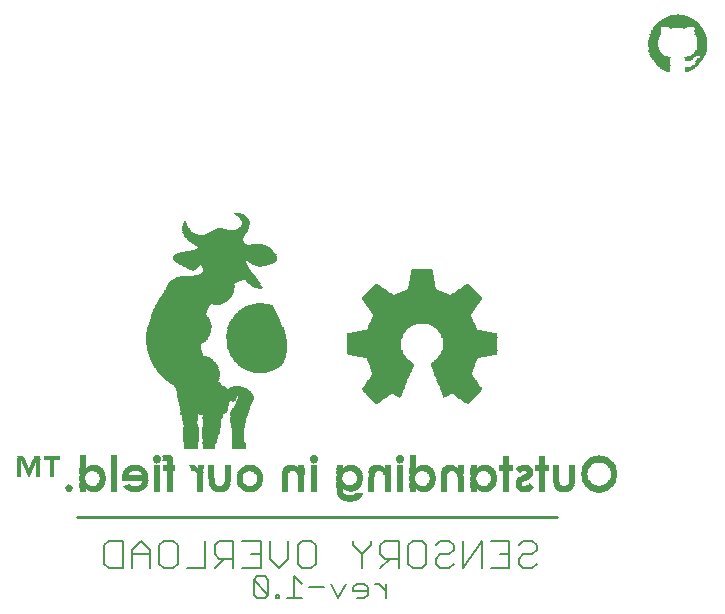
<source format=gbo>
G75*
%MOIN*%
%OFA0B0*%
%FSLAX24Y24*%
%IPPOS*%
%LPD*%
%AMOC8*
5,1,8,0,0,1.08239X$1,22.5*
%
%ADD10C,0.0080*%
%ADD11C,0.0060*%
%ADD12C,0.0100*%
%ADD13R,0.0008X0.0008*%
%ADD14R,0.0472X0.0008*%
%ADD15R,0.0394X0.0008*%
%ADD16R,0.0433X0.0008*%
%ADD17R,0.0480X0.0008*%
%ADD18R,0.0402X0.0008*%
%ADD19R,0.0449X0.0008*%
%ADD20R,0.0488X0.0008*%
%ADD21R,0.0457X0.0008*%
%ADD22R,0.0465X0.0008*%
%ADD23R,0.0496X0.0008*%
%ADD24R,0.0409X0.0008*%
%ADD25R,0.0417X0.0008*%
%ADD26R,0.0425X0.0008*%
%ADD27R,0.0441X0.0008*%
%ADD28R,0.0504X0.0008*%
%ADD29R,0.0512X0.0008*%
%ADD30R,0.0386X0.0008*%
%ADD31R,0.0520X0.0008*%
%ADD32R,0.0378X0.0008*%
%ADD33R,0.0528X0.0008*%
%ADD34R,0.0535X0.0008*%
%ADD35R,0.0551X0.0008*%
%ADD36R,0.0370X0.0008*%
%ADD37R,0.0559X0.0008*%
%ADD38R,0.0567X0.0008*%
%ADD39R,0.0575X0.0008*%
%ADD40R,0.0583X0.0008*%
%ADD41R,0.0591X0.0008*%
%ADD42R,0.0598X0.0008*%
%ADD43R,0.0606X0.0008*%
%ADD44R,0.0614X0.0008*%
%ADD45R,0.0622X0.0008*%
%ADD46R,0.0630X0.0008*%
%ADD47R,0.0543X0.0008*%
%ADD48R,0.0638X0.0008*%
%ADD49R,0.0646X0.0008*%
%ADD50R,0.0654X0.0008*%
%ADD51R,0.0661X0.0008*%
%ADD52R,0.0669X0.0008*%
%ADD53R,0.0677X0.0008*%
%ADD54R,0.0685X0.0008*%
%ADD55R,0.0079X0.0008*%
%ADD56R,0.0811X0.0008*%
%ADD57R,0.0819X0.0008*%
%ADD58R,0.0835X0.0008*%
%ADD59R,0.1417X0.0008*%
%ADD60R,0.1441X0.0008*%
%ADD61R,0.1472X0.0008*%
%ADD62R,0.1496X0.0008*%
%ADD63R,0.1512X0.0008*%
%ADD64R,0.1520X0.0008*%
%ADD65R,0.1528X0.0008*%
%ADD66R,0.1543X0.0008*%
%ADD67R,0.1551X0.0008*%
%ADD68R,0.1559X0.0008*%
%ADD69R,0.1575X0.0008*%
%ADD70R,0.1583X0.0008*%
%ADD71R,0.1591X0.0008*%
%ADD72R,0.1606X0.0008*%
%ADD73R,0.1614X0.0008*%
%ADD74R,0.1622X0.0008*%
%ADD75R,0.1630X0.0008*%
%ADD76R,0.1638X0.0008*%
%ADD77R,0.1646X0.0008*%
%ADD78R,0.1654X0.0008*%
%ADD79R,0.1661X0.0008*%
%ADD80R,0.1669X0.0008*%
%ADD81R,0.1677X0.0008*%
%ADD82R,0.1685X0.0008*%
%ADD83R,0.1693X0.0008*%
%ADD84R,0.0039X0.0008*%
%ADD85R,0.1701X0.0008*%
%ADD86R,0.0063X0.0008*%
%ADD87R,0.1709X0.0008*%
%ADD88R,0.0102X0.0008*%
%ADD89R,0.1882X0.0008*%
%ADD90R,0.1890X0.0008*%
%ADD91R,0.1906X0.0008*%
%ADD92R,0.1913X0.0008*%
%ADD93R,0.1921X0.0008*%
%ADD94R,0.1929X0.0008*%
%ADD95R,0.1945X0.0008*%
%ADD96R,0.1953X0.0008*%
%ADD97R,0.1961X0.0008*%
%ADD98R,0.1969X0.0008*%
%ADD99R,0.1976X0.0008*%
%ADD100R,0.1984X0.0008*%
%ADD101R,0.2520X0.0008*%
%ADD102R,0.2512X0.0008*%
%ADD103R,0.2504X0.0008*%
%ADD104R,0.2496X0.0008*%
%ADD105R,0.2488X0.0008*%
%ADD106R,0.2480X0.0008*%
%ADD107R,0.2472X0.0008*%
%ADD108R,0.2465X0.0008*%
%ADD109R,0.2457X0.0008*%
%ADD110R,0.2449X0.0008*%
%ADD111R,0.2441X0.0008*%
%ADD112R,0.2433X0.0008*%
%ADD113R,0.2425X0.0008*%
%ADD114R,0.2409X0.0008*%
%ADD115R,0.2402X0.0008*%
%ADD116R,0.2394X0.0008*%
%ADD117R,0.2378X0.0008*%
%ADD118R,0.2370X0.0008*%
%ADD119R,0.2362X0.0008*%
%ADD120R,0.0331X0.0008*%
%ADD121R,0.0260X0.0008*%
%ADD122R,0.0189X0.0008*%
%ADD123R,0.0031X0.0008*%
%ADD124R,0.1717X0.0008*%
%ADD125R,0.1732X0.0008*%
%ADD126R,0.1748X0.0008*%
%ADD127R,0.1756X0.0008*%
%ADD128R,0.1772X0.0008*%
%ADD129R,0.1780X0.0008*%
%ADD130R,0.1795X0.0008*%
%ADD131R,0.1811X0.0008*%
%ADD132R,0.1819X0.0008*%
%ADD133R,0.1827X0.0008*%
%ADD134R,0.1843X0.0008*%
%ADD135R,0.1850X0.0008*%
%ADD136R,0.1858X0.0008*%
%ADD137R,0.1866X0.0008*%
%ADD138R,0.1874X0.0008*%
%ADD139R,0.1898X0.0008*%
%ADD140R,0.1937X0.0008*%
%ADD141R,0.1992X0.0008*%
%ADD142R,0.2000X0.0008*%
%ADD143R,0.2008X0.0008*%
%ADD144R,0.2016X0.0008*%
%ADD145R,0.0157X0.0008*%
%ADD146R,0.0291X0.0008*%
%ADD147R,0.2024X0.0008*%
%ADD148R,0.2031X0.0008*%
%ADD149R,0.2039X0.0008*%
%ADD150R,0.2047X0.0008*%
%ADD151R,0.2055X0.0008*%
%ADD152R,0.0724X0.0008*%
%ADD153R,0.2063X0.0008*%
%ADD154R,0.0772X0.0008*%
%ADD155R,0.0803X0.0008*%
%ADD156R,0.0850X0.0008*%
%ADD157R,0.2071X0.0008*%
%ADD158R,0.0882X0.0008*%
%ADD159R,0.2079X0.0008*%
%ADD160R,0.0921X0.0008*%
%ADD161R,0.0953X0.0008*%
%ADD162R,0.0984X0.0008*%
%ADD163R,0.2087X0.0008*%
%ADD164R,0.1016X0.0008*%
%ADD165R,0.1047X0.0008*%
%ADD166R,0.1079X0.0008*%
%ADD167R,0.2094X0.0008*%
%ADD168R,0.1110X0.0008*%
%ADD169R,0.1134X0.0008*%
%ADD170R,0.1165X0.0008*%
%ADD171R,0.2102X0.0008*%
%ADD172R,0.1189X0.0008*%
%ADD173R,0.1213X0.0008*%
%ADD174R,0.1244X0.0008*%
%ADD175R,0.1268X0.0008*%
%ADD176R,0.1291X0.0008*%
%ADD177R,0.1315X0.0008*%
%ADD178R,0.2110X0.0008*%
%ADD179R,0.1331X0.0008*%
%ADD180R,0.1362X0.0008*%
%ADD181R,0.1386X0.0008*%
%ADD182R,0.1402X0.0008*%
%ADD183R,0.1433X0.0008*%
%ADD184R,0.1457X0.0008*%
%ADD185R,0.1465X0.0008*%
%ADD186R,0.1480X0.0008*%
%ADD187R,0.1488X0.0008*%
%ADD188R,0.1504X0.0008*%
%ADD189R,0.1535X0.0008*%
%ADD190R,0.1567X0.0008*%
%ADD191R,0.1740X0.0008*%
%ADD192R,0.1764X0.0008*%
%ADD193R,0.1787X0.0008*%
%ADD194R,0.1835X0.0008*%
%ADD195R,0.1803X0.0008*%
%ADD196R,0.2118X0.0008*%
%ADD197R,0.2126X0.0008*%
%ADD198R,0.1724X0.0008*%
%ADD199R,0.1598X0.0008*%
%ADD200R,0.1449X0.0008*%
%ADD201R,0.1425X0.0008*%
%ADD202R,0.1409X0.0008*%
%ADD203R,0.1394X0.0008*%
%ADD204R,0.1370X0.0008*%
%ADD205R,0.1346X0.0008*%
%ADD206R,0.1323X0.0008*%
%ADD207R,0.1299X0.0008*%
%ADD208R,0.1276X0.0008*%
%ADD209R,0.1252X0.0008*%
%ADD210R,0.1228X0.0008*%
%ADD211R,0.1220X0.0008*%
%ADD212R,0.1197X0.0008*%
%ADD213R,0.1173X0.0008*%
%ADD214R,0.1157X0.0008*%
%ADD215R,0.1142X0.0008*%
%ADD216R,0.1102X0.0008*%
%ADD217R,0.1071X0.0008*%
%ADD218R,0.1039X0.0008*%
%ADD219R,0.1000X0.0008*%
%ADD220R,0.0969X0.0008*%
%ADD221R,0.0945X0.0008*%
%ADD222R,0.0929X0.0008*%
%ADD223R,0.0906X0.0008*%
%ADD224R,0.0890X0.0008*%
%ADD225R,0.0866X0.0008*%
%ADD226R,0.0843X0.0008*%
%ADD227R,0.0795X0.0008*%
%ADD228R,0.0748X0.0008*%
%ADD229R,0.0709X0.0008*%
%ADD230R,0.0118X0.0008*%
%ADD231R,0.0205X0.0008*%
%ADD232R,0.0307X0.0008*%
%ADD233R,0.0094X0.0008*%
%ADD234R,0.0346X0.0008*%
%ADD235R,0.2213X0.0008*%
%ADD236R,0.2236X0.0008*%
%ADD237R,0.2252X0.0008*%
%ADD238R,0.2260X0.0008*%
%ADD239R,0.2268X0.0008*%
%ADD240R,0.2276X0.0008*%
%ADD241R,0.2283X0.0008*%
%ADD242R,0.2291X0.0008*%
%ADD243R,0.2307X0.0008*%
%ADD244R,0.2315X0.0008*%
%ADD245R,0.2323X0.0008*%
%ADD246R,0.2331X0.0008*%
%ADD247R,0.2339X0.0008*%
%ADD248R,0.2346X0.0008*%
%ADD249R,0.2299X0.0008*%
%ADD250R,0.0126X0.0008*%
%ADD251R,0.0173X0.0008*%
%ADD252R,0.0236X0.0008*%
%ADD253R,0.0244X0.0008*%
%ADD254R,0.0268X0.0008*%
%ADD255R,0.0283X0.0008*%
%ADD256R,0.2244X0.0008*%
%ADD257R,0.0299X0.0008*%
%ADD258R,0.0315X0.0008*%
%ADD259R,0.2220X0.0008*%
%ADD260R,0.0339X0.0008*%
%ADD261R,0.0354X0.0008*%
%ADD262R,0.2197X0.0008*%
%ADD263R,0.0362X0.0008*%
%ADD264R,0.2189X0.0008*%
%ADD265R,0.2173X0.0008*%
%ADD266R,0.2181X0.0008*%
%ADD267R,0.2205X0.0008*%
%ADD268R,0.2228X0.0008*%
%ADD269R,0.2354X0.0008*%
%ADD270R,0.2386X0.0008*%
%ADD271R,0.2764X0.0008*%
%ADD272R,0.2740X0.0008*%
%ADD273R,0.2717X0.0008*%
%ADD274R,0.2693X0.0008*%
%ADD275R,0.2669X0.0008*%
%ADD276R,0.2646X0.0008*%
%ADD277R,0.2614X0.0008*%
%ADD278R,0.2583X0.0008*%
%ADD279R,0.2551X0.0008*%
%ADD280R,0.2134X0.0008*%
%ADD281R,0.0055X0.0008*%
%ADD282R,0.0213X0.0008*%
%ADD283R,0.0142X0.0008*%
%ADD284R,0.0827X0.0008*%
%ADD285R,0.0858X0.0008*%
%ADD286R,0.0961X0.0008*%
%ADD287R,0.1024X0.0008*%
%ADD288R,0.3441X0.0008*%
%ADD289R,0.3449X0.0008*%
%ADD290R,0.3457X0.0008*%
%ADD291R,0.3465X0.0008*%
%ADD292R,0.3472X0.0008*%
%ADD293R,0.3480X0.0008*%
%ADD294R,0.3433X0.0008*%
%ADD295R,0.3417X0.0008*%
%ADD296R,0.3409X0.0008*%
%ADD297R,0.3394X0.0008*%
%ADD298R,0.3378X0.0008*%
%ADD299R,0.3370X0.0008*%
%ADD300R,0.3346X0.0008*%
%ADD301R,0.3331X0.0008*%
%ADD302R,0.3315X0.0008*%
%ADD303R,0.3291X0.0008*%
%ADD304R,0.3268X0.0008*%
%ADD305R,0.3244X0.0008*%
%ADD306R,0.3213X0.0008*%
%ADD307R,0.3189X0.0008*%
%ADD308R,0.3150X0.0008*%
%ADD309R,0.3118X0.0008*%
%ADD310R,0.3063X0.0008*%
%ADD311R,0.3016X0.0008*%
%ADD312R,0.2945X0.0008*%
%ADD313R,0.2874X0.0008*%
%ADD314R,0.2811X0.0008*%
%ADD315R,0.2701X0.0008*%
%ADD316R,0.2654X0.0008*%
%ADD317R,0.2622X0.0008*%
%ADD318R,0.2528X0.0008*%
%ADD319R,0.2417X0.0008*%
%ADD320R,0.0276X0.0008*%
%ADD321R,0.1339X0.0008*%
%ADD322R,0.1307X0.0008*%
%ADD323R,0.1260X0.0008*%
%ADD324R,0.1236X0.0008*%
%ADD325R,0.0323X0.0008*%
%ADD326R,0.1205X0.0008*%
%ADD327R,0.1181X0.0008*%
%ADD328R,0.0252X0.0008*%
%ADD329R,0.0220X0.0008*%
%ADD330R,0.0150X0.0008*%
%ADD331R,0.0228X0.0008*%
%ADD332R,0.0197X0.0008*%
%ADD333R,0.0181X0.0008*%
%ADD334R,0.0165X0.0008*%
%ADD335R,0.0134X0.0008*%
%ADD336R,0.0110X0.0008*%
%ADD337R,0.0087X0.0008*%
%ADD338R,0.0071X0.0008*%
%ADD339R,0.0024X0.0008*%
%ADD340R,0.0064X0.0008*%
%ADD341R,0.0232X0.0008*%
%ADD342R,0.0304X0.0008*%
%ADD343R,0.0368X0.0008*%
%ADD344R,0.0416X0.0008*%
%ADD345R,0.0448X0.0008*%
%ADD346R,0.0480X0.0008*%
%ADD347R,0.0512X0.0008*%
%ADD348R,0.0544X0.0008*%
%ADD349R,0.0576X0.0008*%
%ADD350R,0.0592X0.0008*%
%ADD351R,0.0608X0.0008*%
%ADD352R,0.0632X0.0008*%
%ADD353R,0.0656X0.0008*%
%ADD354R,0.0672X0.0008*%
%ADD355R,0.0688X0.0008*%
%ADD356R,0.0704X0.0008*%
%ADD357R,0.0720X0.0008*%
%ADD358R,0.0728X0.0008*%
%ADD359R,0.0736X0.0008*%
%ADD360R,0.0752X0.0008*%
%ADD361R,0.0768X0.0008*%
%ADD362R,0.0776X0.0008*%
%ADD363R,0.0784X0.0008*%
%ADD364R,0.0376X0.0008*%
%ADD365R,0.0312X0.0008*%
%ADD366R,0.0312X0.0008*%
%ADD367R,0.0288X0.0008*%
%ADD368R,0.0280X0.0008*%
%ADD369R,0.0272X0.0008*%
%ADD370R,0.0264X0.0008*%
%ADD371R,0.0256X0.0008*%
%ADD372R,0.0248X0.0008*%
%ADD373R,0.0240X0.0008*%
%ADD374R,0.0224X0.0008*%
%ADD375R,0.0224X0.0008*%
%ADD376R,0.0216X0.0008*%
%ADD377R,0.0208X0.0008*%
%ADD378R,0.0168X0.0008*%
%ADD379R,0.0264X0.0008*%
%ADD380R,0.0160X0.0008*%
%ADD381R,0.0136X0.0008*%
%ADD382R,0.0128X0.0008*%
%ADD383R,0.0144X0.0008*%
%ADD384R,0.0072X0.0008*%
%ADD385R,0.0328X0.0008*%
%ADD386R,0.0200X0.0008*%
%ADD387R,0.0104X0.0008*%
%ADD388R,0.0424X0.0008*%
%ADD389R,0.0336X0.0008*%
%ADD390R,0.0320X0.0008*%
%ADD391R,0.0360X0.0008*%
%ADD392R,0.0296X0.0008*%
%ADD393R,0.0152X0.0008*%
%ADD394R,0.0472X0.0008*%
%ADD395R,0.0400X0.0008*%
%ADD396R,0.0504X0.0008*%
%ADD397R,0.0352X0.0008*%
%ADD398R,0.0432X0.0008*%
%ADD399R,0.0184X0.0008*%
%ADD400R,0.0536X0.0008*%
%ADD401R,0.0384X0.0008*%
%ADD402R,0.0424X0.0008*%
%ADD403R,0.0464X0.0008*%
%ADD404R,0.0568X0.0008*%
%ADD405R,0.0408X0.0008*%
%ADD406R,0.0344X0.0008*%
%ADD407R,0.0456X0.0008*%
%ADD408R,0.0496X0.0008*%
%ADD409R,0.0600X0.0008*%
%ADD410R,0.0512X0.0008*%
%ADD411R,0.0616X0.0008*%
%ADD412R,0.0488X0.0008*%
%ADD413R,0.0504X0.0008*%
%ADD414R,0.0648X0.0008*%
%ADD415R,0.0472X0.0008*%
%ADD416R,0.0528X0.0008*%
%ADD417R,0.0560X0.0008*%
%ADD418R,0.0232X0.0008*%
%ADD419R,0.0664X0.0008*%
%ADD420R,0.0552X0.0008*%
%ADD421R,0.0520X0.0008*%
%ADD422R,0.0584X0.0008*%
%ADD423R,0.0696X0.0008*%
%ADD424R,0.0712X0.0008*%
%ADD425R,0.0624X0.0008*%
%ADD426R,0.0752X0.0008*%
%ADD427R,0.0744X0.0008*%
%ADD428R,0.0640X0.0008*%
%ADD429R,0.0760X0.0008*%
%ADD430R,0.0592X0.0008*%
%ADD431R,0.0672X0.0008*%
%ADD432R,0.0792X0.0008*%
%ADD433R,0.0808X0.0008*%
%ADD434R,0.0784X0.0008*%
%ADD435R,0.0664X0.0008*%
%ADD436R,0.0824X0.0008*%
%ADD437R,0.0680X0.0008*%
%ADD438R,0.0840X0.0008*%
%ADD439R,0.0792X0.0008*%
%ADD440R,0.0632X0.0008*%
%ADD441R,0.0856X0.0008*%
%ADD442R,0.0800X0.0008*%
%ADD443R,0.0872X0.0008*%
%ADD444R,0.0552X0.0008*%
%ADD445R,0.0888X0.0008*%
%ADD446R,0.0192X0.0008*%
%ADD447R,0.0904X0.0008*%
%ADD448R,0.0272X0.0008*%
%ADD449R,0.0176X0.0008*%
%ADD450R,0.0344X0.0008*%
%ADD451R,0.0352X0.0008*%
%ADD452R,0.0120X0.0008*%
%ADD453R,0.0304X0.0008*%
%ADD454R,0.0112X0.0008*%
%ADD455R,0.0088X0.0008*%
%ADD456R,0.0192X0.0008*%
%ADD457R,0.0032X0.0008*%
%ADD458R,0.0072X0.0008*%
%ADD459R,0.0056X0.0008*%
%ADD460R,0.0048X0.0008*%
%ADD461R,0.0032X0.0008*%
%ADD462R,0.0008X0.0008*%
%ADD463R,0.0016X0.0008*%
%ADD464R,0.0896X0.0008*%
%ADD465R,0.0880X0.0008*%
%ADD466R,0.0080X0.0008*%
%ADD467R,0.0096X0.0008*%
%ADD468R,0.0112X0.0008*%
%ADD469R,0.0152X0.0008*%
%ADD470R,0.0392X0.0008*%
%ADD471R,0.0816X0.0008*%
%ADD472R,0.0712X0.0008*%
%ADD473R,0.0464X0.0008*%
%ADD474R,0.0440X0.0008*%
%ADD475R,0.0432X0.0008*%
%ADD476R,0.0392X0.0008*%
%ADD477R,0.0384X0.0008*%
%ADD478R,0.0024X0.0008*%
%ADD479R,0.0104X0.0008*%
%ADD480R,0.0030X0.0005*%
%ADD481R,0.0050X0.0005*%
%ADD482R,0.0060X0.0005*%
%ADD483R,0.0070X0.0005*%
%ADD484R,0.0085X0.0005*%
%ADD485R,0.0095X0.0005*%
%ADD486R,0.0110X0.0005*%
%ADD487R,0.0120X0.0005*%
%ADD488R,0.0135X0.0005*%
%ADD489R,0.0145X0.0005*%
%ADD490R,0.0160X0.0005*%
%ADD491R,0.0170X0.0005*%
%ADD492R,0.0185X0.0005*%
%ADD493R,0.0195X0.0005*%
%ADD494R,0.0205X0.0005*%
%ADD495R,0.0220X0.0005*%
%ADD496R,0.0230X0.0005*%
%ADD497R,0.0245X0.0005*%
%ADD498R,0.0255X0.0005*%
%ADD499R,0.0270X0.0005*%
%ADD500R,0.0280X0.0005*%
%ADD501R,0.0295X0.0005*%
%ADD502R,0.0305X0.0005*%
%ADD503R,0.0320X0.0005*%
%ADD504R,0.0330X0.0005*%
%ADD505R,0.0345X0.0005*%
%ADD506R,0.0355X0.0005*%
%ADD507R,0.0365X0.0005*%
%ADD508R,0.0380X0.0005*%
%ADD509R,0.0390X0.0005*%
%ADD510R,0.0405X0.0005*%
%ADD511R,0.0415X0.0005*%
%ADD512R,0.0430X0.0005*%
%ADD513R,0.0440X0.0005*%
%ADD514R,0.0455X0.0005*%
%ADD515R,0.0465X0.0005*%
%ADD516R,0.0480X0.0005*%
%ADD517R,0.0490X0.0005*%
%ADD518R,0.0500X0.0005*%
%ADD519R,0.0515X0.0005*%
%ADD520R,0.0525X0.0005*%
%ADD521R,0.0540X0.0005*%
%ADD522R,0.0550X0.0005*%
%ADD523R,0.0565X0.0005*%
%ADD524R,0.0575X0.0005*%
%ADD525R,0.0010X0.0005*%
%ADD526R,0.0590X0.0005*%
%ADD527R,0.0035X0.0005*%
%ADD528R,0.0600X0.0005*%
%ADD529R,0.0040X0.0005*%
%ADD530R,0.0615X0.0005*%
%ADD531R,0.0055X0.0005*%
%ADD532R,0.0625X0.0005*%
%ADD533R,0.0065X0.0005*%
%ADD534R,0.0635X0.0005*%
%ADD535R,0.0080X0.0005*%
%ADD536R,0.0640X0.0005*%
%ADD537R,0.0650X0.0005*%
%ADD538R,0.0090X0.0005*%
%ADD539R,0.0660X0.0005*%
%ADD540R,0.0105X0.0005*%
%ADD541R,0.0675X0.0005*%
%ADD542R,0.0115X0.0005*%
%ADD543R,0.0685X0.0005*%
%ADD544R,0.0125X0.0005*%
%ADD545R,0.0700X0.0005*%
%ADD546R,0.0710X0.0005*%
%ADD547R,0.0725X0.0005*%
%ADD548R,0.0735X0.0005*%
%ADD549R,0.0750X0.0005*%
%ADD550R,0.0180X0.0005*%
%ADD551R,0.0760X0.0005*%
%ADD552R,0.0775X0.0005*%
%ADD553R,0.0785X0.0005*%
%ADD554R,0.0795X0.0005*%
%ADD555R,0.0225X0.0005*%
%ADD556R,0.0810X0.0005*%
%ADD557R,0.0240X0.0005*%
%ADD558R,0.0820X0.0005*%
%ADD559R,0.0250X0.0005*%
%ADD560R,0.0835X0.0005*%
%ADD561R,0.0260X0.0005*%
%ADD562R,0.0845X0.0005*%
%ADD563R,0.0275X0.0005*%
%ADD564R,0.0860X0.0005*%
%ADD565R,0.0285X0.0005*%
%ADD566R,0.0875X0.0005*%
%ADD567R,0.0300X0.0005*%
%ADD568R,0.1210X0.0005*%
%ADD569R,0.1215X0.0005*%
%ADD570R,0.1225X0.0005*%
%ADD571R,0.1230X0.0005*%
%ADD572R,0.1240X0.0005*%
%ADD573R,0.1245X0.0005*%
%ADD574R,0.1255X0.0005*%
%ADD575R,0.1260X0.0005*%
%ADD576R,0.1265X0.0005*%
%ADD577R,0.1275X0.0005*%
%ADD578R,0.1280X0.0005*%
%ADD579R,0.1290X0.0005*%
%ADD580R,0.1295X0.0005*%
%ADD581R,0.1300X0.0005*%
%ADD582R,0.1310X0.0005*%
%ADD583R,0.1315X0.0005*%
%ADD584R,0.1325X0.0005*%
%ADD585R,0.1330X0.0005*%
%ADD586R,0.1335X0.0005*%
%ADD587R,0.1345X0.0005*%
%ADD588R,0.1350X0.0005*%
%ADD589R,0.1360X0.0005*%
%ADD590R,0.1370X0.0005*%
%ADD591R,0.1375X0.0005*%
%ADD592R,0.1380X0.0005*%
%ADD593R,0.1365X0.0005*%
%ADD594R,0.1355X0.0005*%
%ADD595R,0.1340X0.0005*%
%ADD596R,0.1320X0.0005*%
%ADD597R,0.1305X0.0005*%
%ADD598R,0.1285X0.0005*%
%ADD599R,0.1270X0.0005*%
%ADD600R,0.1250X0.0005*%
%ADD601R,0.1385X0.0005*%
%ADD602R,0.1390X0.0005*%
%ADD603R,0.1395X0.0005*%
%ADD604R,0.1405X0.0005*%
%ADD605R,0.1410X0.0005*%
%ADD606R,0.1415X0.0005*%
%ADD607R,0.1425X0.0005*%
%ADD608R,0.1435X0.0005*%
%ADD609R,0.1445X0.0005*%
%ADD610R,0.1455X0.0005*%
%ADD611R,0.1465X0.0005*%
%ADD612R,0.1475X0.0005*%
%ADD613R,0.1485X0.0005*%
%ADD614R,0.1490X0.0005*%
%ADD615R,0.1480X0.0005*%
%ADD616R,0.1460X0.0005*%
%ADD617R,0.1430X0.0005*%
%ADD618R,0.1420X0.0005*%
%ADD619R,0.1450X0.0005*%
%ADD620R,0.1470X0.0005*%
%ADD621R,0.1495X0.0005*%
%ADD622R,0.1520X0.0005*%
%ADD623R,0.1545X0.0005*%
%ADD624R,0.1565X0.0005*%
%ADD625R,0.1590X0.0005*%
%ADD626R,0.1615X0.0005*%
%ADD627R,0.1635X0.0005*%
%ADD628R,0.1660X0.0005*%
%ADD629R,0.1685X0.0005*%
%ADD630R,0.1705X0.0005*%
%ADD631R,0.1735X0.0005*%
%ADD632R,0.1755X0.0005*%
%ADD633R,0.1775X0.0005*%
%ADD634R,0.1805X0.0005*%
%ADD635R,0.1825X0.0005*%
%ADD636R,0.1850X0.0005*%
%ADD637R,0.1865X0.0005*%
%ADD638R,0.1870X0.0005*%
%ADD639R,0.1875X0.0005*%
%ADD640R,0.1860X0.0005*%
%ADD641R,0.1855X0.0005*%
%ADD642R,0.1845X0.0005*%
%ADD643R,0.1840X0.0005*%
%ADD644R,0.1835X0.0005*%
%ADD645R,0.1830X0.0005*%
%ADD646R,0.1820X0.0005*%
%ADD647R,0.1815X0.0005*%
%ADD648R,0.1810X0.0005*%
%ADD649R,0.1800X0.0005*%
%ADD650R,0.1785X0.0005*%
%ADD651R,0.1765X0.0005*%
%ADD652R,0.1740X0.0005*%
%ADD653R,0.1715X0.0005*%
%ADD654R,0.1695X0.0005*%
%ADD655R,0.1665X0.0005*%
%ADD656R,0.1645X0.0005*%
%ADD657R,0.1620X0.0005*%
%ADD658R,0.1600X0.0005*%
%ADD659R,0.1575X0.0005*%
%ADD660R,0.1550X0.0005*%
%ADD661R,0.1530X0.0005*%
%ADD662R,0.1510X0.0005*%
%ADD663R,0.1400X0.0005*%
%ADD664R,0.1440X0.0005*%
%ADD665R,0.1500X0.0005*%
%ADD666R,0.1515X0.0005*%
%ADD667R,0.1525X0.0005*%
%ADD668R,0.1540X0.0005*%
%ADD669R,0.1560X0.0005*%
%ADD670R,0.1595X0.0005*%
%ADD671R,0.1650X0.0005*%
%ADD672R,0.1720X0.0005*%
%ADD673R,0.3460X0.0005*%
%ADD674R,0.3450X0.0005*%
%ADD675R,0.3440X0.0005*%
%ADD676R,0.3430X0.0005*%
%ADD677R,0.3420X0.0005*%
%ADD678R,0.3410X0.0005*%
%ADD679R,0.3400X0.0005*%
%ADD680R,0.3390X0.0005*%
%ADD681R,0.3380X0.0005*%
%ADD682R,0.3370X0.0005*%
%ADD683R,0.3360X0.0005*%
%ADD684R,0.3350X0.0005*%
%ADD685R,0.3340X0.0005*%
%ADD686R,0.3330X0.0005*%
%ADD687R,0.3320X0.0005*%
%ADD688R,0.3310X0.0005*%
%ADD689R,0.3300X0.0005*%
%ADD690R,0.3290X0.0005*%
%ADD691R,0.3280X0.0005*%
%ADD692R,0.3270X0.0005*%
%ADD693R,0.3260X0.0005*%
%ADD694R,0.3470X0.0005*%
%ADD695R,0.3475X0.0005*%
%ADD696R,0.3480X0.0005*%
%ADD697R,0.3490X0.0005*%
%ADD698R,0.3500X0.0005*%
%ADD699R,0.3510X0.0005*%
%ADD700R,0.3520X0.0005*%
%ADD701R,0.3530X0.0005*%
%ADD702R,0.3540X0.0005*%
%ADD703R,0.3550X0.0005*%
%ADD704R,0.3560X0.0005*%
%ADD705R,0.3570X0.0005*%
%ADD706R,0.3580X0.0005*%
%ADD707R,0.3590X0.0005*%
%ADD708R,0.3600X0.0005*%
%ADD709R,0.3610X0.0005*%
%ADD710R,0.3620X0.0005*%
%ADD711R,0.3630X0.0005*%
%ADD712R,0.3640X0.0005*%
%ADD713R,0.3650X0.0005*%
%ADD714R,0.3660X0.0005*%
%ADD715R,0.3670X0.0005*%
%ADD716R,0.3680X0.0005*%
%ADD717R,0.3690X0.0005*%
%ADD718R,0.3700X0.0005*%
%ADD719R,0.3710X0.0005*%
%ADD720R,0.3720X0.0005*%
%ADD721R,0.3730X0.0005*%
%ADD722R,0.3740X0.0005*%
%ADD723R,0.3750X0.0005*%
%ADD724R,0.3760X0.0005*%
%ADD725R,0.3770X0.0005*%
%ADD726R,0.3780X0.0005*%
%ADD727R,0.3790X0.0005*%
%ADD728R,0.3800X0.0005*%
%ADD729R,0.3810X0.0005*%
%ADD730R,0.3820X0.0005*%
%ADD731R,0.3825X0.0005*%
%ADD732R,0.3830X0.0005*%
%ADD733R,0.3840X0.0005*%
%ADD734R,0.3850X0.0005*%
%ADD735R,0.3860X0.0005*%
%ADD736R,0.3870X0.0005*%
%ADD737R,0.3880X0.0005*%
%ADD738R,0.3890X0.0005*%
%ADD739R,0.3900X0.0005*%
%ADD740R,0.3910X0.0005*%
%ADD741R,0.3920X0.0005*%
%ADD742R,0.3930X0.0005*%
%ADD743R,0.3940X0.0005*%
%ADD744R,0.3950X0.0005*%
%ADD745R,0.3960X0.0005*%
%ADD746R,0.3970X0.0005*%
%ADD747R,0.3980X0.0005*%
%ADD748R,0.3990X0.0005*%
%ADD749R,0.4000X0.0005*%
%ADD750R,0.0955X0.0005*%
%ADD751R,0.0935X0.0005*%
%ADD752R,0.0920X0.0005*%
%ADD753R,0.0910X0.0005*%
%ADD754R,0.1780X0.0005*%
%ADD755R,0.0895X0.0005*%
%ADD756R,0.1760X0.0005*%
%ADD757R,0.0885X0.0005*%
%ADD758R,0.0870X0.0005*%
%ADD759R,0.1710X0.0005*%
%ADD760R,0.1690X0.0005*%
%ADD761R,0.1640X0.0005*%
%ADD762R,0.0825X0.0005*%
%ADD763R,0.1610X0.0005*%
%ADD764R,0.0800X0.0005*%
%ADD765R,0.0690X0.0005*%
%ADD766R,0.0665X0.0005*%
%ADD767R,0.1220X0.0005*%
%ADD768R,0.1200X0.0005*%
%ADD769R,0.1170X0.0005*%
%ADD770R,0.1150X0.0005*%
%ADD771R,0.1125X0.0005*%
%ADD772R,0.1100X0.0005*%
%ADD773R,0.0555X0.0005*%
%ADD774R,0.1080X0.0005*%
%ADD775R,0.1050X0.0005*%
%ADD776R,0.0530X0.0005*%
%ADD777R,0.1030X0.0005*%
%ADD778R,0.1000X0.0005*%
%ADD779R,0.0505X0.0005*%
%ADD780R,0.0980X0.0005*%
%ADD781R,0.0970X0.0005*%
%ADD782R,0.0950X0.0005*%
%ADD783R,0.0940X0.0005*%
%ADD784R,0.0930X0.0005*%
%ADD785R,0.0395X0.0005*%
%ADD786R,0.0370X0.0005*%
%ADD787R,0.0915X0.0005*%
%ADD788R,0.0900X0.0005*%
%ADD789R,0.0235X0.0005*%
%ADD790R,0.0210X0.0005*%
%ADD791R,0.0890X0.0005*%
%ADD792R,0.0880X0.0005*%
%ADD793R,0.0100X0.0005*%
%ADD794R,0.0075X0.0005*%
%ADD795R,0.0005X0.0005*%
%ADD796R,0.0865X0.0005*%
%ADD797R,0.0850X0.0005*%
%ADD798R,0.0840X0.0005*%
%ADD799R,0.0830X0.0005*%
%ADD800R,0.0790X0.0005*%
%ADD801R,0.0780X0.0005*%
%ADD802R,0.0770X0.0005*%
%ADD803R,0.0740X0.0005*%
%ADD804R,0.0730X0.0005*%
%ADD805R,0.0720X0.0005*%
%ADD806R,0.0705X0.0005*%
%ADD807R,0.0680X0.0005*%
%ADD808R,0.0670X0.0005*%
%ADD809R,0.0630X0.0005*%
%ADD810R,0.0031X0.0031*%
%ADD811R,0.0125X0.0031*%
%ADD812R,0.0219X0.0031*%
%ADD813R,0.0250X0.0031*%
%ADD814R,0.0313X0.0031*%
%ADD815R,0.0344X0.0031*%
%ADD816R,0.0187X0.0031*%
%ADD817R,0.0375X0.0031*%
%ADD818R,0.0437X0.0031*%
%ADD819R,0.0156X0.0031*%
%ADD820R,0.0469X0.0031*%
%ADD821R,0.0500X0.0031*%
%ADD822R,0.0531X0.0031*%
%ADD823R,0.0563X0.0031*%
%ADD824R,0.0594X0.0031*%
%ADD825R,0.0656X0.0031*%
%ADD826R,0.0406X0.0031*%
%ADD827R,0.0281X0.0031*%
%ADD828R,0.0063X0.0031*%
%ADD829R,0.0625X0.0031*%
%ADD830R,0.0750X0.0031*%
%ADD831R,0.1563X0.0031*%
%ADD832R,0.1500X0.0031*%
%ADD833R,0.1437X0.0031*%
%ADD834R,0.1375X0.0031*%
%ADD835R,0.1313X0.0031*%
%ADD836R,0.1250X0.0031*%
%ADD837R,0.1125X0.0031*%
%ADD838R,0.1063X0.0031*%
%ADD839R,0.0938X0.0031*%
%ADD840R,0.0813X0.0031*%
%ADD841R,0.0688X0.0031*%
D10*
X009771Y008743D02*
X009925Y008590D01*
X010385Y008590D01*
X010385Y009511D01*
X009925Y009511D01*
X009771Y009357D01*
X009771Y008743D01*
X010692Y008590D02*
X010692Y009204D01*
X010999Y009511D01*
X011306Y009204D01*
X011306Y008590D01*
X011613Y008743D02*
X011613Y009357D01*
X011766Y009511D01*
X012073Y009511D01*
X012227Y009357D01*
X012227Y008743D01*
X012073Y008590D01*
X011766Y008590D01*
X011613Y008743D01*
X011306Y009050D02*
X010692Y009050D01*
X012534Y008590D02*
X013147Y008590D01*
X013147Y009511D01*
X013454Y009357D02*
X013454Y009050D01*
X013608Y008897D01*
X014068Y008897D01*
X013761Y008897D02*
X013454Y008590D01*
X014068Y008590D02*
X014068Y009511D01*
X013608Y009511D01*
X013454Y009357D01*
X014375Y009511D02*
X014989Y009511D01*
X014989Y008590D01*
X014375Y008590D01*
X014682Y009050D02*
X014989Y009050D01*
X015296Y008897D02*
X015296Y009511D01*
X015910Y009511D02*
X015910Y008897D01*
X015603Y008590D01*
X015296Y008897D01*
X016217Y008743D02*
X016217Y009357D01*
X016370Y009511D01*
X016677Y009511D01*
X016831Y009357D01*
X016831Y008743D01*
X016677Y008590D01*
X016370Y008590D01*
X016217Y008743D01*
X018058Y009357D02*
X018058Y009511D01*
X018058Y009357D02*
X018365Y009050D01*
X018365Y008590D01*
X018365Y009050D02*
X018672Y009357D01*
X018672Y009511D01*
X018979Y009357D02*
X018979Y009050D01*
X019133Y008897D01*
X019593Y008897D01*
X019286Y008897D02*
X018979Y008590D01*
X019593Y008590D02*
X019593Y009511D01*
X019133Y009511D01*
X018979Y009357D01*
X019900Y009357D02*
X019900Y008743D01*
X020053Y008590D01*
X020360Y008590D01*
X020514Y008743D01*
X020514Y009357D01*
X020360Y009511D01*
X020053Y009511D01*
X019900Y009357D01*
X020821Y009357D02*
X020974Y009511D01*
X021281Y009511D01*
X021435Y009357D01*
X021435Y009204D01*
X021281Y009050D01*
X020974Y009050D01*
X020821Y008897D01*
X020821Y008743D01*
X020974Y008590D01*
X021281Y008590D01*
X021435Y008743D01*
X021741Y008590D02*
X021741Y009511D01*
X022355Y009511D02*
X021741Y008590D01*
X022355Y008590D02*
X022355Y009511D01*
X022662Y009511D02*
X023276Y009511D01*
X023276Y008590D01*
X022662Y008590D01*
X022969Y009050D02*
X023276Y009050D01*
X023583Y008897D02*
X023583Y008743D01*
X023737Y008590D01*
X024043Y008590D01*
X024197Y008743D01*
X024043Y009050D02*
X023737Y009050D01*
X023583Y008897D01*
X024043Y009050D02*
X024197Y009204D01*
X024197Y009357D01*
X024043Y009511D01*
X023737Y009511D01*
X023583Y009357D01*
D11*
X019173Y008074D02*
X019173Y007580D01*
X019173Y007827D02*
X018926Y008074D01*
X018803Y008074D01*
X018559Y007950D02*
X018436Y008074D01*
X018189Y008074D01*
X018066Y007950D01*
X018066Y007827D01*
X018559Y007827D01*
X018559Y007950D02*
X018559Y007703D01*
X018436Y007580D01*
X018189Y007580D01*
X017576Y007580D02*
X017823Y008074D01*
X017329Y008074D02*
X017576Y007580D01*
X017086Y007950D02*
X016592Y007950D01*
X016350Y008074D02*
X016103Y008321D01*
X016103Y007580D01*
X016350Y007580D02*
X015856Y007580D01*
X015613Y007580D02*
X015489Y007580D01*
X015489Y007703D01*
X015613Y007703D01*
X015613Y007580D01*
X015245Y007703D02*
X014751Y008197D01*
X014751Y007703D01*
X014874Y007580D01*
X015121Y007580D01*
X015245Y007703D01*
X015245Y008197D01*
X015121Y008321D01*
X014874Y008321D01*
X014751Y008197D01*
D12*
X008871Y010300D02*
X024871Y010300D01*
D13*
X014501Y012550D03*
X012469Y020141D03*
D14*
X015001Y018684D03*
X014229Y013361D03*
X014229Y013353D03*
X014229Y013345D03*
X014260Y012660D03*
X014260Y012652D03*
X014260Y012644D03*
X014268Y012558D03*
X013292Y012826D03*
X013292Y012833D03*
X012670Y012644D03*
X012670Y012637D03*
X012670Y012629D03*
X012670Y012621D03*
X012670Y012613D03*
D15*
X013260Y012558D03*
X014245Y012833D03*
X014245Y012841D03*
X014245Y012849D03*
X014245Y012857D03*
X014245Y012865D03*
X014229Y013141D03*
X014229Y013148D03*
X014229Y013156D03*
X014229Y013164D03*
X014229Y013172D03*
X014371Y019857D03*
D16*
X013658Y019849D03*
X012689Y018613D03*
X014997Y018676D03*
X014233Y013259D03*
X014249Y012755D03*
X014249Y012747D03*
X014249Y012739D03*
X013264Y012715D03*
X013264Y012707D03*
X013264Y012700D03*
X013264Y012692D03*
X012666Y012558D03*
D17*
X012674Y012652D03*
X012674Y012660D03*
X013296Y012841D03*
X013296Y012849D03*
X013296Y012857D03*
X012650Y013337D03*
X012650Y013345D03*
X012650Y013353D03*
X012650Y013361D03*
X012650Y013369D03*
X012642Y013385D03*
X012642Y013393D03*
X012642Y013400D03*
X012642Y013408D03*
X014233Y013377D03*
X014233Y013369D03*
X014256Y012637D03*
X014272Y012566D03*
X012682Y018629D03*
D18*
X012627Y019700D03*
X012619Y019707D03*
X014233Y013180D03*
X014249Y012826D03*
X014249Y012818D03*
X014249Y012810D03*
X013256Y012605D03*
X013256Y012597D03*
X013256Y012589D03*
X013256Y012581D03*
X013256Y012574D03*
X013256Y012566D03*
D19*
X013272Y012739D03*
X013272Y012747D03*
X013272Y012755D03*
X013280Y012763D03*
X013280Y012770D03*
X012666Y012574D03*
X012666Y012566D03*
X014256Y012707D03*
X014233Y013290D03*
X014233Y013298D03*
X014209Y014581D03*
D20*
X014213Y014574D03*
X014229Y013393D03*
X014229Y013385D03*
X014260Y012629D03*
X014260Y012621D03*
X014260Y012613D03*
X014268Y012597D03*
X014268Y012589D03*
X014268Y012581D03*
X014268Y012574D03*
X013300Y012865D03*
X012670Y012700D03*
X012670Y012692D03*
X012670Y012684D03*
X012670Y012676D03*
X012670Y012668D03*
X012654Y013282D03*
X012654Y013290D03*
X012654Y013298D03*
X012654Y013306D03*
X012654Y013314D03*
X012654Y013322D03*
X012654Y013330D03*
X012646Y013377D03*
X012638Y013416D03*
X012638Y013424D03*
X012638Y013432D03*
X012638Y013440D03*
X012638Y013448D03*
X012686Y019668D03*
D21*
X012686Y018621D03*
X014331Y019841D03*
X014977Y017369D03*
X014969Y015109D03*
X014229Y013322D03*
X014229Y013314D03*
X014229Y013306D03*
X014252Y012700D03*
X014252Y012692D03*
X013284Y012778D03*
X013284Y012786D03*
X013284Y012794D03*
X012670Y012581D03*
D22*
X012666Y012589D03*
X012666Y012597D03*
X012666Y012605D03*
X013288Y012802D03*
X013288Y012810D03*
X013288Y012818D03*
X014256Y012684D03*
X014256Y012676D03*
X014256Y012668D03*
X014233Y013330D03*
X014233Y013337D03*
X012666Y019676D03*
D23*
X012634Y013487D03*
X012634Y013479D03*
X012634Y013471D03*
X012634Y013463D03*
X012634Y013456D03*
X012658Y013274D03*
X012658Y013267D03*
X012674Y012786D03*
X012674Y012778D03*
X012674Y012770D03*
X012674Y012763D03*
X012674Y012755D03*
X012674Y012747D03*
X012674Y012739D03*
X012674Y012731D03*
X012674Y012723D03*
X012674Y012715D03*
X012674Y012707D03*
X013296Y012873D03*
X013296Y012881D03*
X014264Y012605D03*
X014233Y013400D03*
X014233Y013408D03*
X014233Y013416D03*
X014233Y013424D03*
X014233Y013432D03*
D24*
X014229Y013211D03*
X014229Y013204D03*
X014229Y013196D03*
X014229Y013188D03*
X014245Y012802D03*
X013252Y012621D03*
X013252Y012613D03*
X014213Y014589D03*
X012693Y018605D03*
D25*
X014351Y019849D03*
X014233Y013219D03*
X014249Y012794D03*
X014249Y012786D03*
X014249Y012778D03*
X014249Y012770D03*
X013256Y012660D03*
X013256Y012652D03*
X013256Y012644D03*
X013256Y012637D03*
X013256Y012629D03*
D26*
X013260Y012668D03*
X013260Y012676D03*
X013260Y012684D03*
X014252Y012763D03*
X014229Y013227D03*
X014229Y013235D03*
X014229Y013243D03*
X014229Y013251D03*
X014875Y019353D03*
X012638Y019692D03*
D27*
X012654Y019684D03*
X014229Y013282D03*
X014229Y013274D03*
X014229Y013267D03*
X014252Y012731D03*
X014252Y012723D03*
X014252Y012715D03*
X013268Y012723D03*
X013268Y012731D03*
D28*
X013300Y012889D03*
X013300Y012896D03*
X012678Y012833D03*
X012678Y012826D03*
X012678Y012818D03*
X012678Y012810D03*
X012678Y012802D03*
X012678Y012794D03*
X012654Y013235D03*
X012654Y013243D03*
X012654Y013251D03*
X012654Y013259D03*
X012630Y013495D03*
X012630Y013503D03*
X012630Y013511D03*
X012630Y013519D03*
X014859Y019345D03*
X013678Y019841D03*
D29*
X012674Y018637D03*
X015004Y018692D03*
X014493Y014298D03*
X014501Y014282D03*
X014501Y014274D03*
X014233Y013471D03*
X014233Y013463D03*
X014233Y013456D03*
X014233Y013448D03*
X014233Y013440D03*
X013304Y012920D03*
X013304Y012912D03*
X013304Y012904D03*
X012674Y012904D03*
X012674Y012896D03*
X012674Y012889D03*
X012674Y012881D03*
X012674Y012873D03*
X012674Y012865D03*
X012674Y012857D03*
X012674Y012849D03*
X012674Y012841D03*
X012674Y012912D03*
X012658Y013164D03*
X012658Y013172D03*
X012658Y013180D03*
X012658Y013188D03*
X012658Y013196D03*
X012658Y013204D03*
X012658Y013211D03*
X012658Y013219D03*
X012658Y013227D03*
X012627Y013526D03*
D30*
X014233Y013133D03*
X014233Y013125D03*
X014241Y012920D03*
X014241Y012912D03*
X014241Y012904D03*
X014241Y012896D03*
X014241Y012889D03*
X014241Y012881D03*
X014241Y012873D03*
X014973Y015101D03*
X014752Y018085D03*
X014737Y018109D03*
X014729Y018117D03*
X014729Y018125D03*
X014721Y018133D03*
X014713Y018141D03*
X014713Y018148D03*
X014705Y018156D03*
X012697Y018597D03*
X012611Y019715D03*
D31*
X014969Y015117D03*
X014213Y014566D03*
X014489Y014306D03*
X014497Y014290D03*
X014504Y014267D03*
X014237Y013503D03*
X014237Y013495D03*
X014237Y013487D03*
X014237Y013479D03*
X013308Y012936D03*
X013308Y012928D03*
X012670Y012928D03*
X012670Y012936D03*
X012670Y012944D03*
X012670Y012952D03*
X012670Y012959D03*
X012670Y012967D03*
X012670Y012975D03*
X012670Y012983D03*
X012670Y012991D03*
X012670Y012999D03*
X012670Y013007D03*
X012670Y013015D03*
X012662Y013054D03*
X012662Y013062D03*
X012662Y013070D03*
X012662Y013078D03*
X012662Y013085D03*
X012662Y013093D03*
X012662Y013101D03*
X012662Y013109D03*
X012662Y013117D03*
X012662Y013125D03*
X012662Y013133D03*
X012662Y013141D03*
X012662Y013148D03*
X012662Y013156D03*
X012670Y012920D03*
X012630Y013534D03*
X012630Y013542D03*
X012630Y013550D03*
X012630Y013558D03*
D32*
X014229Y013117D03*
X014229Y013109D03*
X014229Y013101D03*
X014229Y013093D03*
X014229Y013085D03*
X014229Y013078D03*
X014237Y012999D03*
X014237Y012991D03*
X014237Y012983D03*
X014237Y012975D03*
X014237Y012967D03*
X014237Y012959D03*
X014237Y012952D03*
X014237Y012944D03*
X014237Y012936D03*
X014237Y012928D03*
X014977Y017377D03*
X014772Y018062D03*
X014764Y018070D03*
X014756Y018078D03*
X014749Y018093D03*
X014741Y018101D03*
X014701Y018164D03*
X014701Y018172D03*
X014693Y018180D03*
X014693Y018188D03*
X014686Y018196D03*
X013654Y019857D03*
X012599Y019723D03*
D33*
X014981Y017361D03*
X014501Y014259D03*
X014501Y014251D03*
X014241Y013534D03*
X014241Y013526D03*
X014241Y013519D03*
X014241Y013511D03*
X013312Y012959D03*
X013312Y012952D03*
X013312Y012944D03*
X012666Y013022D03*
X012666Y013030D03*
X012666Y013038D03*
X012666Y013046D03*
X012627Y013566D03*
X012627Y013574D03*
X012627Y013581D03*
X012627Y013589D03*
X012627Y013597D03*
D34*
X012623Y013605D03*
X012623Y013613D03*
X012623Y013621D03*
X012623Y013629D03*
X012623Y013637D03*
X013315Y012991D03*
X013315Y012983D03*
X013315Y012975D03*
X013315Y012967D03*
X014245Y013542D03*
X014418Y014046D03*
X014426Y014062D03*
X014434Y014078D03*
X014441Y014093D03*
X014449Y014109D03*
X014449Y014117D03*
X014457Y014133D03*
X014465Y014148D03*
X014473Y014172D03*
X014481Y014188D03*
X014489Y014211D03*
X014497Y014227D03*
X012670Y018644D03*
X012717Y019660D03*
D35*
X014402Y014015D03*
X014394Y013999D03*
X014386Y013983D03*
X014378Y013967D03*
X014371Y013952D03*
X014252Y013621D03*
X014252Y013613D03*
X014252Y013605D03*
X014252Y013597D03*
X014245Y013589D03*
X014245Y013581D03*
X014245Y013574D03*
X013315Y013015D03*
X013315Y013007D03*
X013315Y012999D03*
D36*
X014233Y013007D03*
X014233Y013015D03*
X014233Y013022D03*
X014233Y013030D03*
X014233Y013038D03*
X014233Y013046D03*
X014233Y013054D03*
X014233Y013062D03*
X014233Y013070D03*
X014209Y014597D03*
X013548Y017400D03*
X014682Y018204D03*
X014776Y018054D03*
X014784Y018046D03*
X014989Y018668D03*
X014382Y019865D03*
D37*
X015012Y018700D03*
X012666Y018652D03*
X014382Y013975D03*
X014375Y013959D03*
X014367Y013944D03*
X014359Y013936D03*
X014359Y013928D03*
X014351Y013920D03*
X014256Y013652D03*
X014256Y013644D03*
X014256Y013637D03*
X014256Y013629D03*
X013319Y013038D03*
X013319Y013030D03*
X013319Y013022D03*
X012619Y013676D03*
X012619Y013684D03*
X012619Y013692D03*
X012619Y013700D03*
D38*
X012615Y013707D03*
X012615Y013715D03*
X013323Y013070D03*
X013323Y013062D03*
X013323Y013054D03*
X013323Y013046D03*
X014260Y013660D03*
X014260Y013668D03*
X014260Y013676D03*
X014268Y013684D03*
X014268Y013692D03*
X014268Y013700D03*
X014276Y013715D03*
X014276Y013723D03*
X014315Y013841D03*
X014323Y013857D03*
X014331Y013873D03*
X014331Y013881D03*
X014339Y013889D03*
X014339Y013896D03*
X014347Y013904D03*
X014347Y013912D03*
D39*
X014327Y013865D03*
X014319Y013849D03*
X014312Y013833D03*
X014312Y013826D03*
X014304Y013818D03*
X014304Y013810D03*
X014304Y013802D03*
X014296Y013794D03*
X014296Y013786D03*
X014296Y013778D03*
X014288Y013770D03*
X014288Y013763D03*
X014288Y013755D03*
X014280Y013747D03*
X014280Y013739D03*
X014280Y013731D03*
X014272Y013707D03*
X014217Y014550D03*
X013327Y013078D03*
X012666Y018660D03*
D40*
X014969Y015125D03*
X013323Y013093D03*
X013323Y013085D03*
D41*
X013327Y013101D03*
X013327Y013109D03*
X013327Y013117D03*
X013327Y013125D03*
D42*
X013331Y013133D03*
X013331Y013141D03*
X013331Y013148D03*
X013331Y013156D03*
X014221Y014542D03*
X014985Y017353D03*
X015016Y018707D03*
X012662Y018668D03*
D43*
X013367Y013456D03*
X013367Y013448D03*
X013367Y013440D03*
X013359Y013369D03*
X013359Y013361D03*
X013359Y013353D03*
X013359Y013345D03*
X013351Y013290D03*
X013351Y013282D03*
X013351Y013274D03*
X013343Y013235D03*
X013343Y013227D03*
X013343Y013219D03*
X013343Y013211D03*
X013343Y013204D03*
X013335Y013196D03*
X013335Y013188D03*
X013335Y013180D03*
X013335Y013172D03*
X013335Y013164D03*
D44*
X013347Y013243D03*
X013347Y013251D03*
X013347Y013259D03*
X013347Y013267D03*
X013355Y013298D03*
X013355Y013306D03*
X013355Y013314D03*
X013355Y013322D03*
X013355Y013330D03*
X013355Y013337D03*
X013363Y013377D03*
X013363Y013385D03*
X013363Y013393D03*
X013363Y013400D03*
X013363Y013408D03*
X013363Y013416D03*
X013363Y013424D03*
X013363Y013432D03*
X013371Y013463D03*
X013371Y013471D03*
X013371Y013479D03*
X013371Y013487D03*
X013371Y013495D03*
X013371Y013503D03*
X013371Y013511D03*
D45*
X013375Y013519D03*
X013375Y013526D03*
X013375Y013534D03*
X014225Y014534D03*
X012658Y018676D03*
D46*
X013378Y013566D03*
X013378Y013558D03*
X013378Y013550D03*
X013378Y013542D03*
D47*
X012619Y013644D03*
X012619Y013652D03*
X012619Y013660D03*
X012619Y013668D03*
X014241Y013566D03*
X014241Y013558D03*
X014241Y013550D03*
X014390Y013991D03*
X014398Y014007D03*
X014406Y014022D03*
X014414Y014030D03*
X014414Y014038D03*
X014422Y014054D03*
X014430Y014070D03*
X014438Y014085D03*
X014445Y014101D03*
X014453Y014125D03*
X014461Y014141D03*
X014469Y014156D03*
X014469Y014164D03*
X014477Y014180D03*
X014485Y014196D03*
X014485Y014204D03*
X014493Y014219D03*
X014501Y014235D03*
X014501Y014243D03*
X014217Y014558D03*
D48*
X014965Y015133D03*
X013382Y013589D03*
X013382Y013581D03*
X013382Y013574D03*
D49*
X013386Y013597D03*
X013386Y013605D03*
X013386Y013613D03*
X012654Y018684D03*
X015016Y018715D03*
D50*
X014981Y017345D03*
X013390Y013637D03*
X013390Y013629D03*
X013390Y013621D03*
D51*
X013394Y013644D03*
X013394Y013652D03*
X013394Y013660D03*
X013394Y013668D03*
D52*
X013398Y013676D03*
X012650Y018692D03*
D53*
X015016Y018723D03*
X014969Y015141D03*
X013394Y013684D03*
D54*
X013390Y013692D03*
X012650Y018700D03*
D55*
X012993Y013692D03*
D56*
X013335Y013700D03*
X015036Y018755D03*
D57*
X014977Y017314D03*
X013331Y013707D03*
D58*
X013323Y013715D03*
D59*
X013040Y013723D03*
X014835Y016999D03*
D60*
X014831Y016983D03*
X014981Y015345D03*
X013052Y013731D03*
D61*
X013067Y013739D03*
D62*
X013071Y013747D03*
X014827Y016936D03*
X013788Y018652D03*
X013780Y018668D03*
X013772Y018684D03*
X013772Y018692D03*
X013764Y018707D03*
D63*
X013804Y018613D03*
X013812Y018597D03*
X013812Y018589D03*
X013819Y018581D03*
X014969Y015393D03*
X013079Y013755D03*
D64*
X013083Y013763D03*
X014823Y016912D03*
X014823Y016920D03*
X013831Y018558D03*
X013823Y018574D03*
D65*
X013827Y018566D03*
X013835Y018550D03*
X013087Y013770D03*
D66*
X013087Y013778D03*
X014961Y015408D03*
X014819Y016896D03*
X013851Y018519D03*
X013851Y018526D03*
D67*
X013855Y018511D03*
X013091Y013794D03*
X013091Y013786D03*
D68*
X013095Y013802D03*
X013095Y013810D03*
X014961Y015416D03*
X014819Y016881D03*
X014819Y016889D03*
X013867Y018495D03*
X013859Y018503D03*
D69*
X013875Y018479D03*
X014819Y016873D03*
X014953Y015432D03*
X013095Y013826D03*
X013095Y013818D03*
D70*
X013099Y013833D03*
X013099Y013841D03*
X014815Y016865D03*
X013878Y018471D03*
D71*
X013875Y018463D03*
X014819Y016857D03*
X014953Y015448D03*
X014953Y015440D03*
X013095Y013881D03*
X013095Y013873D03*
X013095Y013865D03*
X013095Y013857D03*
X013095Y013849D03*
D72*
X013095Y013889D03*
X013095Y013896D03*
X013095Y013904D03*
X013095Y013912D03*
X013095Y013920D03*
X014953Y015456D03*
X014819Y016841D03*
X013875Y018456D03*
D73*
X014815Y016833D03*
X014949Y015463D03*
X013091Y013959D03*
X013091Y013952D03*
X013091Y013944D03*
X013091Y013936D03*
X013091Y013928D03*
D74*
X013087Y013967D03*
X013087Y013975D03*
X012914Y014652D03*
X012906Y014660D03*
X012867Y014692D03*
X014945Y015471D03*
X013875Y018448D03*
D75*
X013878Y018440D03*
X014815Y016826D03*
X014815Y016818D03*
X012926Y014644D03*
X012934Y014637D03*
X012894Y014668D03*
X012886Y014676D03*
X012878Y014684D03*
X012855Y014700D03*
X012847Y014707D03*
X013091Y013999D03*
X013091Y013991D03*
X013091Y013983D03*
D76*
X013087Y014007D03*
X013087Y014015D03*
X013087Y014022D03*
X012945Y014621D03*
X012938Y014629D03*
X012835Y014715D03*
X012827Y014723D03*
X012819Y014731D03*
X014945Y015479D03*
D77*
X014941Y015487D03*
X014815Y016802D03*
X014815Y016810D03*
X013878Y018432D03*
X012800Y014747D03*
X012808Y014739D03*
X012957Y014613D03*
X012965Y014605D03*
X013091Y014038D03*
X013091Y014030D03*
D78*
X013087Y014046D03*
X013087Y014054D03*
X012969Y014597D03*
X012788Y014755D03*
X012780Y014763D03*
X013875Y018424D03*
D79*
X014815Y016794D03*
X014941Y015495D03*
X012989Y014581D03*
X012981Y014589D03*
X012768Y014770D03*
X012760Y014778D03*
X012745Y014786D03*
X012737Y014794D03*
X012729Y014802D03*
X013091Y014078D03*
X013091Y014070D03*
X013091Y014062D03*
D80*
X013087Y014085D03*
X012725Y014810D03*
X014938Y015503D03*
X014938Y015511D03*
X014812Y016786D03*
D81*
X014815Y016778D03*
X013871Y018416D03*
X012997Y014574D03*
X013004Y014566D03*
X013091Y014109D03*
X013091Y014101D03*
X013091Y014093D03*
D82*
X013095Y014117D03*
X013008Y014558D03*
X014938Y015519D03*
X014812Y016770D03*
D83*
X014815Y016763D03*
X014934Y015526D03*
X013020Y014550D03*
X012721Y014818D03*
X013091Y014125D03*
X013871Y018408D03*
D84*
X012469Y020117D03*
X014130Y020408D03*
X014075Y014133D03*
D85*
X013095Y014133D03*
X013024Y014542D03*
X012717Y014826D03*
X014930Y015534D03*
X014812Y016755D03*
D86*
X014071Y014141D03*
D87*
X013099Y014141D03*
X013099Y014148D03*
X013036Y014534D03*
X014934Y015542D03*
X014815Y016739D03*
X014815Y016747D03*
X013871Y018400D03*
D88*
X012469Y020070D03*
X012469Y020078D03*
X014067Y014148D03*
D89*
X013186Y014156D03*
X012107Y016078D03*
X012280Y016952D03*
X014823Y016534D03*
X014823Y016526D03*
X013453Y019574D03*
D90*
X013827Y018337D03*
X012111Y016085D03*
X012670Y014952D03*
X013189Y014164D03*
X014898Y015739D03*
X014898Y015747D03*
D91*
X014898Y015770D03*
X014827Y016495D03*
X012662Y014967D03*
X013189Y014172D03*
X012119Y016093D03*
X012284Y016928D03*
X012284Y016936D03*
X013449Y019589D03*
D92*
X013453Y019597D03*
X014823Y016487D03*
X014823Y016479D03*
X014894Y015786D03*
X014894Y015778D03*
X013193Y014180D03*
X012249Y015613D03*
D93*
X012127Y016101D03*
X012284Y016920D03*
X012654Y014975D03*
X013197Y014196D03*
X013197Y014188D03*
X014890Y015794D03*
X014890Y015802D03*
X014827Y016463D03*
X014827Y016471D03*
X013449Y019605D03*
D94*
X013815Y018330D03*
X012288Y016912D03*
X012288Y016904D03*
X012256Y015605D03*
X012650Y014983D03*
X013201Y014211D03*
X013201Y014204D03*
X014886Y015810D03*
X014886Y015818D03*
X014831Y016456D03*
D95*
X014831Y016432D03*
X014831Y016424D03*
X014831Y016416D03*
X014886Y015849D03*
X014886Y015841D03*
X014886Y015833D03*
X013201Y014235D03*
X013201Y014227D03*
X013201Y014219D03*
X012642Y014999D03*
X012138Y016117D03*
X012288Y016889D03*
X012288Y016896D03*
D96*
X012292Y016881D03*
X012142Y016125D03*
X012268Y015597D03*
X012638Y015015D03*
X012638Y015007D03*
X013205Y014259D03*
X013205Y014251D03*
X013205Y014243D03*
X014882Y015857D03*
X014882Y015865D03*
X014882Y015873D03*
X014835Y016400D03*
X014835Y016408D03*
X013449Y019621D03*
D97*
X013445Y019629D03*
X014831Y016393D03*
X014831Y016385D03*
X012634Y015022D03*
X013209Y014267D03*
X012146Y016133D03*
D98*
X012284Y015589D03*
X012630Y015030D03*
X013205Y014282D03*
X013205Y014274D03*
X014882Y015881D03*
X014882Y015889D03*
X014835Y016361D03*
X014835Y016369D03*
X014835Y016377D03*
X013796Y018322D03*
X012292Y016873D03*
X012292Y016865D03*
D99*
X012296Y016857D03*
X012154Y016141D03*
X012627Y015038D03*
X013209Y014298D03*
X013209Y014290D03*
X014878Y015896D03*
X014878Y015904D03*
X014878Y015912D03*
X014878Y015920D03*
X014839Y016337D03*
X014839Y016345D03*
X014839Y016353D03*
X013445Y019637D03*
X013445Y019644D03*
D100*
X012292Y016849D03*
X012158Y016148D03*
X012292Y015581D03*
X012300Y015574D03*
X012623Y015046D03*
X013213Y014306D03*
X014875Y015928D03*
X014875Y015936D03*
X014875Y015944D03*
X014875Y015952D03*
X014835Y016330D03*
D101*
X013481Y014322D03*
X013481Y014314D03*
D102*
X013477Y014330D03*
X013477Y014337D03*
X013469Y014345D03*
X013469Y014353D03*
X013556Y018282D03*
D103*
X014087Y019196D03*
X013465Y014361D03*
D104*
X013461Y014369D03*
D105*
X013457Y014377D03*
X013457Y014385D03*
D106*
X013453Y014393D03*
X014091Y019204D03*
D107*
X013441Y014416D03*
X013449Y014400D03*
D108*
X013445Y014408D03*
X013438Y014424D03*
D109*
X013434Y014432D03*
X014095Y019211D03*
D110*
X013579Y018290D03*
X013430Y014440D03*
D111*
X013426Y014448D03*
X014095Y019219D03*
D112*
X013414Y014463D03*
X013422Y014456D03*
D113*
X013410Y014471D03*
D114*
X013402Y014479D03*
D115*
X013398Y014487D03*
X014099Y019235D03*
D116*
X013386Y014503D03*
X013394Y014495D03*
D117*
X013378Y014511D03*
D118*
X013375Y014519D03*
X013256Y018196D03*
X013288Y018841D03*
X014091Y019251D03*
D119*
X014087Y019259D03*
X013292Y018833D03*
X013363Y014526D03*
D120*
X014205Y014605D03*
X014835Y017991D03*
X014827Y017999D03*
X014410Y019889D03*
X012560Y019763D03*
D121*
X012508Y019841D03*
X012508Y019849D03*
X014319Y020330D03*
X014422Y020243D03*
X014430Y020235D03*
X014485Y020030D03*
X014485Y020022D03*
X014485Y020015D03*
X014477Y020007D03*
X014477Y019999D03*
X014973Y017385D03*
X013540Y017377D03*
X014209Y014613D03*
D122*
X014205Y014621D03*
X012717Y018534D03*
X014898Y019377D03*
X014237Y020377D03*
D123*
X012473Y020125D03*
X014205Y014629D03*
D124*
X014930Y015550D03*
X012717Y014833D03*
D125*
X012709Y014841D03*
X014930Y015558D03*
X014812Y016715D03*
D126*
X014812Y016700D03*
X012709Y014849D03*
X013630Y019369D03*
X013607Y019385D03*
X013583Y019400D03*
X013575Y019408D03*
D127*
X013564Y019416D03*
X013658Y019353D03*
X014815Y016692D03*
X014926Y015581D03*
X012705Y014857D03*
D128*
X012705Y014865D03*
X012249Y017022D03*
X012249Y017030D03*
X012256Y017046D03*
X012256Y017054D03*
X012264Y017062D03*
X012264Y017070D03*
X012272Y017078D03*
X012272Y017085D03*
X012280Y017101D03*
X012288Y017117D03*
X012288Y017125D03*
X012296Y017141D03*
X012304Y017156D03*
X013524Y019448D03*
X013516Y019456D03*
X013508Y019463D03*
X014815Y016676D03*
X014815Y016668D03*
X014918Y015605D03*
X014918Y015597D03*
D129*
X012701Y014873D03*
X012252Y017015D03*
X012276Y017093D03*
X012284Y017109D03*
X012292Y017133D03*
X012300Y017148D03*
X012308Y017164D03*
X012308Y017172D03*
X012315Y017180D03*
X012315Y017188D03*
X012323Y017196D03*
X013497Y019471D03*
X013489Y019479D03*
D130*
X013481Y019495D03*
X012394Y017337D03*
X012386Y017322D03*
X012378Y017306D03*
X012371Y017298D03*
X012371Y017290D03*
X012363Y017274D03*
X012127Y015794D03*
X012127Y015786D03*
X012134Y015770D03*
X012134Y015763D03*
X012134Y015755D03*
X012142Y015747D03*
X012142Y015739D03*
X012142Y015731D03*
X012150Y015715D03*
X012150Y015707D03*
X012158Y015684D03*
X012693Y014881D03*
X014914Y015629D03*
X014812Y016644D03*
D131*
X014914Y015644D03*
X014914Y015637D03*
X012693Y014889D03*
X012111Y015857D03*
X012103Y015889D03*
X012103Y015896D03*
X012103Y015904D03*
X012095Y015920D03*
X012095Y015928D03*
X012095Y015936D03*
X012095Y015944D03*
X012087Y015959D03*
X012087Y015967D03*
X012087Y015975D03*
X012087Y015983D03*
X012087Y015991D03*
X012079Y016022D03*
X012079Y016030D03*
X012079Y016038D03*
X012260Y016999D03*
X012418Y017377D03*
X012434Y017400D03*
X013851Y018361D03*
X013473Y019511D03*
D132*
X013469Y019519D03*
X014815Y016621D03*
X014815Y016613D03*
X014910Y015660D03*
X014910Y015652D03*
X012689Y014896D03*
X012091Y015952D03*
X012083Y015999D03*
X012083Y016007D03*
X012083Y016015D03*
X012075Y016046D03*
X012075Y016054D03*
D133*
X012268Y016991D03*
X013843Y018353D03*
X013465Y019526D03*
X013465Y019534D03*
X014819Y016605D03*
X012686Y014904D03*
D134*
X012686Y014912D03*
X012268Y016983D03*
X014819Y016589D03*
X014819Y016581D03*
X014906Y015684D03*
X014906Y015676D03*
D135*
X014902Y015692D03*
X014815Y016574D03*
X012682Y014920D03*
X012272Y016975D03*
X013461Y019550D03*
D136*
X013457Y019558D03*
X013835Y018345D03*
X012276Y016967D03*
X012095Y016070D03*
X012678Y014928D03*
X014906Y015700D03*
X014819Y016558D03*
X014819Y016566D03*
D137*
X014902Y015715D03*
X014902Y015707D03*
X012674Y014936D03*
D138*
X012670Y014944D03*
X012221Y015621D03*
X012276Y016959D03*
X014819Y016550D03*
X014819Y016542D03*
X014898Y015731D03*
X014898Y015723D03*
X013457Y019566D03*
D139*
X013453Y019581D03*
X012280Y016944D03*
X012666Y014959D03*
X014894Y015755D03*
X014894Y015763D03*
X014823Y016503D03*
X014823Y016511D03*
X014823Y016519D03*
D140*
X014827Y016448D03*
X014827Y016440D03*
X014890Y015826D03*
X012646Y014991D03*
X012134Y016109D03*
X013449Y019613D03*
D141*
X013445Y019652D03*
X012296Y016841D03*
X012296Y016833D03*
X012162Y016156D03*
X012619Y015054D03*
X014871Y015959D03*
X014871Y015967D03*
X014871Y015975D03*
X014871Y015983D03*
X014839Y016298D03*
X014839Y016306D03*
X014839Y016314D03*
X014839Y016322D03*
D142*
X014843Y016290D03*
X014843Y016282D03*
X014843Y016274D03*
X014843Y016267D03*
X014843Y016259D03*
X014867Y016022D03*
X014867Y016015D03*
X014867Y016007D03*
X014867Y015999D03*
X014867Y015991D03*
X012615Y015062D03*
X012308Y015566D03*
X012166Y016164D03*
X012292Y016826D03*
D143*
X012296Y016818D03*
X012296Y016810D03*
X012170Y016172D03*
X012319Y015558D03*
X012611Y015070D03*
X014863Y016030D03*
X014863Y016038D03*
X014863Y016046D03*
X014863Y016054D03*
X014863Y016062D03*
X014863Y016070D03*
X014863Y016078D03*
X014847Y016219D03*
X014847Y016227D03*
X014847Y016235D03*
X014847Y016243D03*
X014847Y016251D03*
D144*
X014851Y016211D03*
X014851Y016204D03*
X014851Y016196D03*
X014851Y016188D03*
X014851Y016180D03*
X014851Y016172D03*
X014851Y016164D03*
X014851Y016156D03*
X014851Y016148D03*
X014859Y016141D03*
X014859Y016133D03*
X014859Y016125D03*
X014859Y016117D03*
X014859Y016109D03*
X014859Y016101D03*
X014859Y016093D03*
X014859Y016085D03*
X012607Y015085D03*
X012607Y015078D03*
X012323Y015550D03*
X012174Y016180D03*
D145*
X012717Y018526D03*
X012473Y019991D03*
X014977Y015085D03*
D146*
X014973Y015093D03*
X012705Y018566D03*
X012532Y019802D03*
X014445Y019928D03*
X014445Y019936D03*
X014453Y019944D03*
D147*
X013776Y018314D03*
X012296Y016802D03*
X012296Y016794D03*
X012296Y016786D03*
X012178Y016188D03*
X012603Y015093D03*
D148*
X012599Y015101D03*
X012339Y015534D03*
X012331Y015542D03*
X012182Y016196D03*
X012292Y016778D03*
D149*
X012296Y016770D03*
X012296Y016763D03*
X012296Y016755D03*
X012186Y016211D03*
X012186Y016204D03*
X012587Y015125D03*
X012595Y015109D03*
D150*
X012591Y015117D03*
X012583Y015133D03*
X012355Y015519D03*
X012347Y015526D03*
X012189Y016219D03*
D151*
X012193Y016227D03*
X012193Y016235D03*
X012296Y016731D03*
X012296Y016739D03*
X012296Y016747D03*
X012359Y015511D03*
X012367Y015503D03*
X012579Y015141D03*
D152*
X014969Y015148D03*
D153*
X012575Y015148D03*
X012567Y015156D03*
X012567Y015164D03*
X012378Y015487D03*
X012371Y015495D03*
X012197Y016243D03*
X012292Y016715D03*
X012292Y016723D03*
D154*
X014969Y015156D03*
X015032Y018747D03*
D155*
X014969Y015164D03*
D156*
X014969Y015172D03*
D157*
X012564Y015172D03*
X012556Y015188D03*
X012382Y015479D03*
X012201Y016251D03*
X012201Y016259D03*
X012296Y016707D03*
D158*
X014969Y015180D03*
D159*
X012560Y015180D03*
X012552Y015196D03*
X012205Y016267D03*
X012292Y016684D03*
X012292Y016692D03*
X012292Y016700D03*
D160*
X014973Y015188D03*
X015036Y018794D03*
D161*
X014973Y015196D03*
D162*
X014973Y015204D03*
X014926Y017251D03*
X015028Y018818D03*
D163*
X012288Y016676D03*
X012288Y016668D03*
X012288Y016660D03*
X012217Y016298D03*
X012209Y016282D03*
X012209Y016274D03*
X012390Y015471D03*
X012398Y015463D03*
X012398Y015456D03*
X012406Y015448D03*
X012540Y015219D03*
X012540Y015211D03*
X012548Y015204D03*
D164*
X014973Y015211D03*
X014918Y017235D03*
D165*
X014910Y017219D03*
X014973Y015219D03*
D166*
X014973Y015227D03*
X014902Y017204D03*
D167*
X012418Y015432D03*
X012410Y015440D03*
X012528Y015243D03*
X012528Y015235D03*
X012536Y015227D03*
X012213Y016290D03*
X012221Y016306D03*
X012221Y016314D03*
D168*
X014894Y017188D03*
X014973Y015235D03*
D169*
X014977Y015243D03*
X014890Y017180D03*
D170*
X014977Y015251D03*
D171*
X012524Y015251D03*
X012516Y015259D03*
X012516Y015267D03*
X012508Y015274D03*
X012508Y015282D03*
X012501Y015290D03*
X012493Y015306D03*
X012485Y015322D03*
X012461Y015361D03*
X012453Y015377D03*
X012445Y015393D03*
X012438Y015400D03*
X012430Y015408D03*
X012430Y015416D03*
X012422Y015424D03*
X012225Y016322D03*
X012225Y016330D03*
X012288Y016629D03*
X012288Y016637D03*
X012288Y016644D03*
X012288Y016652D03*
D172*
X014878Y017148D03*
X014973Y015259D03*
D173*
X014977Y015267D03*
X013914Y019770D03*
D174*
X013875Y019739D03*
X014867Y017117D03*
X014977Y015274D03*
D175*
X014981Y015282D03*
X014863Y017101D03*
X013847Y019715D03*
D176*
X013827Y019700D03*
X014859Y017085D03*
X014977Y015290D03*
D177*
X014981Y015298D03*
X014855Y017070D03*
D178*
X012284Y016621D03*
X012284Y016613D03*
X012284Y016605D03*
X012284Y016597D03*
X012237Y016369D03*
X012237Y016361D03*
X012229Y016353D03*
X012229Y016345D03*
X012229Y016337D03*
X012449Y015385D03*
X012457Y015369D03*
X012465Y015353D03*
X012473Y015345D03*
X012473Y015337D03*
X012481Y015330D03*
X012489Y015314D03*
X012497Y015298D03*
D179*
X014981Y015306D03*
D180*
X014981Y015314D03*
X014847Y017038D03*
X013768Y019668D03*
D181*
X014843Y017022D03*
X014985Y015322D03*
D182*
X014985Y015330D03*
D183*
X014985Y015337D03*
D184*
X014981Y015353D03*
X014831Y016967D03*
D185*
X014827Y016959D03*
X014977Y015361D03*
D186*
X014977Y015369D03*
X014827Y016952D03*
D187*
X014823Y016944D03*
X014973Y015377D03*
D188*
X014973Y015385D03*
X014823Y016928D03*
X013808Y018605D03*
X013800Y018621D03*
X013800Y018629D03*
X013792Y018637D03*
X013792Y018644D03*
X013784Y018660D03*
X013776Y018676D03*
X013768Y018700D03*
D189*
X013839Y018542D03*
X013847Y018534D03*
X014823Y016904D03*
X014965Y015400D03*
D190*
X014957Y015424D03*
X013871Y018487D03*
D191*
X013863Y018385D03*
X013642Y019361D03*
X013619Y019377D03*
X013595Y019393D03*
X014815Y016707D03*
X014926Y015574D03*
X014926Y015566D03*
D192*
X014922Y015589D03*
X014812Y016684D03*
X013859Y018377D03*
X013678Y019345D03*
X013552Y019424D03*
X013544Y019432D03*
X013536Y019440D03*
X012252Y017038D03*
D193*
X012327Y017204D03*
X012327Y017211D03*
X012335Y017219D03*
X012335Y017227D03*
X012343Y017235D03*
X012343Y017243D03*
X012351Y017251D03*
X012351Y017259D03*
X012359Y017267D03*
X012367Y017282D03*
X012146Y015723D03*
X012154Y015700D03*
X012154Y015692D03*
X012162Y015676D03*
X012162Y015668D03*
X012162Y015660D03*
X012170Y015652D03*
X012170Y015644D03*
X012170Y015637D03*
X012178Y015629D03*
X014918Y015621D03*
X014918Y015613D03*
X014815Y016652D03*
X014815Y016660D03*
X013855Y018369D03*
X013485Y019487D03*
D194*
X013461Y019542D03*
X014815Y016597D03*
X014910Y015668D03*
X012083Y016062D03*
D195*
X012099Y015912D03*
X012107Y015881D03*
X012107Y015873D03*
X012107Y015865D03*
X012115Y015849D03*
X012115Y015841D03*
X012115Y015833D03*
X012115Y015826D03*
X012123Y015818D03*
X012123Y015810D03*
X012123Y015802D03*
X012130Y015778D03*
X012256Y017007D03*
X012382Y017314D03*
X012390Y017330D03*
X012398Y017345D03*
X012406Y017353D03*
X012406Y017361D03*
X012414Y017369D03*
X012422Y017385D03*
X012430Y017393D03*
X013477Y019503D03*
X014815Y016637D03*
X014815Y016629D03*
D196*
X012280Y016589D03*
X012280Y016581D03*
X012280Y016574D03*
X012280Y016566D03*
X012272Y016550D03*
X012272Y016542D03*
X012272Y016534D03*
X012249Y016416D03*
X012241Y016393D03*
X012241Y016385D03*
X012241Y016377D03*
D197*
X012245Y016400D03*
X012245Y016408D03*
X012252Y016424D03*
X012252Y016432D03*
X012252Y016440D03*
X012252Y016448D03*
X012260Y016456D03*
X012260Y016463D03*
X012260Y016471D03*
X012260Y016479D03*
X012260Y016487D03*
X012268Y016495D03*
X012268Y016503D03*
X012268Y016511D03*
X012268Y016519D03*
X012268Y016526D03*
X012276Y016558D03*
D198*
X013871Y018393D03*
X014815Y016731D03*
X014815Y016723D03*
D199*
X014815Y016849D03*
D200*
X014827Y016975D03*
D201*
X014831Y016991D03*
X013737Y019660D03*
D202*
X014839Y017007D03*
D203*
X014839Y017015D03*
D204*
X014843Y017030D03*
D205*
X014847Y017046D03*
X014847Y017054D03*
D206*
X014851Y017062D03*
X013804Y019684D03*
D207*
X014855Y017078D03*
D208*
X014859Y017093D03*
X013835Y019707D03*
D209*
X013863Y019731D03*
X014863Y017109D03*
D210*
X014867Y017125D03*
D211*
X014871Y017133D03*
X013894Y019755D03*
X013902Y019763D03*
D212*
X013930Y019786D03*
X014875Y017141D03*
D213*
X014878Y017156D03*
X013957Y019810D03*
D214*
X013965Y019818D03*
X013973Y019826D03*
X014886Y017164D03*
D215*
X014886Y017172D03*
X013981Y019833D03*
D216*
X014898Y017196D03*
D217*
X014906Y017211D03*
D218*
X014914Y017227D03*
X015008Y018841D03*
D219*
X015020Y018826D03*
X014926Y017243D03*
D220*
X014934Y017259D03*
D221*
X014938Y017267D03*
X015032Y018802D03*
D222*
X014945Y017274D03*
D223*
X014949Y017282D03*
X015036Y018786D03*
D224*
X015036Y018778D03*
X014957Y017290D03*
D225*
X014961Y017298D03*
D226*
X014973Y017306D03*
D227*
X014989Y017322D03*
D228*
X014989Y017330D03*
X015028Y018739D03*
D229*
X015024Y018731D03*
X014985Y017337D03*
X012646Y018707D03*
D230*
X012721Y018519D03*
X013532Y017361D03*
X012469Y020046D03*
X012469Y020054D03*
D231*
X012481Y019928D03*
X012481Y019920D03*
X014930Y017928D03*
X013536Y017369D03*
D232*
X013540Y017385D03*
X014855Y017975D03*
X014438Y019920D03*
X012548Y019778D03*
D233*
X014977Y017393D03*
D234*
X014812Y018015D03*
X013544Y017393D03*
X012701Y018581D03*
X012575Y019747D03*
D235*
X012997Y018015D03*
X012997Y018007D03*
X012642Y017408D03*
D236*
X012654Y017416D03*
X012662Y017424D03*
X012993Y017975D03*
X012993Y017983D03*
X013079Y018109D03*
X013394Y018715D03*
D237*
X013378Y018731D03*
X013095Y018117D03*
X012985Y017952D03*
X012985Y017944D03*
X012985Y017936D03*
X012670Y017432D03*
D238*
X012682Y017440D03*
X012981Y017928D03*
X013107Y018125D03*
D239*
X013119Y018133D03*
X012985Y017920D03*
X012977Y017904D03*
X012693Y017448D03*
X013371Y018739D03*
D240*
X013359Y018747D03*
X012981Y017912D03*
X012973Y017896D03*
X012973Y017889D03*
X012973Y017881D03*
X012697Y017456D03*
D241*
X012709Y017463D03*
X012969Y017865D03*
X012969Y017873D03*
X013134Y018141D03*
X013355Y018755D03*
D242*
X013343Y018763D03*
X013154Y018148D03*
X012965Y017857D03*
X012965Y017849D03*
X012721Y017479D03*
X012713Y017471D03*
D243*
X012729Y017487D03*
X012737Y017495D03*
X012745Y017503D03*
X012941Y017794D03*
X012941Y017802D03*
X012949Y017810D03*
X012949Y017818D03*
X013327Y018778D03*
D244*
X013323Y018786D03*
X013315Y018794D03*
X013182Y018164D03*
X012938Y017786D03*
X012930Y017770D03*
X012756Y017519D03*
X012749Y017511D03*
D245*
X012760Y017526D03*
X012768Y017534D03*
X012776Y017542D03*
X012918Y017747D03*
X012918Y017755D03*
X012926Y017763D03*
X012934Y017778D03*
X013201Y018172D03*
D246*
X012914Y017739D03*
X012906Y017731D03*
X012906Y017723D03*
X012898Y017715D03*
X012890Y017700D03*
X012796Y017566D03*
X012788Y017558D03*
X012780Y017550D03*
X013308Y018802D03*
X013969Y019337D03*
X013985Y019330D03*
D247*
X013997Y019322D03*
X014012Y019314D03*
X013304Y018810D03*
X013217Y018180D03*
X012894Y017707D03*
X012886Y017692D03*
X012878Y017684D03*
X012871Y017668D03*
X012863Y017660D03*
X012855Y017644D03*
X012839Y017621D03*
X012831Y017613D03*
X012823Y017605D03*
X012815Y017589D03*
X012808Y017581D03*
X012800Y017574D03*
D248*
X012819Y017597D03*
X012843Y017629D03*
X012851Y017637D03*
X012859Y017652D03*
X012875Y017676D03*
X013300Y018818D03*
X014024Y019306D03*
X014032Y019298D03*
X014048Y019290D03*
X014056Y019282D03*
D249*
X013339Y018770D03*
X013166Y018156D03*
X012961Y017841D03*
X012953Y017833D03*
X012953Y017826D03*
D250*
X014977Y017912D03*
X012473Y020038D03*
D251*
X012473Y019975D03*
X012473Y019967D03*
X014221Y020385D03*
X014953Y017920D03*
D252*
X014914Y017936D03*
X014497Y020093D03*
X014489Y020133D03*
X014473Y020172D03*
X014473Y020180D03*
X014465Y020188D03*
X014284Y020353D03*
X012497Y019881D03*
X012497Y019873D03*
D253*
X012501Y019865D03*
X012713Y018550D03*
X014493Y020062D03*
X014493Y020070D03*
X014493Y020078D03*
X014493Y020085D03*
X014461Y020196D03*
X014453Y020204D03*
X014296Y020345D03*
X014981Y018652D03*
X014902Y017944D03*
D254*
X014890Y017952D03*
X014473Y019983D03*
X014473Y019991D03*
X014410Y020251D03*
X014402Y020259D03*
X014394Y020267D03*
X014386Y020274D03*
X014378Y020282D03*
X014371Y020290D03*
X014363Y020298D03*
X014355Y020306D03*
X014339Y020314D03*
X014331Y020322D03*
X012512Y019833D03*
X012709Y018558D03*
D255*
X012528Y019810D03*
X013646Y019873D03*
X014457Y019952D03*
X014465Y019967D03*
X014875Y017959D03*
D256*
X013382Y018723D03*
X012989Y017967D03*
X012989Y017959D03*
D257*
X014867Y017967D03*
X012544Y019786D03*
X012536Y019794D03*
D258*
X012701Y018574D03*
X014426Y019904D03*
X014434Y019912D03*
X014985Y018660D03*
X014843Y017983D03*
D259*
X013056Y018093D03*
X012993Y017999D03*
X012993Y017991D03*
D260*
X014823Y018007D03*
X014406Y019881D03*
X013650Y019865D03*
X012571Y019755D03*
D261*
X012579Y019739D03*
X014886Y019361D03*
X014808Y018022D03*
D262*
X012997Y018022D03*
X012997Y018030D03*
D263*
X012701Y018589D03*
X012591Y019731D03*
X014394Y019873D03*
X014788Y018038D03*
X014796Y018030D03*
D264*
X013032Y018078D03*
X013001Y018038D03*
D265*
X013001Y018046D03*
X013001Y018054D03*
X013008Y018062D03*
D266*
X013020Y018070D03*
D267*
X013040Y018085D03*
D268*
X013067Y018101D03*
D269*
X013241Y018188D03*
X013296Y018826D03*
X014067Y019274D03*
X014075Y019267D03*
D270*
X014091Y019243D03*
X013611Y018298D03*
X013280Y018204D03*
D271*
X013485Y018211D03*
D272*
X013489Y018219D03*
X014024Y019141D03*
D273*
X013493Y018227D03*
D274*
X013497Y018235D03*
D275*
X013508Y018243D03*
D276*
X013512Y018251D03*
D277*
X013520Y018259D03*
D278*
X013536Y018267D03*
X014071Y019172D03*
D279*
X014079Y019180D03*
X013544Y018274D03*
D280*
X013729Y018306D03*
D281*
X012729Y018511D03*
X012469Y020109D03*
D282*
X012485Y019912D03*
X012485Y019904D03*
X012713Y018542D03*
X014256Y020369D03*
D283*
X012465Y020015D03*
X014977Y018644D03*
D284*
X015036Y018763D03*
D285*
X015036Y018770D03*
D286*
X015032Y018810D03*
D287*
X015016Y018833D03*
D288*
X013815Y018849D03*
X013808Y018967D03*
D289*
X013804Y018959D03*
X013812Y018857D03*
D290*
X013808Y018865D03*
X013808Y018952D03*
D291*
X013804Y018944D03*
X013804Y018936D03*
X013812Y018873D03*
D292*
X013808Y018881D03*
X013808Y018889D03*
X013800Y018928D03*
D293*
X013804Y018920D03*
X013804Y018912D03*
X013804Y018904D03*
X013804Y018896D03*
D294*
X013812Y018975D03*
D295*
X013812Y018983D03*
D296*
X013815Y018991D03*
D297*
X013815Y018999D03*
D298*
X013815Y019007D03*
D299*
X013819Y019015D03*
D300*
X013823Y019022D03*
D301*
X013823Y019030D03*
D302*
X013831Y019038D03*
D303*
X013835Y019046D03*
D304*
X013839Y019054D03*
D305*
X013843Y019062D03*
D306*
X013851Y019070D03*
D307*
X013863Y019078D03*
D308*
X013875Y019085D03*
D309*
X013882Y019093D03*
D310*
X013902Y019101D03*
D311*
X013918Y019109D03*
D312*
X013945Y019117D03*
D313*
X013973Y019125D03*
D314*
X013997Y019133D03*
D315*
X014036Y019148D03*
D316*
X014052Y019156D03*
D317*
X014060Y019164D03*
D318*
X014083Y019188D03*
D319*
X014099Y019227D03*
D320*
X014461Y019959D03*
X014469Y019975D03*
X014894Y019369D03*
X012524Y019818D03*
X012516Y019826D03*
D321*
X013788Y019676D03*
D322*
X013812Y019692D03*
D323*
X013859Y019723D03*
D324*
X013886Y019747D03*
D325*
X014422Y019896D03*
X012556Y019770D03*
D326*
X013918Y019778D03*
D327*
X013938Y019794D03*
X013945Y019802D03*
D328*
X014434Y020227D03*
X014441Y020219D03*
X014449Y020211D03*
X014489Y020054D03*
X014489Y020046D03*
X014489Y020038D03*
X014308Y020337D03*
X012504Y019857D03*
D329*
X012489Y019896D03*
X013646Y019881D03*
X014268Y020361D03*
D330*
X013642Y019889D03*
X012469Y019999D03*
X012469Y020007D03*
D331*
X012493Y019889D03*
X014477Y020164D03*
X014485Y020156D03*
X014485Y020148D03*
X014485Y020141D03*
X014493Y020125D03*
X014493Y020117D03*
X014493Y020109D03*
X014493Y020101D03*
D332*
X012477Y019944D03*
X012477Y019936D03*
D333*
X012477Y019952D03*
X012477Y019959D03*
D334*
X012469Y019983D03*
D335*
X012469Y020022D03*
X012469Y020030D03*
X014193Y020393D03*
D336*
X012473Y020062D03*
D337*
X012469Y020085D03*
X012469Y020093D03*
X014162Y020400D03*
D338*
X012469Y020101D03*
D339*
X012469Y020133D03*
D340*
X011755Y012168D03*
X007267Y011640D03*
X017955Y010800D03*
X023635Y011776D03*
D341*
X022719Y011736D03*
X022719Y011392D03*
X021639Y011704D03*
X021639Y011712D03*
X021119Y011744D03*
X021119Y011752D03*
X020679Y011736D03*
X020679Y011392D03*
X020063Y011408D03*
X020063Y011416D03*
X020063Y011712D03*
X019639Y012144D03*
X019639Y012272D03*
X018263Y011720D03*
X018279Y011064D03*
X017959Y010808D03*
X017663Y011048D03*
X016759Y012136D03*
X016759Y012144D03*
X016759Y012272D03*
X014919Y011736D03*
X014919Y011384D03*
X014319Y011720D03*
X013383Y011360D03*
X012959Y011736D03*
X012959Y011744D03*
X012959Y011752D03*
X011959Y012160D03*
X011519Y012144D03*
X011519Y012136D03*
X011519Y012272D03*
X011079Y011784D03*
X009679Y011736D03*
X009679Y011392D03*
X009063Y011408D03*
X009063Y011416D03*
X009063Y011704D03*
X009063Y011712D03*
X007263Y011848D03*
X007263Y011856D03*
X024879Y011344D03*
X025343Y011360D03*
X025823Y011496D03*
X025823Y011504D03*
X025823Y011920D03*
X026703Y011472D03*
X026719Y011496D03*
X026719Y011504D03*
X026719Y011920D03*
X026719Y011928D03*
D342*
X026603Y012072D03*
X023883Y011664D03*
X023795Y011144D03*
X020099Y011784D03*
X019179Y011792D03*
X017963Y010816D03*
X017667Y011360D03*
X016299Y011792D03*
X014843Y011808D03*
X014627Y011984D03*
X011875Y012288D03*
X011027Y011304D03*
X010795Y011136D03*
X009603Y011312D03*
X009099Y011784D03*
D343*
X009131Y011312D03*
X013619Y011152D03*
X014627Y011152D03*
X015987Y011952D03*
X017699Y011808D03*
X018003Y011960D03*
X018867Y011952D03*
X020131Y011312D03*
X017963Y010824D03*
X022467Y011960D03*
X023731Y011544D03*
X023739Y011552D03*
X023763Y011568D03*
X023771Y011576D03*
X023779Y011584D03*
X023787Y011592D03*
X023795Y011160D03*
X025107Y011152D03*
D344*
X025107Y011168D03*
X023795Y011176D03*
X023779Y011936D03*
X022467Y011944D03*
X017963Y010832D03*
X012867Y011880D03*
D345*
X013619Y011176D03*
X009427Y011192D03*
X017963Y010840D03*
X017995Y011208D03*
X018003Y011936D03*
X020427Y011192D03*
X022459Y011192D03*
X023171Y011816D03*
X023171Y011824D03*
X023171Y011832D03*
X023171Y011840D03*
X023171Y011848D03*
X023171Y011856D03*
X023171Y011864D03*
X023171Y011872D03*
X023171Y011880D03*
X023171Y011888D03*
X023171Y011896D03*
X023171Y011904D03*
X023171Y011912D03*
X023171Y011920D03*
X023171Y011928D03*
X023171Y011936D03*
X023171Y011944D03*
X023171Y011952D03*
X023171Y011960D03*
X023171Y011968D03*
X023171Y011976D03*
X023171Y011984D03*
X022467Y011936D03*
X024371Y011936D03*
X024371Y011944D03*
X024371Y011952D03*
X024371Y011960D03*
X024371Y011968D03*
X024371Y011976D03*
X024371Y011984D03*
X024371Y011928D03*
X024371Y011920D03*
X024371Y011912D03*
X024371Y011904D03*
X024371Y011896D03*
X024371Y011888D03*
X024371Y011880D03*
X024371Y011872D03*
X024371Y011864D03*
X024371Y011856D03*
X024371Y011848D03*
X024371Y011840D03*
X024371Y011832D03*
X024371Y011824D03*
X024371Y011816D03*
X025107Y011176D03*
X026043Y012112D03*
X026499Y012112D03*
D346*
X023771Y011904D03*
X022467Y011920D03*
X021299Y011904D03*
X020427Y011920D03*
X018875Y011904D03*
X017995Y011224D03*
X017963Y010848D03*
X015995Y011904D03*
X014627Y011184D03*
X009427Y011920D03*
D347*
X010803Y011936D03*
X017963Y010856D03*
D348*
X017963Y010864D03*
X018003Y011896D03*
X013619Y011216D03*
X010795Y011192D03*
X023803Y011240D03*
X025107Y011216D03*
D349*
X025107Y011240D03*
X017963Y010872D03*
X014627Y011904D03*
X013619Y011240D03*
X010803Y011912D03*
D350*
X010803Y011904D03*
X013619Y011248D03*
X017963Y010880D03*
D351*
X017963Y010888D03*
X014627Y011888D03*
X013619Y011256D03*
X010795Y011216D03*
X010803Y011896D03*
X025107Y011264D03*
X025107Y011256D03*
D352*
X017967Y010896D03*
D353*
X017963Y010904D03*
X014627Y011864D03*
X013619Y011304D03*
X013619Y011296D03*
X010795Y011240D03*
X010803Y011872D03*
X025107Y011304D03*
X025107Y011296D03*
D354*
X017963Y010912D03*
X010803Y011864D03*
D355*
X010803Y011856D03*
X010795Y011256D03*
X014627Y011848D03*
X017963Y010920D03*
D356*
X017963Y010928D03*
X018979Y011888D03*
X018979Y011896D03*
X021403Y011888D03*
X016099Y011888D03*
X016099Y011896D03*
X014627Y011288D03*
X010795Y011264D03*
D357*
X010795Y011272D03*
X014627Y011296D03*
X016091Y011864D03*
X016091Y011872D03*
X017963Y010936D03*
X018971Y011864D03*
X018971Y011872D03*
X021395Y011864D03*
X021395Y011856D03*
D358*
X021391Y011848D03*
X021391Y011840D03*
X018967Y011848D03*
X018967Y011856D03*
X017967Y010944D03*
X016087Y011840D03*
X016087Y011848D03*
X016087Y011856D03*
X014623Y011824D03*
X014623Y011304D03*
X010799Y011280D03*
X026271Y011232D03*
D359*
X026275Y012192D03*
X021387Y011832D03*
X021387Y011824D03*
X018963Y011824D03*
X018963Y011832D03*
X018963Y011840D03*
X017963Y010952D03*
X016083Y011824D03*
X016083Y011832D03*
X014627Y011816D03*
X010795Y011288D03*
D360*
X009323Y011240D03*
X017963Y010960D03*
X020323Y011240D03*
D361*
X020331Y011256D03*
X020331Y011872D03*
X020331Y011880D03*
X022363Y011880D03*
X022363Y011248D03*
X017963Y010968D03*
X017899Y011264D03*
X017899Y011888D03*
X009331Y011880D03*
X009331Y011872D03*
X009331Y011256D03*
D362*
X009335Y011264D03*
X009335Y011864D03*
X017903Y011880D03*
X017903Y011280D03*
X017903Y011272D03*
X017967Y010976D03*
X020335Y011264D03*
X020335Y011864D03*
X022367Y011872D03*
X022367Y011256D03*
X026271Y011248D03*
X026271Y012176D03*
D363*
X020339Y011856D03*
X020339Y011272D03*
X017963Y010984D03*
X017907Y011288D03*
X017907Y011864D03*
X017907Y011872D03*
X009339Y011856D03*
X009339Y011272D03*
D364*
X009423Y011168D03*
X009431Y011960D03*
X010607Y011296D03*
X014631Y011968D03*
X017759Y010992D03*
X017991Y011184D03*
X018175Y010992D03*
X020423Y011168D03*
X020431Y011960D03*
X022167Y011312D03*
X022463Y011168D03*
X023751Y011560D03*
X023775Y011952D03*
X025999Y012104D03*
X026543Y012104D03*
X026271Y011136D03*
D365*
X026591Y012080D03*
X023871Y011656D03*
X023671Y011496D03*
X022471Y011976D03*
X022135Y011784D03*
X021295Y011968D03*
X020431Y011976D03*
X019175Y011800D03*
X018007Y011976D03*
X017671Y011784D03*
X017671Y011352D03*
X017991Y011168D03*
X018207Y011000D03*
X016295Y011800D03*
X014407Y011808D03*
X011007Y011832D03*
X009431Y011976D03*
D366*
X009103Y011336D03*
X010599Y011832D03*
X011879Y012280D03*
X014839Y011312D03*
X015983Y011968D03*
X017719Y011000D03*
X018183Y011808D03*
X018863Y011968D03*
X020103Y011336D03*
X020599Y011312D03*
X021599Y011800D03*
X022639Y011312D03*
X025943Y011352D03*
X026599Y011352D03*
X025943Y012072D03*
D367*
X025923Y012056D03*
X025915Y012048D03*
X026267Y012304D03*
X026619Y012056D03*
X026627Y011376D03*
X025923Y011368D03*
X025915Y011376D03*
X025299Y011312D03*
X025107Y011136D03*
X024915Y011312D03*
X023891Y011672D03*
X023651Y011480D03*
X022659Y011800D03*
X022123Y011768D03*
X021611Y011784D03*
X021291Y011976D03*
X020627Y011800D03*
X020619Y011320D03*
X020419Y011144D03*
X020091Y011352D03*
X019187Y011784D03*
X018227Y011008D03*
X018195Y011344D03*
X017659Y011368D03*
X017659Y011768D03*
X016307Y011784D03*
X014859Y011800D03*
X014627Y011136D03*
X013811Y011312D03*
X013619Y011136D03*
X013427Y011312D03*
X011867Y012304D03*
X011027Y011824D03*
X009627Y011800D03*
X009619Y011320D03*
X009091Y011352D03*
X022459Y011144D03*
D368*
X022663Y011328D03*
X022671Y011792D03*
X022119Y011760D03*
X022119Y011360D03*
X021615Y011776D03*
X020631Y011328D03*
X020087Y011360D03*
X020087Y011768D03*
X019191Y011776D03*
X018863Y011976D03*
X018727Y011808D03*
X018207Y011792D03*
X018207Y011352D03*
X017655Y011376D03*
X017703Y011008D03*
X016311Y011776D03*
X015983Y011976D03*
X015847Y011808D03*
X014871Y011792D03*
X014383Y011328D03*
X012935Y011816D03*
X010575Y011824D03*
X009631Y011328D03*
X009087Y011360D03*
X009087Y011768D03*
X023903Y011680D03*
X025903Y011384D03*
X025903Y012040D03*
X026631Y012048D03*
X026639Y012040D03*
X026631Y011384D03*
D369*
X026651Y011400D03*
X025891Y011400D03*
X025891Y012024D03*
X022675Y011336D03*
X022115Y011368D03*
X022115Y011752D03*
X022467Y011984D03*
X021155Y011808D03*
X020635Y011792D03*
X020427Y011984D03*
X020635Y011336D03*
X019195Y011768D03*
X018235Y011016D03*
X017987Y011160D03*
X017691Y011016D03*
X017651Y011384D03*
X017651Y011760D03*
X016315Y011768D03*
X014867Y011328D03*
X010811Y011992D03*
X009635Y011792D03*
X009427Y011984D03*
X009635Y011336D03*
D370*
X009647Y011344D03*
X009079Y011376D03*
X009079Y011752D03*
X010567Y011816D03*
X011055Y011808D03*
X011519Y012176D03*
X011519Y012184D03*
X011519Y012192D03*
X011519Y012200D03*
X011519Y012208D03*
X011519Y012216D03*
X011519Y012224D03*
X011519Y012232D03*
X011519Y012240D03*
X011055Y011320D03*
X012943Y011800D03*
X013415Y011320D03*
X013823Y011320D03*
X014375Y011336D03*
X014367Y011784D03*
X014879Y011784D03*
X014887Y011344D03*
X014879Y011336D03*
X015839Y011800D03*
X016319Y011760D03*
X016759Y012176D03*
X016759Y012184D03*
X016759Y012192D03*
X016759Y012200D03*
X016759Y012208D03*
X016759Y012216D03*
X016759Y012224D03*
X016759Y012232D03*
X016759Y012240D03*
X017647Y011752D03*
X017647Y011392D03*
X018215Y011360D03*
X018223Y011368D03*
X018223Y011776D03*
X018719Y011800D03*
X019199Y011760D03*
X019199Y011752D03*
X019639Y012184D03*
X019639Y012192D03*
X019639Y012200D03*
X019639Y012208D03*
X019639Y012216D03*
X019639Y012224D03*
X019639Y012232D03*
X019639Y012240D03*
X020079Y011752D03*
X020079Y011376D03*
X020647Y011344D03*
X021143Y011800D03*
X021623Y011760D03*
X023783Y011984D03*
X024903Y011320D03*
X025879Y011416D03*
X025879Y012008D03*
X025887Y012016D03*
X026655Y012024D03*
X026663Y012016D03*
X026663Y011416D03*
X026655Y011408D03*
X018247Y011024D03*
D371*
X017683Y011024D03*
X017643Y011400D03*
X017643Y011736D03*
X017643Y011744D03*
X018715Y011792D03*
X019203Y011744D03*
X019635Y012168D03*
X019635Y012176D03*
X020075Y011744D03*
X020075Y011384D03*
X020651Y011352D03*
X020659Y011360D03*
X020659Y011768D03*
X020651Y011776D03*
X021139Y011792D03*
X021291Y011984D03*
X021627Y011752D03*
X021627Y011744D03*
X022107Y011736D03*
X022107Y011392D03*
X022107Y011384D03*
X022683Y011344D03*
X022691Y011352D03*
X022691Y011776D03*
X023635Y011464D03*
X024891Y011328D03*
X025315Y011328D03*
X025859Y011440D03*
X025867Y011432D03*
X025859Y011984D03*
X025867Y011992D03*
X026667Y012008D03*
X026675Y012000D03*
X026683Y011440D03*
X026667Y011424D03*
X016323Y011744D03*
X016323Y011752D03*
X015835Y011792D03*
X014891Y011776D03*
X014627Y011992D03*
X014363Y011776D03*
X014355Y011352D03*
X014363Y011344D03*
X013835Y011328D03*
X012947Y011784D03*
X012947Y011792D03*
X011947Y012168D03*
X011067Y011328D03*
X010795Y011128D03*
X010555Y011808D03*
X009659Y011768D03*
X009651Y011776D03*
X009651Y011352D03*
X009075Y011384D03*
X009075Y011744D03*
D372*
X009071Y011736D03*
X009071Y011392D03*
X009423Y011136D03*
X009663Y011360D03*
X009671Y011752D03*
X009663Y011760D03*
X010575Y011312D03*
X011063Y011800D03*
X011519Y012152D03*
X011519Y012160D03*
X011519Y012168D03*
X011519Y012248D03*
X011519Y012256D03*
X012951Y011776D03*
X013399Y011336D03*
X013407Y011328D03*
X013839Y011336D03*
X014343Y011368D03*
X014351Y011360D03*
X014351Y011768D03*
X014895Y011768D03*
X014903Y011760D03*
X014903Y011360D03*
X014895Y011352D03*
X015823Y011776D03*
X015831Y011784D03*
X015983Y011984D03*
X016327Y011736D03*
X016759Y012152D03*
X016759Y012160D03*
X016759Y012168D03*
X016759Y012248D03*
X016759Y012256D03*
X016759Y012264D03*
X017639Y011728D03*
X017639Y011408D03*
X018231Y011376D03*
X018239Y011384D03*
X018263Y011040D03*
X018255Y011032D03*
X018239Y011760D03*
X018703Y011776D03*
X018711Y011784D03*
X018863Y011984D03*
X019207Y011736D03*
X019207Y011728D03*
X019639Y012160D03*
X019639Y012248D03*
X019639Y012256D03*
X020071Y011736D03*
X020071Y011392D03*
X020423Y011136D03*
X020671Y011752D03*
X020663Y011760D03*
X021135Y011784D03*
X021631Y011736D03*
X022103Y011728D03*
X022103Y011720D03*
X022103Y011400D03*
X022463Y011136D03*
X022695Y011360D03*
X022703Y011368D03*
X022703Y011760D03*
X022695Y011768D03*
X023623Y011456D03*
X023919Y011696D03*
X025327Y011336D03*
X025839Y011472D03*
X025847Y011456D03*
X025855Y011448D03*
X025847Y011968D03*
X025855Y011976D03*
X026679Y011992D03*
X026687Y011984D03*
X026687Y011976D03*
X026695Y011968D03*
X026695Y011456D03*
X026687Y011448D03*
X026679Y011432D03*
X006999Y012184D03*
X006999Y012192D03*
X006999Y012200D03*
D373*
X006995Y012208D03*
X006995Y012216D03*
X007523Y012200D03*
X007523Y012192D03*
X007523Y012184D03*
X007267Y011864D03*
X008603Y011248D03*
X008603Y011240D03*
X008603Y011232D03*
X008603Y011224D03*
X008603Y011216D03*
X009067Y011400D03*
X009067Y011720D03*
X009067Y011728D03*
X009675Y011744D03*
X009675Y011384D03*
X009675Y011376D03*
X009667Y011368D03*
X010547Y011800D03*
X011075Y011792D03*
X011083Y011344D03*
X011075Y011336D03*
X011523Y012264D03*
X011867Y012320D03*
X012955Y011768D03*
X012955Y011760D03*
X013619Y011128D03*
X013843Y011344D03*
X013851Y011352D03*
X014339Y011376D03*
X014339Y011752D03*
X014347Y011760D03*
X014907Y011752D03*
X014915Y011744D03*
X014915Y011376D03*
X014907Y011368D03*
X015819Y011768D03*
X016331Y011728D03*
X016331Y011720D03*
X016331Y011712D03*
X017635Y011720D03*
X017635Y011424D03*
X017635Y011416D03*
X017667Y011040D03*
X017675Y011032D03*
X018267Y011048D03*
X018275Y011056D03*
X018243Y011392D03*
X018251Y011736D03*
X018251Y011744D03*
X018243Y011752D03*
X018699Y011768D03*
X019211Y011720D03*
X019211Y011712D03*
X019635Y012152D03*
X019635Y012264D03*
X020067Y011728D03*
X020067Y011720D03*
X020067Y011400D03*
X020667Y011368D03*
X020675Y011384D03*
X020675Y011744D03*
X021123Y011760D03*
X021123Y011768D03*
X021131Y011776D03*
X021635Y011728D03*
X021635Y011720D03*
X022099Y011712D03*
X022099Y011416D03*
X022099Y011408D03*
X022707Y011376D03*
X022715Y011384D03*
X022715Y011744D03*
X022707Y011752D03*
X022467Y011992D03*
X023619Y011448D03*
X023619Y011304D03*
X023931Y011704D03*
X024883Y011336D03*
X025107Y011128D03*
X025331Y011344D03*
X025835Y011480D03*
X025843Y011464D03*
X025827Y011928D03*
X025835Y011944D03*
X025843Y011952D03*
X025843Y011960D03*
X026699Y011960D03*
X026707Y011952D03*
X026707Y011944D03*
X026707Y011480D03*
X026699Y011464D03*
D374*
X026723Y011512D03*
X026739Y011544D03*
X026739Y011552D03*
X026747Y011576D03*
X026755Y011808D03*
X026747Y011840D03*
X026747Y011848D03*
X026739Y011872D03*
X026739Y011880D03*
X026723Y011912D03*
X025819Y011912D03*
X025803Y011880D03*
X025803Y011872D03*
X025803Y011864D03*
X025795Y011848D03*
X025795Y011840D03*
X025787Y011616D03*
X025795Y011584D03*
X025795Y011576D03*
X025803Y011560D03*
X025803Y011552D03*
X025803Y011544D03*
X025819Y011512D03*
X025355Y011392D03*
X025347Y011376D03*
X025347Y011368D03*
X024867Y011368D03*
X024867Y011360D03*
X023939Y011712D03*
X023939Y011816D03*
X023603Y011432D03*
X022739Y011432D03*
X022723Y011400D03*
X022739Y011696D03*
X022723Y011728D03*
X021643Y011696D03*
X021643Y011688D03*
X021643Y011680D03*
X021115Y011728D03*
X021115Y011736D03*
X020699Y011704D03*
X020699Y011696D03*
X020699Y011432D03*
X020699Y011424D03*
X020059Y011424D03*
X020059Y011432D03*
X020059Y011696D03*
X020059Y011704D03*
X019635Y012136D03*
X019635Y012280D03*
X019219Y011688D03*
X019219Y011680D03*
X019219Y011672D03*
X019219Y011664D03*
X018275Y011688D03*
X018267Y011704D03*
X018267Y011712D03*
X018275Y011456D03*
X018267Y011440D03*
X018267Y011432D03*
X018259Y011424D03*
X017987Y011152D03*
X017659Y011056D03*
X017627Y011448D03*
X017627Y011456D03*
X017627Y011688D03*
X017627Y011696D03*
X016763Y012280D03*
X016339Y011688D03*
X016339Y011680D03*
X016339Y011672D03*
X014939Y011704D03*
X014939Y011416D03*
X014627Y011128D03*
X014323Y011400D03*
X014315Y011408D03*
X014315Y011416D03*
X014307Y011432D03*
X014307Y011696D03*
X014315Y011712D03*
X014323Y011728D03*
X013867Y011384D03*
X013859Y011368D03*
X013387Y011352D03*
X013379Y011368D03*
X012963Y011704D03*
X012963Y011712D03*
X012963Y011720D03*
X012963Y011728D03*
X012763Y011904D03*
X012763Y011912D03*
X011523Y012280D03*
X011099Y011760D03*
X011107Y011376D03*
X011099Y011368D03*
X010523Y011776D03*
X010515Y011768D03*
X009699Y011704D03*
X009699Y011696D03*
X009699Y011432D03*
X009699Y011424D03*
X009059Y011424D03*
X009059Y011432D03*
X009059Y011696D03*
X008603Y011280D03*
X008603Y011272D03*
X008603Y011192D03*
X007267Y011840D03*
X006987Y012240D03*
X006987Y012248D03*
X006987Y012256D03*
D375*
X007531Y012240D03*
X007531Y012232D03*
X007531Y012224D03*
X009691Y011720D03*
X009691Y011712D03*
X009691Y011416D03*
X009691Y011408D03*
X011091Y011768D03*
X012771Y011888D03*
X012771Y011896D03*
X014931Y011720D03*
X014931Y011408D03*
X014931Y011400D03*
X015811Y011728D03*
X015811Y011736D03*
X015811Y011744D03*
X017651Y011064D03*
X018691Y011736D03*
X018691Y011744D03*
X020691Y011712D03*
X020691Y011416D03*
X020691Y011408D03*
X022091Y011432D03*
X022091Y011440D03*
X022091Y011448D03*
X022091Y011680D03*
X022091Y011688D03*
X022731Y011712D03*
X022731Y011416D03*
X023611Y011440D03*
X023611Y011312D03*
X023931Y011304D03*
X025811Y011528D03*
X025811Y011536D03*
X025811Y011888D03*
X025811Y011896D03*
X026731Y011896D03*
X026731Y011888D03*
X026731Y011536D03*
X026731Y011528D03*
D376*
X026743Y011560D03*
X026743Y011568D03*
X026751Y011584D03*
X026751Y011592D03*
X026751Y011600D03*
X026751Y011608D03*
X026759Y011616D03*
X026759Y011624D03*
X026759Y011632D03*
X026759Y011640D03*
X026759Y011648D03*
X026759Y011656D03*
X026759Y011664D03*
X026759Y011672D03*
X026759Y011680D03*
X026767Y011712D03*
X026759Y011744D03*
X026759Y011752D03*
X026759Y011760D03*
X026759Y011768D03*
X026759Y011776D03*
X026759Y011784D03*
X026759Y011792D03*
X026759Y011800D03*
X026751Y011816D03*
X026751Y011824D03*
X026751Y011832D03*
X026743Y011856D03*
X026743Y011864D03*
X025799Y011856D03*
X025791Y011832D03*
X025791Y011824D03*
X025791Y011816D03*
X025791Y011808D03*
X025783Y011800D03*
X025783Y011792D03*
X025783Y011784D03*
X025783Y011776D03*
X025783Y011768D03*
X025783Y011760D03*
X025783Y011664D03*
X025783Y011656D03*
X025783Y011648D03*
X025783Y011640D03*
X025783Y011632D03*
X025783Y011624D03*
X025791Y011608D03*
X025791Y011600D03*
X025791Y011592D03*
X025799Y011568D03*
X025375Y011568D03*
X025375Y011576D03*
X025375Y011584D03*
X025375Y011592D03*
X025375Y011600D03*
X025375Y011608D03*
X025375Y011616D03*
X025375Y011624D03*
X025375Y011632D03*
X025375Y011640D03*
X025375Y011648D03*
X025375Y011656D03*
X025375Y011664D03*
X025375Y011672D03*
X025375Y011680D03*
X025375Y011688D03*
X025375Y011696D03*
X025375Y011704D03*
X025375Y011712D03*
X025375Y011720D03*
X025375Y011728D03*
X025375Y011736D03*
X025375Y011744D03*
X025375Y011752D03*
X025375Y011760D03*
X025375Y011768D03*
X025375Y011776D03*
X025375Y011784D03*
X025375Y011792D03*
X025375Y011800D03*
X025375Y011808D03*
X025375Y011816D03*
X025375Y011824D03*
X025375Y011832D03*
X025375Y011840D03*
X025375Y011848D03*
X025375Y011856D03*
X025375Y011864D03*
X025375Y011872D03*
X025375Y011880D03*
X025375Y011888D03*
X025375Y011896D03*
X025375Y011904D03*
X025375Y011912D03*
X025375Y011920D03*
X025375Y011928D03*
X025375Y011936D03*
X025375Y011944D03*
X025375Y011952D03*
X025375Y011960D03*
X025375Y011968D03*
X025375Y011976D03*
X025375Y011984D03*
X025367Y011448D03*
X025367Y011440D03*
X025359Y011408D03*
X025359Y011400D03*
X025351Y011384D03*
X024863Y011376D03*
X024855Y011384D03*
X024855Y011392D03*
X023943Y011720D03*
X023783Y011992D03*
X023599Y011424D03*
X022751Y011464D03*
X022751Y011472D03*
X022743Y011448D03*
X022743Y011440D03*
X022735Y011424D03*
X022751Y011648D03*
X022751Y011656D03*
X022743Y011672D03*
X022743Y011680D03*
X022743Y011688D03*
X022735Y011704D03*
X022087Y011672D03*
X022087Y011664D03*
X022087Y011656D03*
X022087Y011472D03*
X022087Y011464D03*
X022087Y011456D03*
X021647Y011640D03*
X021647Y011648D03*
X021647Y011656D03*
X021647Y011664D03*
X021647Y011672D03*
X021111Y011680D03*
X021111Y011688D03*
X021111Y011696D03*
X021111Y011704D03*
X021111Y011712D03*
X021111Y011720D03*
X020711Y011664D03*
X020711Y011656D03*
X020703Y011680D03*
X020703Y011688D03*
X020711Y011472D03*
X020711Y011464D03*
X020711Y011456D03*
X020703Y011448D03*
X020703Y011440D03*
X020055Y011440D03*
X020055Y011448D03*
X020055Y011672D03*
X020055Y011680D03*
X020055Y011688D03*
X019639Y012128D03*
X019639Y012288D03*
X019223Y011656D03*
X019223Y011648D03*
X019223Y011640D03*
X019223Y011632D03*
X019223Y011624D03*
X019223Y011616D03*
X018863Y011992D03*
X018687Y011728D03*
X018687Y011720D03*
X018687Y011712D03*
X018687Y011704D03*
X018287Y011648D03*
X018279Y011672D03*
X018279Y011680D03*
X018271Y011696D03*
X018279Y011472D03*
X018279Y011464D03*
X018271Y011448D03*
X017623Y011464D03*
X017623Y011472D03*
X017623Y011664D03*
X017623Y011672D03*
X017623Y011680D03*
X017639Y011096D03*
X017647Y011080D03*
X017647Y011072D03*
X016759Y012128D03*
X016759Y012288D03*
X016343Y011664D03*
X016343Y011656D03*
X016343Y011648D03*
X016343Y011640D03*
X016343Y011632D03*
X015807Y011696D03*
X015807Y011704D03*
X015807Y011712D03*
X015807Y011720D03*
X014959Y011640D03*
X014951Y011672D03*
X014951Y011680D03*
X014943Y011688D03*
X014943Y011696D03*
X014935Y011712D03*
X014959Y011480D03*
X014951Y011456D03*
X014951Y011448D03*
X014943Y011432D03*
X014943Y011424D03*
X014311Y011424D03*
X014303Y011440D03*
X014303Y011448D03*
X014295Y011456D03*
X014295Y011464D03*
X014295Y011472D03*
X014287Y011496D03*
X014287Y011504D03*
X014287Y011512D03*
X014287Y011616D03*
X014287Y011624D03*
X014295Y011656D03*
X014295Y011664D03*
X014303Y011680D03*
X014303Y011688D03*
X014311Y011704D03*
X013887Y011552D03*
X013887Y011544D03*
X013887Y011536D03*
X013887Y011528D03*
X013887Y011520D03*
X013879Y011440D03*
X013879Y011432D03*
X013879Y011424D03*
X013871Y011400D03*
X013871Y011392D03*
X013863Y011376D03*
X013375Y011376D03*
X013375Y011384D03*
X013367Y011392D03*
X013367Y011400D03*
X012967Y011648D03*
X012967Y011656D03*
X012967Y011664D03*
X012967Y011672D03*
X012967Y011680D03*
X012967Y011688D03*
X012967Y011696D03*
X012759Y011920D03*
X012751Y011928D03*
X012743Y011944D03*
X011967Y012144D03*
X011967Y012152D03*
X011519Y012128D03*
X011519Y012288D03*
X011103Y011752D03*
X011111Y011744D03*
X011119Y011392D03*
X011111Y011384D03*
X010511Y011760D03*
X009711Y011672D03*
X009711Y011664D03*
X009711Y011656D03*
X009703Y011680D03*
X009703Y011688D03*
X009711Y011472D03*
X009711Y011464D03*
X009711Y011456D03*
X009703Y011448D03*
X009703Y011440D03*
X009055Y011440D03*
X009055Y011448D03*
X009055Y011672D03*
X009055Y011680D03*
X009055Y011688D03*
X008607Y011184D03*
X007263Y011832D03*
X007535Y012248D03*
X007535Y012256D03*
X006983Y012264D03*
X006983Y012272D03*
D377*
X006979Y012280D03*
X006979Y012288D03*
X007539Y012280D03*
X007539Y012272D03*
X007539Y012264D03*
X007267Y011824D03*
X008603Y011288D03*
X008603Y011176D03*
X009051Y011176D03*
X009051Y011184D03*
X009051Y011192D03*
X009051Y011200D03*
X009051Y011208D03*
X009051Y011216D03*
X009051Y011224D03*
X009051Y011168D03*
X009051Y011160D03*
X009051Y011152D03*
X009051Y011144D03*
X009051Y011136D03*
X009051Y011456D03*
X009051Y011464D03*
X009051Y011472D03*
X009051Y011480D03*
X009051Y011648D03*
X009051Y011656D03*
X009051Y011664D03*
X009051Y011896D03*
X009051Y011904D03*
X009051Y011912D03*
X009051Y011920D03*
X009051Y011928D03*
X009051Y011936D03*
X009051Y011944D03*
X009051Y011952D03*
X009051Y011960D03*
X009051Y011968D03*
X009051Y011976D03*
X009051Y011984D03*
X009051Y011992D03*
X009051Y012000D03*
X009051Y012008D03*
X009051Y012016D03*
X009051Y012024D03*
X009051Y012032D03*
X009051Y012040D03*
X009051Y012048D03*
X009051Y012056D03*
X009051Y012064D03*
X009051Y012072D03*
X009051Y012080D03*
X009051Y012088D03*
X009051Y012096D03*
X009051Y012104D03*
X009051Y012112D03*
X009051Y012120D03*
X009051Y012128D03*
X009051Y012136D03*
X009051Y012144D03*
X009051Y012152D03*
X009051Y012160D03*
X009051Y012168D03*
X009051Y012176D03*
X009051Y012184D03*
X009051Y012192D03*
X009051Y012200D03*
X009051Y012208D03*
X009051Y012216D03*
X009051Y012224D03*
X009051Y012232D03*
X009051Y012240D03*
X009051Y012248D03*
X009051Y012256D03*
X009051Y012264D03*
X009051Y012272D03*
X009051Y012280D03*
X009051Y012288D03*
X009051Y012296D03*
X009051Y012304D03*
X009051Y012312D03*
X009051Y012320D03*
X009715Y011648D03*
X009715Y011640D03*
X009715Y011632D03*
X009715Y011624D03*
X009723Y011616D03*
X009723Y011608D03*
X009723Y011600D03*
X009723Y011592D03*
X009723Y011584D03*
X009723Y011576D03*
X009723Y011568D03*
X009723Y011560D03*
X009723Y011552D03*
X009723Y011544D03*
X009723Y011536D03*
X009723Y011528D03*
X009723Y011520D03*
X009723Y011512D03*
X009715Y011504D03*
X009715Y011496D03*
X009715Y011488D03*
X009715Y011480D03*
X010091Y011480D03*
X010091Y011488D03*
X010091Y011496D03*
X010091Y011504D03*
X010091Y011512D03*
X010091Y011520D03*
X010091Y011528D03*
X010091Y011536D03*
X010091Y011544D03*
X010091Y011552D03*
X010091Y011560D03*
X010091Y011568D03*
X010091Y011576D03*
X010091Y011584D03*
X010091Y011592D03*
X010091Y011600D03*
X010091Y011608D03*
X010091Y011616D03*
X010091Y011624D03*
X010091Y011632D03*
X010091Y011640D03*
X010091Y011648D03*
X010091Y011656D03*
X010091Y011664D03*
X010091Y011672D03*
X010091Y011680D03*
X010091Y011688D03*
X010091Y011696D03*
X010091Y011704D03*
X010091Y011712D03*
X010091Y011720D03*
X010091Y011728D03*
X010091Y011736D03*
X010091Y011744D03*
X010091Y011752D03*
X010091Y011760D03*
X010091Y011768D03*
X010091Y011776D03*
X010091Y011784D03*
X010091Y011792D03*
X010091Y011800D03*
X010091Y011808D03*
X010091Y011816D03*
X010091Y011824D03*
X010091Y011832D03*
X010091Y011840D03*
X010091Y011848D03*
X010091Y011856D03*
X010091Y011864D03*
X010091Y011872D03*
X010091Y011880D03*
X010091Y011888D03*
X010091Y011896D03*
X010091Y011904D03*
X010091Y011912D03*
X010091Y011920D03*
X010091Y011928D03*
X010091Y011936D03*
X010091Y011944D03*
X010091Y011952D03*
X010091Y011960D03*
X010091Y011968D03*
X010091Y011976D03*
X010091Y011984D03*
X010091Y011992D03*
X010091Y012000D03*
X010091Y012008D03*
X010091Y012016D03*
X010091Y012024D03*
X010091Y012032D03*
X010091Y012040D03*
X010091Y012048D03*
X010091Y012056D03*
X010091Y012064D03*
X010091Y012072D03*
X010091Y012080D03*
X010091Y012088D03*
X010091Y012096D03*
X010091Y012104D03*
X010091Y012112D03*
X010091Y012120D03*
X010091Y012128D03*
X010091Y012136D03*
X010091Y012144D03*
X010091Y012152D03*
X010091Y012160D03*
X010091Y012168D03*
X010091Y012176D03*
X010091Y012184D03*
X010091Y012192D03*
X010091Y012200D03*
X010091Y012208D03*
X010091Y012216D03*
X010091Y012224D03*
X010091Y012232D03*
X010091Y012240D03*
X010091Y012248D03*
X010091Y012256D03*
X010091Y012264D03*
X010091Y012272D03*
X010091Y012280D03*
X010091Y012288D03*
X010091Y012296D03*
X010091Y012304D03*
X010091Y012312D03*
X010091Y012320D03*
X010507Y011752D03*
X010499Y011744D03*
X010491Y011728D03*
X010811Y012000D03*
X011115Y011736D03*
X011115Y011728D03*
X011123Y011720D03*
X011123Y011712D03*
X011131Y011696D03*
X011139Y011448D03*
X011131Y011424D03*
X011131Y011416D03*
X011123Y011408D03*
X011123Y011400D03*
X011523Y011400D03*
X011523Y011408D03*
X011523Y011416D03*
X011523Y011424D03*
X011523Y011432D03*
X011523Y011440D03*
X011523Y011448D03*
X011523Y011456D03*
X011523Y011464D03*
X011523Y011472D03*
X011523Y011480D03*
X011523Y011488D03*
X011523Y011496D03*
X011523Y011504D03*
X011523Y011512D03*
X011523Y011520D03*
X011523Y011528D03*
X011523Y011536D03*
X011523Y011544D03*
X011523Y011552D03*
X011523Y011560D03*
X011523Y011568D03*
X011523Y011576D03*
X011523Y011584D03*
X011523Y011592D03*
X011523Y011600D03*
X011523Y011608D03*
X011523Y011616D03*
X011523Y011624D03*
X011523Y011632D03*
X011523Y011640D03*
X011523Y011648D03*
X011523Y011656D03*
X011523Y011664D03*
X011523Y011672D03*
X011523Y011680D03*
X011523Y011688D03*
X011523Y011696D03*
X011523Y011704D03*
X011523Y011712D03*
X011523Y011720D03*
X011523Y011728D03*
X011523Y011736D03*
X011523Y011744D03*
X011523Y011752D03*
X011523Y011760D03*
X011523Y011768D03*
X011523Y011776D03*
X011523Y011784D03*
X011523Y011792D03*
X011523Y011800D03*
X011523Y011808D03*
X011523Y011816D03*
X011523Y011824D03*
X011523Y011832D03*
X011523Y011840D03*
X011523Y011848D03*
X011523Y011856D03*
X011523Y011864D03*
X011523Y011872D03*
X011523Y011880D03*
X011523Y011888D03*
X011523Y011896D03*
X011523Y011904D03*
X011523Y011912D03*
X011523Y011920D03*
X011523Y011928D03*
X011523Y011936D03*
X011523Y011944D03*
X011523Y011952D03*
X011523Y011960D03*
X011523Y011968D03*
X011523Y011976D03*
X011523Y011984D03*
X011971Y011992D03*
X011971Y012000D03*
X011971Y012008D03*
X011971Y012016D03*
X011971Y012024D03*
X011971Y012032D03*
X011971Y012040D03*
X011971Y012048D03*
X011971Y012056D03*
X011971Y012064D03*
X011971Y012072D03*
X011971Y012080D03*
X011971Y012088D03*
X011971Y012096D03*
X011971Y012104D03*
X011971Y012112D03*
X011971Y012120D03*
X011971Y012128D03*
X011971Y012136D03*
X011971Y011808D03*
X011971Y011800D03*
X011971Y011792D03*
X011971Y011784D03*
X011971Y011776D03*
X011971Y011768D03*
X011971Y011760D03*
X011971Y011752D03*
X011971Y011744D03*
X011971Y011736D03*
X011971Y011728D03*
X011971Y011720D03*
X011971Y011712D03*
X011971Y011704D03*
X011971Y011696D03*
X011971Y011688D03*
X011971Y011680D03*
X011971Y011672D03*
X011971Y011664D03*
X011971Y011656D03*
X011971Y011648D03*
X011971Y011640D03*
X011971Y011632D03*
X011971Y011624D03*
X011971Y011616D03*
X011971Y011608D03*
X011971Y011600D03*
X011971Y011592D03*
X011971Y011584D03*
X011971Y011576D03*
X011971Y011568D03*
X011971Y011560D03*
X011971Y011552D03*
X011971Y011544D03*
X011971Y011536D03*
X011971Y011528D03*
X011971Y011520D03*
X011971Y011512D03*
X011971Y011504D03*
X011971Y011496D03*
X011971Y011488D03*
X011971Y011480D03*
X011971Y011472D03*
X011971Y011464D03*
X011971Y011456D03*
X011971Y011448D03*
X011971Y011440D03*
X011971Y011432D03*
X011971Y011424D03*
X011971Y011416D03*
X011971Y011408D03*
X011971Y011400D03*
X011971Y011392D03*
X011971Y011384D03*
X011971Y011376D03*
X011971Y011368D03*
X011971Y011360D03*
X011971Y011352D03*
X011971Y011344D03*
X011971Y011336D03*
X011971Y011328D03*
X011971Y011320D03*
X011971Y011312D03*
X011971Y011304D03*
X011971Y011296D03*
X011971Y011288D03*
X011971Y011280D03*
X011971Y011272D03*
X011971Y011264D03*
X011971Y011256D03*
X011971Y011248D03*
X011971Y011240D03*
X011971Y011232D03*
X011971Y011224D03*
X011971Y011216D03*
X011971Y011208D03*
X011971Y011200D03*
X011971Y011192D03*
X011971Y011184D03*
X011971Y011176D03*
X011971Y011168D03*
X011971Y011160D03*
X011971Y011152D03*
X011971Y011144D03*
X011971Y011136D03*
X011523Y011136D03*
X011523Y011144D03*
X011523Y011152D03*
X011523Y011160D03*
X011523Y011168D03*
X011523Y011176D03*
X011523Y011184D03*
X011523Y011192D03*
X011523Y011200D03*
X011523Y011208D03*
X011523Y011216D03*
X011523Y011224D03*
X011523Y011232D03*
X011523Y011240D03*
X011523Y011248D03*
X011523Y011256D03*
X011523Y011264D03*
X011523Y011272D03*
X011523Y011280D03*
X011523Y011288D03*
X011523Y011296D03*
X011523Y011304D03*
X011523Y011312D03*
X011523Y011320D03*
X011523Y011328D03*
X011523Y011336D03*
X011523Y011344D03*
X011523Y011352D03*
X011523Y011360D03*
X011523Y011368D03*
X011523Y011376D03*
X011523Y011384D03*
X011523Y011392D03*
X010571Y011320D03*
X010091Y011320D03*
X010091Y011328D03*
X010091Y011336D03*
X010091Y011344D03*
X010091Y011352D03*
X010091Y011360D03*
X010091Y011368D03*
X010091Y011376D03*
X010091Y011384D03*
X010091Y011392D03*
X010091Y011400D03*
X010091Y011408D03*
X010091Y011416D03*
X010091Y011424D03*
X010091Y011432D03*
X010091Y011440D03*
X010091Y011448D03*
X010091Y011456D03*
X010091Y011464D03*
X010091Y011472D03*
X010091Y011312D03*
X010091Y011304D03*
X010091Y011296D03*
X010091Y011288D03*
X010091Y011280D03*
X010091Y011272D03*
X010091Y011264D03*
X010091Y011256D03*
X010091Y011248D03*
X010091Y011240D03*
X010091Y011232D03*
X010091Y011224D03*
X010091Y011216D03*
X010091Y011208D03*
X010091Y011200D03*
X010091Y011192D03*
X010091Y011184D03*
X010091Y011176D03*
X010091Y011168D03*
X010091Y011160D03*
X010091Y011152D03*
X010091Y011144D03*
X010091Y011136D03*
X012739Y011952D03*
X012747Y011936D03*
X012971Y011640D03*
X012971Y011632D03*
X012971Y011624D03*
X012971Y011616D03*
X012971Y011608D03*
X012971Y011600D03*
X012971Y011592D03*
X012971Y011584D03*
X012971Y011576D03*
X012971Y011568D03*
X012971Y011560D03*
X012971Y011552D03*
X012971Y011544D03*
X012971Y011536D03*
X012971Y011528D03*
X012971Y011520D03*
X012971Y011512D03*
X012971Y011504D03*
X012971Y011496D03*
X012971Y011488D03*
X012971Y011480D03*
X012971Y011472D03*
X012971Y011464D03*
X012971Y011456D03*
X012971Y011448D03*
X012971Y011440D03*
X012971Y011432D03*
X012971Y011424D03*
X012971Y011416D03*
X012971Y011408D03*
X012971Y011400D03*
X012971Y011392D03*
X012971Y011384D03*
X012971Y011376D03*
X012971Y011368D03*
X012971Y011360D03*
X012971Y011352D03*
X012971Y011344D03*
X012971Y011336D03*
X012971Y011328D03*
X012971Y011320D03*
X012971Y011312D03*
X012971Y011304D03*
X012971Y011296D03*
X012971Y011288D03*
X012971Y011280D03*
X012971Y011272D03*
X012971Y011264D03*
X012971Y011256D03*
X012971Y011248D03*
X012971Y011240D03*
X012971Y011232D03*
X012971Y011224D03*
X012971Y011216D03*
X012971Y011208D03*
X012971Y011200D03*
X012971Y011192D03*
X012971Y011184D03*
X012971Y011176D03*
X012971Y011168D03*
X012971Y011160D03*
X012971Y011152D03*
X012971Y011144D03*
X012971Y011136D03*
X013363Y011408D03*
X013363Y011416D03*
X013363Y011424D03*
X013355Y011448D03*
X013355Y011456D03*
X013355Y011464D03*
X013355Y011472D03*
X013355Y011480D03*
X013355Y011488D03*
X013355Y011496D03*
X013355Y011504D03*
X013355Y011512D03*
X013355Y011520D03*
X013355Y011528D03*
X013355Y011536D03*
X013355Y011544D03*
X013347Y011568D03*
X013347Y011576D03*
X013347Y011584D03*
X013347Y011592D03*
X013347Y011600D03*
X013347Y011608D03*
X013347Y011616D03*
X013347Y011624D03*
X013347Y011632D03*
X013347Y011640D03*
X013347Y011648D03*
X013347Y011656D03*
X013347Y011664D03*
X013347Y011672D03*
X013347Y011680D03*
X013347Y011688D03*
X013347Y011696D03*
X013347Y011704D03*
X013347Y011712D03*
X013347Y011720D03*
X013347Y011728D03*
X013347Y011736D03*
X013347Y011744D03*
X013347Y011752D03*
X013347Y011760D03*
X013347Y011768D03*
X013347Y011776D03*
X013347Y011784D03*
X013347Y011792D03*
X013347Y011800D03*
X013347Y011808D03*
X013347Y011816D03*
X013347Y011824D03*
X013347Y011832D03*
X013347Y011840D03*
X013347Y011848D03*
X013347Y011856D03*
X013347Y011864D03*
X013347Y011872D03*
X013347Y011880D03*
X013347Y011888D03*
X013347Y011896D03*
X013347Y011904D03*
X013347Y011912D03*
X013347Y011920D03*
X013347Y011928D03*
X013347Y011936D03*
X013347Y011944D03*
X013347Y011952D03*
X013347Y011960D03*
X013347Y011968D03*
X013347Y011976D03*
X013347Y011984D03*
X013891Y011984D03*
X013891Y011976D03*
X013891Y011968D03*
X013891Y011960D03*
X013891Y011952D03*
X013891Y011944D03*
X013891Y011936D03*
X013891Y011928D03*
X013891Y011920D03*
X013891Y011912D03*
X013891Y011904D03*
X013891Y011896D03*
X013891Y011888D03*
X013891Y011880D03*
X013891Y011872D03*
X013891Y011864D03*
X013891Y011856D03*
X013891Y011848D03*
X013891Y011840D03*
X013891Y011832D03*
X013891Y011824D03*
X013891Y011816D03*
X013891Y011808D03*
X013891Y011800D03*
X013891Y011792D03*
X013891Y011784D03*
X013891Y011776D03*
X013891Y011768D03*
X013891Y011760D03*
X013891Y011752D03*
X013891Y011744D03*
X013891Y011736D03*
X013891Y011728D03*
X013891Y011720D03*
X013891Y011712D03*
X013891Y011704D03*
X013891Y011696D03*
X013891Y011688D03*
X013891Y011680D03*
X013891Y011672D03*
X013891Y011664D03*
X013891Y011656D03*
X013891Y011648D03*
X013891Y011640D03*
X013891Y011632D03*
X013891Y011624D03*
X013891Y011616D03*
X013891Y011608D03*
X013891Y011600D03*
X013891Y011592D03*
X013891Y011584D03*
X013891Y011576D03*
X013891Y011568D03*
X013891Y011560D03*
X013883Y011512D03*
X013883Y011504D03*
X013883Y011496D03*
X013883Y011488D03*
X013883Y011480D03*
X013883Y011472D03*
X013883Y011464D03*
X013883Y011456D03*
X013883Y011448D03*
X013875Y011416D03*
X013875Y011408D03*
X014291Y011480D03*
X014291Y011488D03*
X014283Y011520D03*
X014283Y011528D03*
X014283Y011536D03*
X014283Y011544D03*
X014283Y011552D03*
X014283Y011560D03*
X014283Y011568D03*
X014283Y011576D03*
X014283Y011584D03*
X014283Y011592D03*
X014283Y011600D03*
X014283Y011608D03*
X014291Y011632D03*
X014291Y011640D03*
X014291Y011648D03*
X014299Y011672D03*
X014955Y011664D03*
X014955Y011656D03*
X014955Y011648D03*
X014963Y011632D03*
X014963Y011624D03*
X014963Y011616D03*
X014963Y011608D03*
X014963Y011600D03*
X014963Y011528D03*
X014963Y011520D03*
X014963Y011512D03*
X014963Y011504D03*
X014963Y011496D03*
X014963Y011488D03*
X014955Y011472D03*
X014955Y011464D03*
X014947Y011440D03*
X015803Y011584D03*
X015803Y011592D03*
X015803Y011600D03*
X015803Y011608D03*
X015803Y011616D03*
X015803Y011624D03*
X015803Y011632D03*
X015803Y011640D03*
X015803Y011648D03*
X015803Y011656D03*
X015803Y011664D03*
X015803Y011672D03*
X015803Y011680D03*
X015803Y011688D03*
X015987Y011992D03*
X016347Y011984D03*
X016347Y011976D03*
X016347Y011968D03*
X016347Y011960D03*
X016347Y011952D03*
X016347Y011944D03*
X016347Y011936D03*
X016347Y011928D03*
X016347Y011920D03*
X016347Y011912D03*
X016347Y011904D03*
X016347Y011624D03*
X016347Y011616D03*
X016347Y011608D03*
X016347Y011600D03*
X016347Y011592D03*
X016347Y011584D03*
X016347Y011576D03*
X016347Y011568D03*
X016347Y011560D03*
X016347Y011552D03*
X016347Y011544D03*
X016347Y011536D03*
X016347Y011528D03*
X016347Y011520D03*
X016347Y011512D03*
X016347Y011504D03*
X016347Y011496D03*
X016347Y011488D03*
X016347Y011480D03*
X016347Y011472D03*
X016347Y011464D03*
X016347Y011456D03*
X016347Y011448D03*
X016347Y011440D03*
X016347Y011432D03*
X016347Y011424D03*
X016347Y011416D03*
X016347Y011408D03*
X016347Y011400D03*
X016347Y011392D03*
X016347Y011384D03*
X016347Y011376D03*
X016347Y011368D03*
X016347Y011360D03*
X016347Y011352D03*
X016347Y011344D03*
X016347Y011336D03*
X016347Y011328D03*
X016347Y011320D03*
X016347Y011312D03*
X016347Y011304D03*
X016347Y011296D03*
X016347Y011288D03*
X016347Y011280D03*
X016347Y011272D03*
X016347Y011264D03*
X016347Y011256D03*
X016347Y011248D03*
X016347Y011240D03*
X016347Y011232D03*
X016347Y011224D03*
X016347Y011216D03*
X016347Y011208D03*
X016347Y011200D03*
X016347Y011192D03*
X016347Y011184D03*
X016347Y011176D03*
X016347Y011168D03*
X016347Y011160D03*
X016347Y011152D03*
X016347Y011144D03*
X016347Y011136D03*
X016763Y011136D03*
X016763Y011144D03*
X016763Y011152D03*
X016763Y011160D03*
X016763Y011168D03*
X016763Y011176D03*
X016763Y011184D03*
X016763Y011192D03*
X016763Y011200D03*
X016763Y011208D03*
X016763Y011216D03*
X016763Y011224D03*
X016763Y011232D03*
X016763Y011240D03*
X016763Y011248D03*
X016763Y011256D03*
X016763Y011264D03*
X016763Y011272D03*
X016763Y011280D03*
X016763Y011288D03*
X016763Y011296D03*
X016763Y011304D03*
X016763Y011312D03*
X016763Y011320D03*
X016763Y011328D03*
X016763Y011336D03*
X016763Y011344D03*
X016763Y011352D03*
X016763Y011360D03*
X016763Y011368D03*
X016763Y011376D03*
X016763Y011384D03*
X016763Y011392D03*
X016763Y011400D03*
X016763Y011408D03*
X016763Y011416D03*
X016763Y011424D03*
X016763Y011432D03*
X016763Y011440D03*
X016763Y011448D03*
X016763Y011456D03*
X016763Y011464D03*
X016763Y011472D03*
X016763Y011480D03*
X016763Y011488D03*
X016763Y011496D03*
X016763Y011504D03*
X016763Y011512D03*
X016763Y011520D03*
X016763Y011528D03*
X016763Y011536D03*
X016763Y011544D03*
X016763Y011552D03*
X016763Y011560D03*
X016763Y011568D03*
X016763Y011576D03*
X016763Y011584D03*
X016763Y011592D03*
X016763Y011600D03*
X016763Y011608D03*
X016763Y011616D03*
X016763Y011624D03*
X016763Y011632D03*
X016763Y011640D03*
X016763Y011648D03*
X016763Y011656D03*
X016763Y011664D03*
X016763Y011672D03*
X016763Y011680D03*
X016763Y011688D03*
X016763Y011696D03*
X016763Y011704D03*
X016763Y011712D03*
X016763Y011720D03*
X016763Y011728D03*
X016763Y011736D03*
X016763Y011744D03*
X016763Y011752D03*
X016763Y011760D03*
X016763Y011768D03*
X016763Y011776D03*
X016763Y011784D03*
X016763Y011792D03*
X016763Y011800D03*
X016763Y011808D03*
X016763Y011816D03*
X016763Y011824D03*
X016763Y011832D03*
X016763Y011840D03*
X016763Y011848D03*
X016763Y011856D03*
X016763Y011864D03*
X016763Y011872D03*
X016763Y011880D03*
X016763Y011888D03*
X016763Y011896D03*
X016763Y011904D03*
X016763Y011912D03*
X016763Y011920D03*
X016763Y011928D03*
X016763Y011936D03*
X016763Y011944D03*
X016763Y011952D03*
X016763Y011960D03*
X016763Y011968D03*
X016763Y011976D03*
X016763Y011984D03*
X017619Y011984D03*
X017619Y011976D03*
X017619Y011968D03*
X017619Y011960D03*
X017619Y011952D03*
X017619Y011944D03*
X017619Y011936D03*
X017619Y011928D03*
X017619Y011920D03*
X017619Y011912D03*
X017619Y011904D03*
X017619Y011896D03*
X017619Y011656D03*
X017619Y011648D03*
X017619Y011640D03*
X017619Y011632D03*
X017619Y011504D03*
X017619Y011496D03*
X017619Y011488D03*
X017619Y011480D03*
X017619Y011240D03*
X017619Y011232D03*
X017619Y011224D03*
X017619Y011216D03*
X017619Y011208D03*
X017627Y011176D03*
X017627Y011168D03*
X017627Y011160D03*
X017627Y011152D03*
X017627Y011144D03*
X017627Y011136D03*
X017635Y011120D03*
X017635Y011112D03*
X017635Y011104D03*
X017643Y011088D03*
X018283Y011480D03*
X018283Y011488D03*
X018283Y011496D03*
X018291Y011504D03*
X018291Y011512D03*
X018291Y011520D03*
X018291Y011528D03*
X018291Y011536D03*
X018291Y011544D03*
X018291Y011552D03*
X018291Y011560D03*
X018291Y011568D03*
X018291Y011576D03*
X018291Y011584D03*
X018291Y011592D03*
X018291Y011600D03*
X018291Y011608D03*
X018291Y011616D03*
X018291Y011624D03*
X018291Y011632D03*
X018291Y011640D03*
X018283Y011656D03*
X018283Y011664D03*
X018683Y011664D03*
X018683Y011672D03*
X018683Y011680D03*
X018683Y011688D03*
X018683Y011696D03*
X018683Y011656D03*
X018683Y011648D03*
X018683Y011640D03*
X018683Y011632D03*
X018683Y011624D03*
X018683Y011616D03*
X019227Y011608D03*
X019227Y011600D03*
X019227Y011592D03*
X019227Y011584D03*
X019227Y011576D03*
X019227Y011568D03*
X019227Y011560D03*
X019227Y011552D03*
X019227Y011544D03*
X019227Y011536D03*
X019227Y011528D03*
X019227Y011520D03*
X019227Y011512D03*
X019227Y011504D03*
X019227Y011496D03*
X019227Y011488D03*
X019227Y011480D03*
X019227Y011472D03*
X019227Y011464D03*
X019227Y011456D03*
X019227Y011448D03*
X019227Y011440D03*
X019227Y011432D03*
X019227Y011424D03*
X019227Y011416D03*
X019227Y011408D03*
X019227Y011400D03*
X019227Y011392D03*
X019227Y011384D03*
X019227Y011376D03*
X019227Y011368D03*
X019227Y011360D03*
X019227Y011352D03*
X019227Y011344D03*
X019227Y011336D03*
X019227Y011328D03*
X019227Y011320D03*
X019227Y011312D03*
X019227Y011304D03*
X019227Y011296D03*
X019227Y011288D03*
X019227Y011280D03*
X019227Y011272D03*
X019227Y011264D03*
X019227Y011256D03*
X019227Y011248D03*
X019227Y011240D03*
X019227Y011232D03*
X019227Y011224D03*
X019227Y011216D03*
X019227Y011208D03*
X019227Y011200D03*
X019227Y011192D03*
X019227Y011184D03*
X019227Y011176D03*
X019227Y011168D03*
X019227Y011160D03*
X019227Y011152D03*
X019227Y011144D03*
X019227Y011136D03*
X019635Y011136D03*
X019635Y011144D03*
X019635Y011152D03*
X019635Y011160D03*
X019635Y011168D03*
X019635Y011176D03*
X019635Y011184D03*
X019635Y011192D03*
X019635Y011200D03*
X019635Y011208D03*
X019635Y011216D03*
X019635Y011224D03*
X019635Y011232D03*
X019635Y011240D03*
X019635Y011248D03*
X019635Y011256D03*
X019635Y011264D03*
X019635Y011272D03*
X019635Y011280D03*
X019635Y011288D03*
X019635Y011296D03*
X019635Y011304D03*
X019635Y011312D03*
X019635Y011320D03*
X019635Y011328D03*
X019635Y011336D03*
X019635Y011344D03*
X019635Y011352D03*
X019635Y011360D03*
X019635Y011368D03*
X019635Y011376D03*
X019635Y011384D03*
X019635Y011392D03*
X019635Y011400D03*
X019635Y011408D03*
X019635Y011416D03*
X019635Y011424D03*
X019635Y011432D03*
X019635Y011440D03*
X019635Y011448D03*
X019635Y011456D03*
X019635Y011464D03*
X019635Y011472D03*
X019635Y011480D03*
X019635Y011488D03*
X019635Y011496D03*
X019635Y011504D03*
X019635Y011512D03*
X019635Y011520D03*
X019635Y011528D03*
X019635Y011536D03*
X019635Y011544D03*
X019635Y011552D03*
X019635Y011560D03*
X019635Y011568D03*
X019635Y011576D03*
X019635Y011584D03*
X019635Y011592D03*
X019635Y011600D03*
X019635Y011608D03*
X019635Y011616D03*
X019635Y011624D03*
X019635Y011632D03*
X019635Y011640D03*
X019635Y011648D03*
X019635Y011656D03*
X019635Y011664D03*
X019635Y011672D03*
X019635Y011680D03*
X019635Y011688D03*
X019635Y011696D03*
X019635Y011704D03*
X019635Y011712D03*
X019635Y011720D03*
X019635Y011728D03*
X019635Y011736D03*
X019635Y011744D03*
X019635Y011752D03*
X019635Y011760D03*
X019635Y011768D03*
X019635Y011776D03*
X019635Y011784D03*
X019635Y011792D03*
X019635Y011800D03*
X019635Y011808D03*
X019635Y011816D03*
X019635Y011824D03*
X019635Y011832D03*
X019635Y011840D03*
X019635Y011848D03*
X019635Y011856D03*
X019635Y011864D03*
X019635Y011872D03*
X019635Y011880D03*
X019635Y011888D03*
X019635Y011896D03*
X019635Y011904D03*
X019635Y011912D03*
X019635Y011920D03*
X019635Y011928D03*
X019635Y011936D03*
X019635Y011944D03*
X019635Y011952D03*
X019635Y011960D03*
X019635Y011968D03*
X019635Y011976D03*
X019635Y011984D03*
X019227Y011984D03*
X019227Y011976D03*
X019227Y011968D03*
X019227Y011960D03*
X019227Y011952D03*
X019227Y011944D03*
X019227Y011936D03*
X019227Y011928D03*
X019227Y011920D03*
X019227Y011912D03*
X019227Y011904D03*
X020051Y011904D03*
X020051Y011912D03*
X020051Y011920D03*
X020051Y011928D03*
X020051Y011936D03*
X020051Y011944D03*
X020051Y011952D03*
X020051Y011960D03*
X020051Y011968D03*
X020051Y011976D03*
X020051Y011984D03*
X020051Y011992D03*
X020051Y012000D03*
X020051Y012008D03*
X020051Y012016D03*
X020051Y012024D03*
X020051Y012032D03*
X020051Y012040D03*
X020051Y012048D03*
X020051Y012056D03*
X020051Y012064D03*
X020051Y012072D03*
X020051Y012080D03*
X020051Y012088D03*
X020051Y012096D03*
X020051Y012104D03*
X020051Y012112D03*
X020051Y012120D03*
X020051Y012128D03*
X020051Y012136D03*
X020051Y012144D03*
X020051Y012152D03*
X020051Y012160D03*
X020051Y012168D03*
X020051Y012176D03*
X020051Y012184D03*
X020051Y012192D03*
X020051Y012200D03*
X020051Y012208D03*
X020051Y012216D03*
X020051Y012224D03*
X020051Y012232D03*
X020051Y012240D03*
X020051Y012248D03*
X020051Y012256D03*
X020051Y012264D03*
X020051Y012272D03*
X020051Y012280D03*
X020051Y012288D03*
X020051Y012296D03*
X020051Y012304D03*
X020051Y012312D03*
X020051Y012320D03*
X020051Y011896D03*
X020051Y011664D03*
X020051Y011656D03*
X020051Y011648D03*
X020051Y011472D03*
X020051Y011464D03*
X020051Y011456D03*
X020051Y011224D03*
X020051Y011216D03*
X020051Y011208D03*
X020051Y011200D03*
X020051Y011192D03*
X020051Y011184D03*
X020051Y011176D03*
X020051Y011168D03*
X020051Y011160D03*
X020051Y011152D03*
X020051Y011144D03*
X020051Y011136D03*
X020715Y011480D03*
X020715Y011488D03*
X020715Y011496D03*
X020715Y011504D03*
X020723Y011512D03*
X020723Y011520D03*
X020723Y011528D03*
X020723Y011536D03*
X020723Y011544D03*
X020723Y011552D03*
X020723Y011560D03*
X020723Y011568D03*
X020723Y011576D03*
X020723Y011584D03*
X020723Y011592D03*
X020723Y011600D03*
X020723Y011608D03*
X020723Y011616D03*
X020715Y011624D03*
X020715Y011632D03*
X020715Y011640D03*
X020715Y011648D03*
X020707Y011672D03*
X021107Y011672D03*
X021107Y011664D03*
X021107Y011656D03*
X021107Y011648D03*
X021107Y011640D03*
X021107Y011632D03*
X021107Y011624D03*
X021107Y011616D03*
X021107Y011608D03*
X021107Y011600D03*
X021107Y011592D03*
X021107Y011584D03*
X021107Y011576D03*
X021107Y011568D03*
X021107Y011560D03*
X021107Y011552D03*
X021107Y011544D03*
X021107Y011536D03*
X021107Y011528D03*
X021107Y011520D03*
X021107Y011512D03*
X021107Y011504D03*
X021107Y011496D03*
X021107Y011488D03*
X021107Y011480D03*
X021107Y011472D03*
X021107Y011464D03*
X021107Y011456D03*
X021107Y011448D03*
X021107Y011440D03*
X021107Y011432D03*
X021107Y011424D03*
X021107Y011416D03*
X021107Y011408D03*
X021107Y011400D03*
X021107Y011392D03*
X021107Y011384D03*
X021107Y011376D03*
X021107Y011368D03*
X021107Y011360D03*
X021107Y011352D03*
X021107Y011344D03*
X021107Y011336D03*
X021107Y011328D03*
X021107Y011320D03*
X021107Y011312D03*
X021107Y011304D03*
X021107Y011296D03*
X021107Y011288D03*
X021107Y011280D03*
X021107Y011272D03*
X021107Y011264D03*
X021107Y011256D03*
X021107Y011248D03*
X021107Y011240D03*
X021107Y011232D03*
X021107Y011224D03*
X021107Y011216D03*
X021107Y011208D03*
X021107Y011200D03*
X021107Y011192D03*
X021107Y011184D03*
X021107Y011176D03*
X021107Y011168D03*
X021107Y011160D03*
X021107Y011152D03*
X021107Y011144D03*
X021107Y011136D03*
X021651Y011136D03*
X021651Y011144D03*
X021651Y011152D03*
X021651Y011160D03*
X021651Y011168D03*
X021651Y011176D03*
X021651Y011184D03*
X021651Y011192D03*
X021651Y011200D03*
X021651Y011208D03*
X021651Y011216D03*
X021651Y011224D03*
X021651Y011232D03*
X021651Y011240D03*
X021651Y011248D03*
X021651Y011256D03*
X021651Y011264D03*
X021651Y011272D03*
X021651Y011280D03*
X021651Y011288D03*
X021651Y011296D03*
X021651Y011304D03*
X021651Y011312D03*
X021651Y011320D03*
X021651Y011328D03*
X021651Y011336D03*
X021651Y011344D03*
X021651Y011352D03*
X021651Y011360D03*
X021651Y011368D03*
X021651Y011376D03*
X021651Y011384D03*
X021651Y011392D03*
X021651Y011400D03*
X021651Y011408D03*
X021651Y011416D03*
X021651Y011424D03*
X021651Y011432D03*
X021651Y011440D03*
X021651Y011448D03*
X021651Y011456D03*
X021651Y011464D03*
X021651Y011472D03*
X021651Y011480D03*
X021651Y011488D03*
X021651Y011496D03*
X021651Y011504D03*
X021651Y011512D03*
X021651Y011520D03*
X021651Y011528D03*
X021651Y011536D03*
X021651Y011544D03*
X021651Y011552D03*
X021651Y011560D03*
X021651Y011568D03*
X021651Y011576D03*
X021651Y011584D03*
X021651Y011592D03*
X021651Y011600D03*
X021651Y011608D03*
X021651Y011616D03*
X021651Y011624D03*
X021651Y011632D03*
X021651Y011904D03*
X021651Y011912D03*
X021651Y011920D03*
X021651Y011928D03*
X021651Y011936D03*
X021651Y011944D03*
X021651Y011952D03*
X021651Y011960D03*
X021651Y011968D03*
X021651Y011976D03*
X021651Y011984D03*
X021291Y011992D03*
X022083Y011984D03*
X022083Y011976D03*
X022083Y011968D03*
X022083Y011960D03*
X022083Y011952D03*
X022083Y011944D03*
X022083Y011936D03*
X022083Y011928D03*
X022083Y011920D03*
X022083Y011912D03*
X022083Y011904D03*
X022083Y011896D03*
X022083Y011648D03*
X022083Y011640D03*
X022083Y011632D03*
X022083Y011624D03*
X022083Y011616D03*
X022083Y011504D03*
X022083Y011496D03*
X022083Y011488D03*
X022083Y011480D03*
X022083Y011224D03*
X022083Y011216D03*
X022083Y011208D03*
X022083Y011200D03*
X022083Y011192D03*
X022083Y011184D03*
X022083Y011176D03*
X022083Y011168D03*
X022083Y011160D03*
X022083Y011152D03*
X022083Y011144D03*
X022083Y011136D03*
X022459Y011128D03*
X022747Y011456D03*
X022755Y011480D03*
X022755Y011488D03*
X022755Y011496D03*
X022755Y011504D03*
X022755Y011512D03*
X022755Y011520D03*
X022763Y011536D03*
X022763Y011544D03*
X022763Y011552D03*
X022763Y011560D03*
X022763Y011568D03*
X022763Y011576D03*
X022763Y011584D03*
X022763Y011592D03*
X022755Y011608D03*
X022755Y011616D03*
X022755Y011624D03*
X022755Y011632D03*
X022755Y011640D03*
X022747Y011664D03*
X023179Y011664D03*
X023179Y011672D03*
X023179Y011680D03*
X023179Y011688D03*
X023179Y011696D03*
X023179Y011704D03*
X023179Y011712D03*
X023179Y011720D03*
X023179Y011728D03*
X023179Y011736D03*
X023179Y011744D03*
X023179Y011752D03*
X023179Y011760D03*
X023179Y011768D03*
X023179Y011776D03*
X023179Y011784D03*
X023179Y011792D03*
X023179Y011800D03*
X023179Y011808D03*
X023179Y011656D03*
X023179Y011648D03*
X023179Y011640D03*
X023179Y011632D03*
X023179Y011624D03*
X023179Y011616D03*
X023179Y011608D03*
X023179Y011600D03*
X023179Y011592D03*
X023179Y011584D03*
X023179Y011576D03*
X023179Y011568D03*
X023179Y011560D03*
X023179Y011552D03*
X023179Y011544D03*
X023179Y011536D03*
X023179Y011528D03*
X023179Y011520D03*
X023179Y011512D03*
X023179Y011504D03*
X023179Y011496D03*
X023179Y011488D03*
X023179Y011480D03*
X023179Y011472D03*
X023179Y011464D03*
X023179Y011456D03*
X023179Y011448D03*
X023179Y011440D03*
X023179Y011432D03*
X023179Y011424D03*
X023179Y011416D03*
X023179Y011408D03*
X023179Y011400D03*
X023179Y011392D03*
X023179Y011384D03*
X023179Y011376D03*
X023179Y011368D03*
X023179Y011360D03*
X023179Y011352D03*
X023179Y011344D03*
X023179Y011336D03*
X023179Y011328D03*
X023179Y011320D03*
X023179Y011312D03*
X023179Y011304D03*
X023179Y011296D03*
X023179Y011288D03*
X023179Y011280D03*
X023179Y011272D03*
X023179Y011264D03*
X023179Y011256D03*
X023179Y011248D03*
X023179Y011240D03*
X023179Y011232D03*
X023179Y011224D03*
X023179Y011216D03*
X023179Y011208D03*
X023179Y011200D03*
X023179Y011192D03*
X023179Y011184D03*
X023179Y011176D03*
X023179Y011168D03*
X023179Y011160D03*
X023179Y011152D03*
X023179Y011144D03*
X023179Y011136D03*
X023595Y011328D03*
X023603Y011320D03*
X023595Y011416D03*
X023795Y011128D03*
X024379Y011136D03*
X024379Y011144D03*
X024379Y011152D03*
X024379Y011160D03*
X024379Y011168D03*
X024379Y011176D03*
X024379Y011184D03*
X024379Y011192D03*
X024379Y011200D03*
X024379Y011208D03*
X024379Y011216D03*
X024379Y011224D03*
X024379Y011232D03*
X024379Y011240D03*
X024379Y011248D03*
X024379Y011256D03*
X024379Y011264D03*
X024379Y011272D03*
X024379Y011280D03*
X024379Y011288D03*
X024379Y011296D03*
X024379Y011304D03*
X024379Y011312D03*
X024379Y011320D03*
X024379Y011328D03*
X024379Y011336D03*
X024379Y011344D03*
X024379Y011352D03*
X024379Y011360D03*
X024379Y011368D03*
X024379Y011376D03*
X024379Y011384D03*
X024379Y011392D03*
X024379Y011400D03*
X024379Y011408D03*
X024379Y011416D03*
X024379Y011424D03*
X024379Y011432D03*
X024379Y011440D03*
X024379Y011448D03*
X024379Y011456D03*
X024379Y011464D03*
X024379Y011472D03*
X024379Y011480D03*
X024379Y011488D03*
X024379Y011496D03*
X024379Y011504D03*
X024379Y011512D03*
X024379Y011520D03*
X024379Y011528D03*
X024379Y011536D03*
X024379Y011544D03*
X024379Y011552D03*
X024379Y011560D03*
X024379Y011568D03*
X024379Y011576D03*
X024379Y011584D03*
X024379Y011592D03*
X024379Y011600D03*
X024379Y011608D03*
X024379Y011616D03*
X024379Y011624D03*
X024379Y011632D03*
X024379Y011640D03*
X024379Y011648D03*
X024379Y011656D03*
X024379Y011664D03*
X024379Y011672D03*
X024379Y011680D03*
X024379Y011688D03*
X024379Y011696D03*
X024379Y011704D03*
X024379Y011712D03*
X024379Y011720D03*
X024379Y011728D03*
X024379Y011736D03*
X024379Y011744D03*
X024379Y011752D03*
X024379Y011760D03*
X024379Y011768D03*
X024379Y011776D03*
X024379Y011784D03*
X024379Y011792D03*
X024379Y011800D03*
X024379Y011808D03*
X024379Y011992D03*
X024379Y012000D03*
X024379Y012008D03*
X024379Y012016D03*
X024379Y012024D03*
X024379Y012032D03*
X024379Y012040D03*
X024379Y012048D03*
X024379Y012056D03*
X024379Y012064D03*
X024379Y012072D03*
X024379Y012080D03*
X024379Y012088D03*
X024379Y012096D03*
X024379Y012104D03*
X024379Y012112D03*
X024379Y012120D03*
X024379Y012128D03*
X024379Y012136D03*
X024379Y012144D03*
X024379Y012152D03*
X024379Y012160D03*
X024379Y012168D03*
X024379Y012176D03*
X024379Y012184D03*
X024379Y012192D03*
X024379Y012200D03*
X024379Y012208D03*
X024379Y012216D03*
X024379Y012224D03*
X024379Y012232D03*
X024379Y012240D03*
X024379Y012248D03*
X024379Y012256D03*
X024379Y012264D03*
X024379Y012272D03*
X024379Y012280D03*
X024379Y012288D03*
X024379Y012296D03*
X024379Y012304D03*
X024835Y011984D03*
X024835Y011976D03*
X024835Y011968D03*
X024835Y011960D03*
X024835Y011952D03*
X024835Y011944D03*
X024835Y011936D03*
X024835Y011928D03*
X024835Y011920D03*
X024835Y011912D03*
X024835Y011904D03*
X024835Y011896D03*
X024835Y011888D03*
X024835Y011880D03*
X024835Y011872D03*
X024835Y011864D03*
X024835Y011856D03*
X024835Y011848D03*
X024835Y011840D03*
X024835Y011832D03*
X024835Y011824D03*
X024835Y011816D03*
X024835Y011808D03*
X024835Y011800D03*
X024835Y011792D03*
X024835Y011784D03*
X024835Y011776D03*
X024835Y011768D03*
X024835Y011760D03*
X024835Y011752D03*
X024835Y011744D03*
X024835Y011736D03*
X024835Y011728D03*
X024835Y011720D03*
X024835Y011712D03*
X024835Y011704D03*
X024835Y011696D03*
X024835Y011688D03*
X024835Y011680D03*
X024835Y011672D03*
X024835Y011664D03*
X024835Y011656D03*
X024835Y011648D03*
X024835Y011640D03*
X024835Y011632D03*
X024835Y011624D03*
X024835Y011616D03*
X024835Y011608D03*
X024835Y011600D03*
X024835Y011592D03*
X024835Y011584D03*
X024835Y011576D03*
X024835Y011568D03*
X024835Y011560D03*
X024835Y011552D03*
X024835Y011544D03*
X024835Y011536D03*
X024835Y011528D03*
X024843Y011488D03*
X024843Y011480D03*
X024843Y011472D03*
X024843Y011464D03*
X024843Y011456D03*
X024843Y011448D03*
X024843Y011440D03*
X024843Y011432D03*
X024851Y011416D03*
X024851Y011408D03*
X024851Y011400D03*
X025363Y011416D03*
X025363Y011424D03*
X025363Y011432D03*
X025371Y011456D03*
X025371Y011464D03*
X025371Y011472D03*
X025371Y011480D03*
X025371Y011488D03*
X025371Y011496D03*
X025371Y011504D03*
X025371Y011512D03*
X025371Y011520D03*
X025371Y011528D03*
X025371Y011536D03*
X025371Y011544D03*
X025371Y011552D03*
X025371Y011560D03*
X025779Y011672D03*
X025779Y011680D03*
X025779Y011688D03*
X025779Y011696D03*
X025779Y011704D03*
X025779Y011712D03*
X025779Y011720D03*
X025779Y011728D03*
X025779Y011736D03*
X025779Y011744D03*
X025779Y011752D03*
X026267Y012312D03*
X026763Y011736D03*
X026763Y011728D03*
X026763Y011720D03*
X026763Y011704D03*
X026763Y011696D03*
X026763Y011688D03*
X023955Y011736D03*
X023955Y011800D03*
X023947Y011808D03*
X023179Y011992D03*
X023179Y012000D03*
X023179Y012008D03*
X023179Y012016D03*
X023179Y012024D03*
X023179Y012032D03*
X023179Y012040D03*
X023179Y012048D03*
X023179Y012056D03*
X023179Y012064D03*
X023179Y012072D03*
X023179Y012080D03*
X023179Y012088D03*
X023179Y012096D03*
X023179Y012104D03*
X023179Y012112D03*
X023179Y012120D03*
X023179Y012128D03*
X023179Y012136D03*
X023179Y012144D03*
X023179Y012152D03*
X023179Y012160D03*
X023179Y012168D03*
X023179Y012176D03*
X023179Y012184D03*
X023179Y012192D03*
X023179Y012200D03*
X023179Y012208D03*
X023179Y012216D03*
X023179Y012224D03*
X023179Y012232D03*
X023179Y012240D03*
X023179Y012248D03*
X023179Y012256D03*
X023179Y012264D03*
X023179Y012272D03*
X023179Y012280D03*
X023179Y012288D03*
X023179Y012296D03*
X023179Y012304D03*
D378*
X023783Y012000D03*
X023943Y011320D03*
X026271Y011112D03*
X019639Y012104D03*
X019639Y012312D03*
X016759Y012312D03*
X016759Y012104D03*
X012711Y011984D03*
X011519Y012104D03*
X011519Y012312D03*
X010799Y011120D03*
X008607Y011152D03*
X007263Y011768D03*
D379*
X018231Y011768D03*
X022111Y011744D03*
X022111Y011376D03*
X023791Y011136D03*
X023911Y011688D03*
X025311Y011320D03*
X025871Y011424D03*
X026271Y011120D03*
X025871Y012000D03*
D380*
X025107Y011120D03*
X021291Y012000D03*
X017987Y011144D03*
X015987Y012000D03*
X013619Y011120D03*
X012707Y011992D03*
X008603Y011320D03*
X007267Y011760D03*
D381*
X007263Y011728D03*
X006943Y011728D03*
X006943Y011720D03*
X006943Y011712D03*
X006943Y011704D03*
X006943Y011696D03*
X006943Y011688D03*
X006943Y011680D03*
X006943Y011672D03*
X006943Y011664D03*
X006943Y011656D03*
X006943Y011648D03*
X006943Y011640D03*
X006943Y011736D03*
X006943Y011744D03*
X006943Y011752D03*
X006943Y011760D03*
X006943Y011768D03*
X006943Y011776D03*
X006943Y011784D03*
X006943Y011792D03*
X006943Y011800D03*
X006943Y011808D03*
X006943Y011816D03*
X006943Y011824D03*
X006943Y011832D03*
X006943Y011840D03*
X006943Y011848D03*
X006943Y011856D03*
X006943Y011864D03*
X006943Y011872D03*
X006943Y011880D03*
X006943Y011888D03*
X006943Y011896D03*
X006943Y011904D03*
X006943Y011912D03*
X006943Y011920D03*
X006943Y011928D03*
X006943Y011936D03*
X006943Y011944D03*
X006943Y011952D03*
X006943Y011960D03*
X006943Y011968D03*
X006943Y011976D03*
X006943Y011984D03*
X006943Y011992D03*
X006943Y012000D03*
X006943Y012008D03*
X006943Y012016D03*
X006943Y012024D03*
X006943Y012032D03*
X006943Y012040D03*
X006943Y012048D03*
X006943Y012056D03*
X006943Y012064D03*
X006943Y012072D03*
X006943Y012080D03*
X006943Y012088D03*
X006943Y012096D03*
X006943Y012104D03*
X006943Y012112D03*
X006943Y012120D03*
X006943Y012128D03*
X006943Y012136D03*
X006943Y012144D03*
X006943Y012152D03*
X006943Y012160D03*
X006943Y012168D03*
X006943Y012176D03*
X008023Y012176D03*
X008023Y012168D03*
X008023Y012160D03*
X008023Y012152D03*
X008023Y012144D03*
X008023Y012136D03*
X008023Y012128D03*
X008023Y012120D03*
X008023Y012112D03*
X008023Y012104D03*
X008023Y012096D03*
X008023Y012088D03*
X008023Y012080D03*
X008023Y012072D03*
X008023Y012064D03*
X008023Y012056D03*
X008023Y012048D03*
X008023Y012040D03*
X008023Y012032D03*
X008023Y012024D03*
X008023Y012016D03*
X008023Y012008D03*
X008023Y012000D03*
X008023Y011992D03*
X008023Y011984D03*
X008023Y011976D03*
X008023Y011968D03*
X008023Y011960D03*
X008023Y011952D03*
X008023Y011944D03*
X008023Y011936D03*
X008023Y011928D03*
X008023Y011920D03*
X008023Y011912D03*
X008023Y011904D03*
X008023Y011896D03*
X008023Y011888D03*
X008023Y011880D03*
X008023Y011872D03*
X008023Y011864D03*
X008023Y011856D03*
X008023Y011848D03*
X008023Y011840D03*
X008023Y011832D03*
X008023Y011824D03*
X008023Y011816D03*
X008023Y011808D03*
X008023Y011800D03*
X008023Y011792D03*
X008023Y011784D03*
X008023Y011776D03*
X008023Y011768D03*
X008023Y011760D03*
X008023Y011752D03*
X008023Y011744D03*
X008023Y011736D03*
X008023Y011728D03*
X008023Y011720D03*
X008023Y011712D03*
X008023Y011704D03*
X008023Y011696D03*
X008023Y011688D03*
X008023Y011680D03*
X008023Y011672D03*
X008023Y011664D03*
X008023Y011656D03*
X008023Y011648D03*
X008023Y011640D03*
X008607Y011136D03*
X023791Y011120D03*
D382*
X022459Y011120D03*
X020419Y011120D03*
X011875Y012336D03*
X009419Y011120D03*
X007579Y011640D03*
X007579Y011648D03*
X007579Y011656D03*
X007579Y011664D03*
X007579Y011672D03*
X007579Y011680D03*
X007579Y011688D03*
X007579Y011696D03*
X007579Y011704D03*
X007579Y011712D03*
X007579Y011720D03*
X007579Y011728D03*
X007579Y011736D03*
X007579Y011744D03*
X007579Y011752D03*
X007579Y011760D03*
X007579Y011768D03*
X007579Y011776D03*
X007579Y011784D03*
X007579Y011792D03*
X007579Y011800D03*
X007579Y011808D03*
X007579Y011816D03*
X007579Y011824D03*
X007579Y011832D03*
X007579Y011840D03*
X007579Y011848D03*
X007579Y011856D03*
X007579Y011864D03*
X007579Y011872D03*
X007579Y011880D03*
X007579Y011888D03*
X007579Y011896D03*
X007579Y011904D03*
X007579Y011912D03*
X007579Y011920D03*
X007579Y011928D03*
X007579Y011936D03*
X007579Y011944D03*
X007579Y011952D03*
X007579Y011960D03*
X007579Y011968D03*
X007579Y011976D03*
X007579Y011984D03*
X007579Y011992D03*
X007579Y012000D03*
X007579Y012008D03*
X007579Y012016D03*
X007579Y012024D03*
X007579Y012032D03*
X007579Y012040D03*
X007579Y012048D03*
X007579Y012056D03*
X007579Y012064D03*
X007579Y012072D03*
X007579Y012080D03*
X007579Y012088D03*
X007579Y012096D03*
X007579Y012104D03*
X007579Y012112D03*
X007579Y012120D03*
X007579Y012128D03*
X007579Y012136D03*
X007579Y012144D03*
X007579Y012152D03*
X007579Y012160D03*
X007579Y012168D03*
X007579Y012176D03*
X007267Y011720D03*
D383*
X007267Y011736D03*
X007267Y011744D03*
X008603Y011328D03*
X011523Y012320D03*
X014627Y011120D03*
X023643Y011808D03*
X023947Y011328D03*
D384*
X008607Y011120D03*
D385*
X009111Y011328D03*
X009423Y011152D03*
X011887Y012256D03*
X016287Y011808D03*
X017679Y011344D03*
X018167Y011328D03*
X019167Y011808D03*
X020111Y011328D03*
X020423Y011152D03*
X021591Y011808D03*
X022143Y011328D03*
X022631Y011816D03*
X025967Y012088D03*
X025967Y011336D03*
X026271Y011128D03*
D386*
X024847Y011424D03*
X024839Y011496D03*
X024839Y011504D03*
X024839Y011512D03*
X024839Y011520D03*
X023959Y011744D03*
X023959Y011752D03*
X023959Y011760D03*
X023959Y011768D03*
X023959Y011776D03*
X023959Y011784D03*
X023959Y011792D03*
X023951Y011728D03*
X023591Y011408D03*
X023591Y011400D03*
X023591Y011344D03*
X023591Y011336D03*
X022759Y011528D03*
X022759Y011600D03*
X022079Y011600D03*
X022079Y011608D03*
X022079Y011592D03*
X022079Y011584D03*
X022079Y011576D03*
X022079Y011568D03*
X022079Y011560D03*
X022079Y011552D03*
X022079Y011544D03*
X022079Y011536D03*
X022079Y011528D03*
X022079Y011520D03*
X022079Y011512D03*
X020423Y011128D03*
X020047Y011480D03*
X020047Y011488D03*
X020047Y011496D03*
X020047Y011504D03*
X020047Y011512D03*
X020047Y011520D03*
X020047Y011608D03*
X020047Y011616D03*
X020047Y011624D03*
X020047Y011632D03*
X020047Y011640D03*
X019639Y012120D03*
X019639Y012296D03*
X018679Y011608D03*
X018679Y011600D03*
X018679Y011592D03*
X018679Y011584D03*
X018679Y011576D03*
X018679Y011568D03*
X018679Y011560D03*
X018679Y011552D03*
X018679Y011544D03*
X018679Y011536D03*
X018679Y011528D03*
X018679Y011520D03*
X018679Y011512D03*
X018679Y011504D03*
X018679Y011496D03*
X018679Y011488D03*
X018679Y011480D03*
X018679Y011472D03*
X018679Y011464D03*
X018679Y011456D03*
X018679Y011448D03*
X018679Y011440D03*
X018679Y011432D03*
X018679Y011424D03*
X018679Y011416D03*
X018679Y011408D03*
X018679Y011400D03*
X018679Y011392D03*
X018679Y011384D03*
X018679Y011376D03*
X018679Y011368D03*
X018679Y011360D03*
X018679Y011352D03*
X018679Y011344D03*
X018679Y011336D03*
X018679Y011328D03*
X018679Y011320D03*
X018679Y011312D03*
X018679Y011304D03*
X018679Y011296D03*
X018679Y011288D03*
X018679Y011280D03*
X018679Y011272D03*
X018679Y011264D03*
X018679Y011256D03*
X018679Y011248D03*
X018679Y011240D03*
X018679Y011232D03*
X018679Y011224D03*
X018679Y011216D03*
X018679Y011208D03*
X018679Y011200D03*
X018679Y011192D03*
X018679Y011184D03*
X018679Y011176D03*
X018679Y011168D03*
X018679Y011160D03*
X018679Y011152D03*
X018679Y011144D03*
X018679Y011136D03*
X017631Y011128D03*
X017623Y011184D03*
X017623Y011192D03*
X017623Y011200D03*
X017615Y011512D03*
X017615Y011520D03*
X017615Y011528D03*
X017615Y011536D03*
X017615Y011544D03*
X017615Y011552D03*
X017615Y011560D03*
X017615Y011568D03*
X017615Y011576D03*
X017615Y011584D03*
X017615Y011592D03*
X017615Y011600D03*
X017615Y011608D03*
X017615Y011616D03*
X017615Y011624D03*
X016759Y012120D03*
X016759Y012296D03*
X015799Y011576D03*
X015799Y011568D03*
X015799Y011560D03*
X015799Y011552D03*
X015799Y011544D03*
X015799Y011536D03*
X015799Y011528D03*
X015799Y011520D03*
X015799Y011512D03*
X015799Y011504D03*
X015799Y011496D03*
X015799Y011488D03*
X015799Y011480D03*
X015799Y011472D03*
X015799Y011464D03*
X015799Y011456D03*
X015799Y011448D03*
X015799Y011440D03*
X015799Y011432D03*
X015799Y011424D03*
X015799Y011416D03*
X015799Y011408D03*
X015799Y011400D03*
X015799Y011392D03*
X015799Y011384D03*
X015799Y011376D03*
X015799Y011368D03*
X015799Y011360D03*
X015799Y011352D03*
X015799Y011344D03*
X015799Y011336D03*
X015799Y011328D03*
X015799Y011320D03*
X015799Y011312D03*
X015799Y011304D03*
X015799Y011296D03*
X015799Y011288D03*
X015799Y011280D03*
X015799Y011272D03*
X015799Y011264D03*
X015799Y011256D03*
X015799Y011248D03*
X015799Y011240D03*
X015799Y011232D03*
X015799Y011224D03*
X015799Y011216D03*
X015799Y011208D03*
X015799Y011200D03*
X015799Y011192D03*
X015799Y011184D03*
X015799Y011176D03*
X015799Y011168D03*
X015799Y011160D03*
X015799Y011152D03*
X015799Y011144D03*
X015799Y011136D03*
X014967Y011536D03*
X014967Y011544D03*
X014967Y011552D03*
X014967Y011560D03*
X014967Y011568D03*
X014967Y011576D03*
X014967Y011584D03*
X014967Y011592D03*
X013359Y011440D03*
X013359Y011432D03*
X013351Y011552D03*
X013351Y011560D03*
X012735Y011960D03*
X011519Y012120D03*
X011519Y012296D03*
X011127Y011704D03*
X011135Y011688D03*
X011135Y011680D03*
X011143Y011672D03*
X011151Y011496D03*
X011143Y011472D03*
X011143Y011464D03*
X011143Y011456D03*
X011135Y011440D03*
X011135Y011432D03*
X010487Y011712D03*
X010487Y011720D03*
X010495Y011736D03*
X010479Y011704D03*
X010479Y011696D03*
X010471Y011680D03*
X010471Y011672D03*
X009423Y011128D03*
X009047Y011488D03*
X009047Y011496D03*
X009047Y011504D03*
X009047Y011512D03*
X009047Y011520D03*
X009047Y011528D03*
X009047Y011600D03*
X009047Y011608D03*
X009047Y011616D03*
X009047Y011624D03*
X009047Y011632D03*
X009047Y011640D03*
X008607Y011296D03*
X008607Y011168D03*
X007263Y011808D03*
X007263Y011816D03*
X007543Y012288D03*
D387*
X007447Y012168D03*
X007263Y011688D03*
X008607Y011128D03*
X010807Y012008D03*
X023639Y011792D03*
X023959Y011344D03*
D388*
X026271Y011144D03*
X020431Y011944D03*
X018871Y011928D03*
X017991Y011200D03*
X015991Y011928D03*
X009431Y011944D03*
D389*
X009595Y011816D03*
X009115Y011800D03*
X011891Y012232D03*
X011891Y012240D03*
X011891Y012248D03*
X013619Y011144D03*
X014627Y011976D03*
X015987Y011960D03*
X017683Y011800D03*
X018867Y011960D03*
X020115Y011800D03*
X020595Y011816D03*
X021291Y011960D03*
X023691Y011512D03*
X023851Y011640D03*
X023795Y011152D03*
X025107Y011144D03*
X026267Y012296D03*
X026579Y012088D03*
X026571Y011336D03*
D390*
X026587Y011344D03*
X025955Y011344D03*
X025955Y012080D03*
X023859Y011648D03*
X023683Y011504D03*
X023779Y011968D03*
X022459Y011152D03*
X022139Y011336D03*
X022139Y011792D03*
X020107Y011792D03*
X017675Y011792D03*
X014627Y011144D03*
X014411Y011312D03*
X011883Y012264D03*
X011883Y012272D03*
X010811Y011984D03*
X009107Y011792D03*
D391*
X009575Y011304D03*
X009423Y011160D03*
X010799Y011144D03*
X010991Y011296D03*
X010807Y011976D03*
X018159Y011816D03*
X020423Y011160D03*
X020575Y011304D03*
X021295Y011952D03*
X022159Y011808D03*
X022607Y011304D03*
X023799Y011600D03*
X023807Y011608D03*
D392*
X023663Y011488D03*
X023783Y011976D03*
X022655Y011320D03*
X022127Y011352D03*
X022127Y011776D03*
X021607Y011792D03*
X021167Y011816D03*
X020095Y011776D03*
X020095Y011344D03*
X018735Y011816D03*
X018199Y011800D03*
X018183Y011336D03*
X017663Y011776D03*
X015863Y011816D03*
X014855Y011320D03*
X014399Y011320D03*
X014391Y011800D03*
X012927Y011824D03*
X011871Y012296D03*
X010583Y011304D03*
X009423Y011144D03*
X009095Y011344D03*
X009095Y011776D03*
X026607Y011360D03*
X026615Y011368D03*
D393*
X010575Y011336D03*
X008607Y011144D03*
D394*
X026271Y011152D03*
X026271Y012272D03*
D395*
X025107Y011160D03*
X022467Y011952D03*
X022179Y011816D03*
X020427Y011952D03*
X018867Y011936D03*
X018003Y011952D03*
X017995Y011192D03*
X014627Y011160D03*
X013619Y011160D03*
X012875Y011832D03*
X012875Y011840D03*
X012875Y011848D03*
X010795Y011152D03*
X009427Y011952D03*
D396*
X009431Y011912D03*
X020431Y011912D03*
X023791Y011840D03*
X026271Y012264D03*
X026271Y011160D03*
D397*
X025979Y011328D03*
X025979Y012096D03*
X026563Y012096D03*
X023819Y011616D03*
X023723Y011536D03*
X023779Y011960D03*
X022459Y011160D03*
X021579Y011816D03*
X020123Y011808D03*
X011899Y012176D03*
X011899Y012184D03*
X011899Y012192D03*
X011899Y012200D03*
X009123Y011808D03*
D398*
X010795Y011160D03*
X014627Y011168D03*
X014627Y011952D03*
X022195Y011304D03*
X023795Y011184D03*
X026267Y012280D03*
D399*
X019639Y012304D03*
X019639Y012112D03*
X016759Y012112D03*
X016759Y012304D03*
X012719Y011976D03*
X011519Y012112D03*
X011519Y012304D03*
X008607Y011160D03*
X007263Y011792D03*
D400*
X009431Y011896D03*
X010807Y011928D03*
X014623Y011920D03*
X020431Y011896D03*
X023799Y011232D03*
X026271Y011168D03*
X026271Y012256D03*
D401*
X026539Y011320D03*
X026003Y011320D03*
X023795Y011168D03*
X018867Y011944D03*
X017707Y011328D03*
X015987Y011944D03*
D402*
X018007Y011944D03*
X020159Y011304D03*
X020423Y011184D03*
X021295Y011928D03*
X022463Y011184D03*
X013623Y011168D03*
X011943Y011816D03*
X011943Y011824D03*
X011943Y011832D03*
X011943Y011840D03*
X011943Y011848D03*
X011943Y011856D03*
X011943Y011864D03*
X011943Y011872D03*
X011943Y011880D03*
X011943Y011888D03*
X011943Y011896D03*
X011943Y011904D03*
X011943Y011912D03*
X011943Y011920D03*
X011943Y011928D03*
X011943Y011936D03*
X011943Y011944D03*
X011943Y011952D03*
X011943Y011960D03*
X011943Y011968D03*
X011943Y011976D03*
X011943Y011984D03*
X009423Y011184D03*
X009159Y011304D03*
D403*
X009427Y011928D03*
X010795Y011168D03*
X013619Y011184D03*
X014627Y011944D03*
X018003Y011928D03*
X017995Y011216D03*
X020427Y011928D03*
X021299Y011912D03*
X022467Y011928D03*
X025107Y011184D03*
D404*
X025103Y011232D03*
X026271Y011176D03*
X026271Y012248D03*
X023799Y011264D03*
X014623Y011216D03*
X013623Y011232D03*
D405*
X012871Y011856D03*
X012871Y011864D03*
X012871Y011872D03*
X014623Y011960D03*
X015991Y011936D03*
X017719Y011816D03*
X020423Y011176D03*
X021295Y011936D03*
X022463Y011176D03*
X009423Y011176D03*
D406*
X009431Y011968D03*
X017991Y011176D03*
X020431Y011968D03*
X022151Y011800D03*
X022151Y011320D03*
X023711Y011528D03*
X023831Y011624D03*
D407*
X023775Y011920D03*
X023799Y011192D03*
X018871Y011912D03*
X015991Y011912D03*
X014623Y011176D03*
X010807Y011952D03*
D408*
X010795Y011176D03*
X022467Y011912D03*
X023771Y011896D03*
X023803Y011824D03*
D409*
X026271Y012240D03*
X026271Y011184D03*
X014623Y011232D03*
D410*
X014627Y011928D03*
X010795Y011184D03*
X022467Y011904D03*
X023771Y011880D03*
X023787Y011848D03*
X025107Y011200D03*
D411*
X026271Y011192D03*
X026271Y012232D03*
X014623Y011240D03*
X013623Y011264D03*
D412*
X013623Y011192D03*
X014623Y011936D03*
X018007Y011920D03*
X020423Y011208D03*
X022463Y011208D03*
X023799Y011208D03*
X025111Y011192D03*
X010807Y011944D03*
X009423Y011208D03*
D413*
X009423Y011216D03*
X013623Y011200D03*
X014623Y011192D03*
X017999Y011232D03*
X018007Y011912D03*
X020423Y011216D03*
X022463Y011216D03*
X023799Y011216D03*
X023799Y011832D03*
X023775Y011888D03*
D414*
X026271Y012224D03*
X026271Y011200D03*
X014623Y011256D03*
D415*
X009423Y011200D03*
X020423Y011200D03*
X022463Y011200D03*
X023799Y011200D03*
D416*
X023771Y011872D03*
X022467Y011896D03*
X025107Y011208D03*
X017995Y011240D03*
X014627Y011200D03*
D417*
X010795Y011200D03*
X023787Y011280D03*
X023795Y011272D03*
X023803Y011256D03*
X023803Y011248D03*
X025107Y011224D03*
D418*
X025335Y011352D03*
X024871Y011352D03*
X025815Y011520D03*
X025831Y011488D03*
X025815Y011904D03*
X025831Y011936D03*
X026711Y011936D03*
X026727Y011904D03*
X026727Y011520D03*
X026711Y011488D03*
X022727Y011408D03*
X022727Y011720D03*
X022095Y011704D03*
X022095Y011696D03*
X022095Y011424D03*
X020687Y011400D03*
X020671Y011376D03*
X020687Y011720D03*
X020687Y011728D03*
X020431Y011992D03*
X019215Y011704D03*
X019215Y011696D03*
X018695Y011752D03*
X018695Y011760D03*
X018255Y011728D03*
X018255Y011416D03*
X018255Y011408D03*
X018247Y011400D03*
X017631Y011432D03*
X017631Y011440D03*
X017631Y011704D03*
X017631Y011712D03*
X018007Y011992D03*
X016335Y011704D03*
X016335Y011696D03*
X015815Y011752D03*
X015815Y011760D03*
X014927Y011728D03*
X014927Y011392D03*
X014335Y011384D03*
X014327Y011392D03*
X014327Y011736D03*
X014335Y011744D03*
X013855Y011360D03*
X013391Y011344D03*
X011095Y011360D03*
X011087Y011352D03*
X011087Y011776D03*
X010535Y011792D03*
X010527Y011784D03*
X009687Y011728D03*
X009687Y011400D03*
X009431Y011992D03*
X008607Y011264D03*
X008607Y011256D03*
X008607Y011208D03*
X008607Y011200D03*
X007527Y012208D03*
X007527Y012216D03*
X006991Y012224D03*
X006991Y012232D03*
D419*
X026271Y012216D03*
X026271Y011208D03*
D420*
X023783Y011288D03*
X014623Y011208D03*
X014623Y011912D03*
X013623Y011224D03*
X008023Y012184D03*
X008023Y012192D03*
X008023Y012200D03*
X008023Y012208D03*
X008023Y012216D03*
X008023Y012224D03*
X008023Y012232D03*
X008023Y012240D03*
X008023Y012248D03*
X008023Y012256D03*
X008023Y012264D03*
X008023Y012272D03*
X008023Y012280D03*
X008023Y012288D03*
D421*
X009423Y011224D03*
X009431Y011904D03*
X013623Y011208D03*
X018007Y011904D03*
X020423Y011224D03*
X020431Y011904D03*
X022463Y011224D03*
X023799Y011224D03*
X023783Y011856D03*
X023775Y011864D03*
D422*
X014623Y011224D03*
X010799Y011208D03*
D423*
X010807Y011848D03*
X014623Y011840D03*
X014623Y011280D03*
X021407Y011896D03*
X026271Y012208D03*
X026271Y011216D03*
D424*
X026271Y011224D03*
X026271Y012200D03*
X018975Y011880D03*
X016095Y011880D03*
X010807Y011840D03*
D425*
X010803Y011888D03*
X010795Y011224D03*
X013619Y011272D03*
X025107Y011272D03*
D426*
X022355Y011232D03*
X017891Y011248D03*
D427*
X020319Y011232D03*
X009319Y011232D03*
D428*
X010795Y011232D03*
X010803Y011880D03*
X013619Y011288D03*
X014627Y011248D03*
X014627Y011872D03*
X025107Y011288D03*
X025107Y011280D03*
D429*
X026271Y011240D03*
X026271Y012184D03*
X022359Y011888D03*
X022359Y011240D03*
X020327Y011248D03*
X020327Y011888D03*
X017895Y011256D03*
X009327Y011248D03*
X009327Y011888D03*
D430*
X014627Y011896D03*
X025107Y011248D03*
D431*
X014627Y011856D03*
X010795Y011248D03*
D432*
X017911Y011296D03*
X017911Y011856D03*
X022375Y011856D03*
X022375Y011280D03*
X022375Y011272D03*
X026271Y011256D03*
X026271Y012168D03*
D433*
X026271Y012160D03*
X026271Y011264D03*
X022383Y011296D03*
X022383Y011832D03*
X020351Y011824D03*
X017919Y011832D03*
X017919Y011840D03*
X017919Y011320D03*
X017919Y011312D03*
X009351Y011824D03*
D434*
X022371Y011864D03*
X022371Y011264D03*
D435*
X014623Y011264D03*
D436*
X026271Y011272D03*
X026271Y012152D03*
D437*
X014623Y011272D03*
D438*
X026271Y011280D03*
X026271Y012144D03*
D439*
X020343Y011848D03*
X020343Y011288D03*
X020343Y011280D03*
X009343Y011280D03*
X009343Y011288D03*
X009343Y011848D03*
D440*
X013623Y011280D03*
X014623Y011880D03*
D441*
X026271Y012136D03*
X026271Y011288D03*
D442*
X022379Y011288D03*
X022379Y011840D03*
X022379Y011848D03*
X020347Y011840D03*
X020347Y011832D03*
X020347Y011296D03*
X017915Y011304D03*
X017915Y011848D03*
X009347Y011840D03*
X009347Y011832D03*
X009347Y011296D03*
D443*
X010807Y011648D03*
X010807Y011656D03*
X010807Y011664D03*
X026271Y011296D03*
X026271Y012128D03*
D444*
X023775Y011296D03*
X010807Y011920D03*
D445*
X010807Y011624D03*
X010807Y011616D03*
X010807Y011608D03*
X010807Y011600D03*
X010807Y011592D03*
X010807Y011584D03*
X010807Y011576D03*
X010807Y011568D03*
X026271Y011304D03*
X026271Y012120D03*
D446*
X023939Y011312D03*
X020043Y011528D03*
X020043Y011536D03*
X020043Y011544D03*
X020043Y011552D03*
X020043Y011560D03*
X020043Y011568D03*
X020043Y011576D03*
X020043Y011584D03*
X020043Y011592D03*
X020043Y011600D03*
X012723Y011968D03*
X009043Y011592D03*
X009043Y011584D03*
X009043Y011576D03*
X009043Y011568D03*
X009043Y011560D03*
X009043Y011552D03*
X009043Y011544D03*
X009043Y011536D03*
X008603Y011304D03*
D447*
X026271Y011312D03*
D448*
X026643Y011392D03*
X026643Y012032D03*
X025899Y012032D03*
X025883Y011408D03*
X025899Y011392D03*
X023643Y011472D03*
X022683Y011784D03*
X021619Y011768D03*
X020643Y011784D03*
X020083Y011760D03*
X020083Y011368D03*
X018219Y011784D03*
X018003Y011984D03*
X014379Y011792D03*
X012939Y011808D03*
X011859Y012312D03*
X011043Y011816D03*
X011043Y011312D03*
X009643Y011784D03*
X009083Y011760D03*
X009083Y011368D03*
D449*
X008603Y011312D03*
X009427Y012000D03*
X010571Y011328D03*
X012987Y011888D03*
X012987Y011896D03*
X012987Y011904D03*
X012987Y011912D03*
X012987Y011920D03*
X012987Y011928D03*
X012987Y011936D03*
X012987Y011944D03*
X012987Y011952D03*
X012987Y011960D03*
X012987Y011968D03*
X012987Y011976D03*
X012987Y011984D03*
X018003Y012000D03*
X020427Y012000D03*
X022467Y012000D03*
X023651Y011816D03*
X007267Y011784D03*
X007267Y011776D03*
D450*
X009119Y011320D03*
X011895Y012208D03*
X011895Y012216D03*
X011895Y012224D03*
X018007Y011968D03*
X020119Y011320D03*
X022463Y011968D03*
X023703Y011520D03*
X023839Y011632D03*
D451*
X026555Y011328D03*
X019155Y011816D03*
X017691Y011336D03*
X016275Y011816D03*
D452*
X016759Y012088D03*
X016759Y012328D03*
X019639Y012328D03*
X019639Y012088D03*
X023639Y011800D03*
X023951Y011336D03*
X012703Y012000D03*
X011519Y012088D03*
X011519Y012328D03*
X008607Y011336D03*
X007335Y011880D03*
X007343Y011904D03*
X007359Y011944D03*
X007375Y011984D03*
X007191Y011896D03*
X007191Y011888D03*
X007199Y011880D03*
X007199Y011872D03*
X007183Y011912D03*
X007175Y011928D03*
X007175Y011936D03*
X007167Y011952D03*
X007159Y011968D03*
X007151Y011992D03*
X007143Y012008D03*
X007135Y012032D03*
X007127Y012048D03*
X007111Y012088D03*
X007263Y011712D03*
D453*
X009611Y011808D03*
X020611Y011808D03*
X022131Y011344D03*
X022651Y011808D03*
X025931Y012064D03*
X026611Y012064D03*
X025931Y011360D03*
D454*
X010579Y011344D03*
X007443Y012152D03*
X007443Y012160D03*
X007419Y012104D03*
X007419Y012096D03*
X007419Y012088D03*
X007403Y012064D03*
X007403Y012056D03*
X007403Y012048D03*
X007379Y012000D03*
X007379Y011992D03*
X007363Y011960D03*
X007363Y011952D03*
X007339Y011896D03*
X007339Y011888D03*
X007179Y011920D03*
X007163Y011960D03*
X007139Y012016D03*
X007139Y012024D03*
X007123Y012056D03*
X007123Y012064D03*
X007099Y012112D03*
X007099Y012120D03*
X007083Y012152D03*
X007083Y012160D03*
D455*
X008607Y011344D03*
X010583Y011352D03*
X011519Y012080D03*
X016759Y012080D03*
X019639Y012080D03*
X022463Y012008D03*
X023783Y012008D03*
X023959Y011352D03*
D456*
X023587Y011352D03*
X023587Y011360D03*
X023587Y011368D03*
X023587Y011376D03*
X023587Y011384D03*
X023587Y011392D03*
X014627Y012000D03*
X011867Y012328D03*
X011147Y011488D03*
X011147Y011480D03*
X010475Y011688D03*
X007267Y011800D03*
D457*
X008603Y011352D03*
X012699Y011824D03*
X023963Y011376D03*
D458*
X023959Y011360D03*
X018863Y012008D03*
X015983Y012008D03*
X007263Y011648D03*
D459*
X010583Y011360D03*
X012703Y012008D03*
X026263Y012320D03*
D460*
X023963Y011368D03*
X023635Y011768D03*
D461*
X023635Y011760D03*
X010587Y011368D03*
D462*
X010591Y011376D03*
X012687Y011816D03*
D463*
X011731Y012160D03*
X019635Y012072D03*
X023635Y011752D03*
X023963Y011384D03*
D464*
X010803Y011504D03*
X010803Y011512D03*
X010803Y011520D03*
X010803Y011528D03*
X010803Y011536D03*
X010803Y011544D03*
X010803Y011552D03*
X010803Y011560D03*
D465*
X010803Y011632D03*
X010803Y011640D03*
D466*
X011523Y012336D03*
X009427Y012008D03*
X007267Y011664D03*
X007267Y011656D03*
X016763Y012336D03*
X018003Y012008D03*
X019635Y012336D03*
X020427Y012008D03*
X021291Y012008D03*
X023635Y011784D03*
D467*
X014627Y012008D03*
X007267Y011680D03*
X007267Y011672D03*
D468*
X007267Y011696D03*
X007267Y011704D03*
X007331Y011872D03*
X007347Y011912D03*
X007347Y011920D03*
X007355Y011928D03*
X007355Y011936D03*
X007371Y011968D03*
X007371Y011976D03*
X007387Y012008D03*
X007387Y012016D03*
X007387Y012024D03*
X007395Y012032D03*
X007395Y012040D03*
X007411Y012072D03*
X007411Y012080D03*
X007427Y012112D03*
X007427Y012120D03*
X007435Y012136D03*
X007435Y012144D03*
X007451Y012176D03*
X007131Y012040D03*
X007115Y012072D03*
X007115Y012080D03*
X007107Y012096D03*
X007107Y012104D03*
X007091Y012128D03*
X007091Y012136D03*
X007091Y012144D03*
X007075Y012168D03*
X007075Y012176D03*
X007147Y012000D03*
X007155Y011984D03*
X007155Y011976D03*
X007171Y011944D03*
X007187Y011904D03*
D469*
X007263Y011752D03*
X011519Y012096D03*
X016759Y012096D03*
X016759Y012320D03*
X018863Y012000D03*
X019639Y012096D03*
X019639Y012320D03*
D470*
X020143Y011816D03*
X009143Y011816D03*
D471*
X017923Y011824D03*
X022387Y011824D03*
D472*
X021399Y011872D03*
X021399Y011880D03*
X014623Y011832D03*
D473*
X023771Y011912D03*
D474*
X021295Y011920D03*
X020431Y011936D03*
X018871Y011920D03*
X015991Y011920D03*
X009431Y011936D03*
D475*
X010803Y011960D03*
X023779Y011928D03*
D476*
X023775Y011944D03*
X026271Y012288D03*
X010807Y011968D03*
D477*
X021291Y011944D03*
D478*
X016759Y012072D03*
X011519Y012072D03*
D479*
X007431Y012128D03*
D480*
X018848Y014055D03*
X021888Y014055D03*
X021888Y018040D03*
X018848Y018040D03*
D481*
X018848Y018035D03*
X021888Y018035D03*
X021888Y014060D03*
X018848Y014060D03*
D482*
X018848Y014065D03*
X021888Y014065D03*
X021888Y018030D03*
X018848Y018030D03*
D483*
X018848Y014070D03*
X021888Y014070D03*
D484*
X021886Y014075D03*
X018851Y014075D03*
X018851Y018020D03*
X021886Y018020D03*
D485*
X021886Y014080D03*
X018851Y014080D03*
D486*
X018853Y014085D03*
X021883Y014085D03*
X021883Y018010D03*
X018853Y018010D03*
D487*
X018853Y018005D03*
X021883Y018005D03*
X021883Y014090D03*
X018853Y014090D03*
D488*
X018856Y014095D03*
X019596Y014325D03*
X021141Y014325D03*
X021881Y014095D03*
X021881Y018000D03*
X018856Y018000D03*
D489*
X018856Y017995D03*
X021881Y017995D03*
X021146Y014330D03*
X021881Y014100D03*
X019591Y014330D03*
X018856Y014100D03*
D490*
X018858Y014105D03*
X019588Y014335D03*
X021148Y014335D03*
X021878Y014105D03*
X021878Y017990D03*
X018858Y017990D03*
D491*
X018858Y017985D03*
X021878Y017985D03*
X021153Y014340D03*
X021878Y014110D03*
X019583Y014340D03*
X018858Y014110D03*
D492*
X018861Y014115D03*
X021876Y014115D03*
X021876Y017980D03*
X018861Y017980D03*
D493*
X018861Y017975D03*
X021876Y017975D03*
X021161Y014350D03*
X021876Y014120D03*
X019576Y014350D03*
X018861Y014120D03*
D494*
X018861Y014125D03*
X019571Y014355D03*
X021166Y014355D03*
X021876Y014125D03*
D495*
X021873Y014130D03*
X021168Y014360D03*
X019568Y014360D03*
X018863Y014130D03*
X018863Y017965D03*
X021873Y017965D03*
D496*
X021873Y014135D03*
X018863Y014135D03*
D497*
X018866Y014140D03*
X021871Y014140D03*
X021871Y017955D03*
X018866Y017955D03*
D498*
X021871Y017950D03*
X021871Y014145D03*
X018866Y014145D03*
D499*
X018868Y014150D03*
X021868Y014150D03*
X021868Y017945D03*
X018868Y017945D03*
D500*
X018868Y017940D03*
X021868Y017940D03*
X021868Y014155D03*
X018868Y014155D03*
D501*
X018871Y014160D03*
X021866Y014160D03*
X021866Y017935D03*
X018871Y017935D03*
D502*
X018871Y017930D03*
X021866Y017930D03*
X021866Y014165D03*
X018871Y014165D03*
D503*
X018873Y014170D03*
X021863Y014170D03*
X021863Y017925D03*
X018873Y017925D03*
D504*
X018873Y017920D03*
X021863Y017920D03*
X021863Y014175D03*
X018873Y014175D03*
D505*
X018876Y014180D03*
X021861Y014180D03*
X021861Y017915D03*
X018876Y017915D03*
D506*
X018876Y017910D03*
X021861Y017910D03*
X021861Y014185D03*
X018876Y014185D03*
D507*
X018876Y014190D03*
X021861Y014190D03*
D508*
X021858Y014195D03*
X018878Y014195D03*
X018878Y017900D03*
X021858Y017900D03*
D509*
X021858Y014200D03*
X018878Y014200D03*
D510*
X018881Y014205D03*
X021856Y014205D03*
X021856Y017890D03*
X018881Y017890D03*
D511*
X018881Y017885D03*
X021856Y017885D03*
X021856Y014210D03*
X018881Y014210D03*
D512*
X018883Y014215D03*
X021853Y014215D03*
X021853Y017880D03*
X018883Y017880D03*
D513*
X018883Y017875D03*
X021853Y017875D03*
X021853Y014220D03*
X018883Y014220D03*
D514*
X018886Y014225D03*
X021851Y014225D03*
X021851Y017870D03*
X018886Y017870D03*
D515*
X018886Y017865D03*
X021851Y017865D03*
X021851Y014230D03*
X018886Y014230D03*
D516*
X018888Y014235D03*
X021848Y014235D03*
X021848Y017860D03*
X018888Y017860D03*
D517*
X018888Y017855D03*
X021848Y017855D03*
X021848Y014240D03*
X018888Y014240D03*
D518*
X018888Y014245D03*
X021848Y014245D03*
D519*
X021846Y014250D03*
X018891Y014250D03*
X018891Y017845D03*
X021846Y017845D03*
D520*
X021846Y014255D03*
X018891Y014255D03*
D521*
X018893Y014260D03*
X021843Y014260D03*
X021843Y017835D03*
X018893Y017835D03*
D522*
X021843Y017830D03*
X021843Y014265D03*
X018893Y014265D03*
D523*
X018896Y014270D03*
X021841Y014270D03*
X021841Y017825D03*
X018896Y017825D03*
D524*
X018896Y017820D03*
X021841Y017820D03*
X021841Y014275D03*
X018896Y014275D03*
D525*
X019628Y014275D03*
X021108Y014275D03*
D526*
X021838Y014280D03*
X018898Y014280D03*
X018898Y017815D03*
X021838Y017815D03*
D527*
X021111Y014280D03*
X019626Y014280D03*
D528*
X018898Y014285D03*
X021838Y014285D03*
X021838Y017810D03*
X018898Y017810D03*
D529*
X019623Y014285D03*
X021113Y014285D03*
D530*
X021836Y014290D03*
X018901Y014290D03*
X018901Y017805D03*
X021836Y017805D03*
D531*
X021116Y014290D03*
X019621Y014290D03*
D532*
X018901Y014295D03*
X021836Y014295D03*
X021836Y017800D03*
X018901Y017800D03*
D533*
X019616Y014295D03*
X021121Y014295D03*
D534*
X018901Y014300D03*
D535*
X019613Y014300D03*
X021123Y014300D03*
D536*
X021833Y014300D03*
X021833Y017795D03*
X018903Y017795D03*
D537*
X018903Y017790D03*
X021833Y017790D03*
X021833Y014305D03*
X018903Y014305D03*
D538*
X019608Y014305D03*
X021128Y014305D03*
D539*
X021833Y014310D03*
X018903Y014310D03*
X020368Y018540D03*
D540*
X019606Y014310D03*
X021131Y014310D03*
D541*
X021831Y014315D03*
X018906Y014315D03*
X018906Y017780D03*
X021831Y017780D03*
D542*
X021136Y014315D03*
X019601Y014315D03*
D543*
X018906Y014320D03*
X021831Y014320D03*
D544*
X021141Y014320D03*
X019596Y014320D03*
D545*
X018908Y014325D03*
X021828Y014325D03*
X021828Y017770D03*
X020368Y018490D03*
X020368Y018495D03*
X020368Y018500D03*
X020368Y018505D03*
X020368Y018510D03*
X018908Y017770D03*
D546*
X018908Y017765D03*
X020368Y018460D03*
X020368Y018465D03*
X020368Y018470D03*
X020368Y018475D03*
X020368Y018480D03*
X021828Y017765D03*
X021828Y014330D03*
X018908Y014330D03*
D547*
X018911Y014335D03*
X021826Y014335D03*
X021826Y017760D03*
X018911Y017760D03*
D548*
X018911Y017755D03*
X021826Y017755D03*
X021826Y014340D03*
X018911Y014340D03*
D549*
X018913Y014345D03*
X021823Y014345D03*
X021823Y017750D03*
X020368Y018355D03*
X020368Y018360D03*
X020368Y018365D03*
X020368Y018370D03*
X020368Y018375D03*
X018913Y017750D03*
D550*
X019578Y014345D03*
X021158Y014345D03*
D551*
X021823Y014350D03*
X018913Y014350D03*
X018913Y017745D03*
X020368Y018325D03*
X020368Y018330D03*
X020368Y018335D03*
X020368Y018340D03*
X020368Y018345D03*
X020368Y018350D03*
X021823Y017745D03*
D552*
X021821Y017740D03*
X018916Y017740D03*
X018916Y014355D03*
X021821Y014355D03*
D553*
X021821Y014360D03*
X018916Y014360D03*
X018916Y017735D03*
X020371Y018270D03*
X021821Y017735D03*
D554*
X021821Y014365D03*
X018916Y014365D03*
D555*
X019566Y014365D03*
X021171Y014365D03*
D556*
X021818Y014370D03*
X018918Y014370D03*
X018918Y017725D03*
X020368Y018190D03*
X020368Y018195D03*
X020368Y018200D03*
X020368Y018205D03*
X020368Y018210D03*
X020368Y018215D03*
X021818Y017725D03*
D557*
X021173Y014370D03*
X019563Y014370D03*
D558*
X018918Y014375D03*
X021818Y014375D03*
X020368Y018165D03*
X020368Y018170D03*
X020368Y018175D03*
X020368Y018180D03*
X020368Y018185D03*
D559*
X019558Y014375D03*
X021178Y014375D03*
D560*
X021816Y014380D03*
X018921Y014380D03*
X018921Y017715D03*
X020371Y018135D03*
X021816Y017715D03*
D561*
X018868Y017950D03*
X019553Y014380D03*
X021183Y014380D03*
D562*
X021816Y014385D03*
X018921Y014385D03*
X018921Y017710D03*
X021816Y017710D03*
D563*
X021186Y014385D03*
X019551Y014385D03*
D564*
X018923Y014390D03*
X021813Y014390D03*
X021813Y017705D03*
X020368Y018060D03*
X020368Y018065D03*
X020368Y018070D03*
X020368Y018075D03*
X020368Y018080D03*
X018923Y017705D03*
D565*
X019546Y014390D03*
X021191Y014390D03*
D566*
X021811Y014395D03*
X018926Y014395D03*
D567*
X019543Y014395D03*
X021193Y014395D03*
D568*
X021648Y014400D03*
X019088Y014400D03*
D569*
X019086Y014405D03*
X021651Y014405D03*
D570*
X021651Y014410D03*
X019086Y014410D03*
D571*
X019083Y014415D03*
X021653Y014415D03*
D572*
X021653Y014420D03*
X021398Y015040D03*
X021398Y015045D03*
X021393Y015055D03*
X019343Y015055D03*
X019338Y015045D03*
X019338Y015040D03*
X019083Y014420D03*
D573*
X019081Y014425D03*
X019326Y015020D03*
X019331Y015030D03*
X019336Y015035D03*
X019341Y015050D03*
X019346Y015060D03*
X019346Y015065D03*
X019346Y015070D03*
X021391Y015070D03*
X021391Y015065D03*
X021391Y015060D03*
X021396Y015050D03*
X021401Y015035D03*
X021406Y015030D03*
X021411Y015020D03*
X021656Y014425D03*
D574*
X021656Y014430D03*
X021431Y014985D03*
X021426Y014990D03*
X021426Y014995D03*
X021421Y015000D03*
X021416Y015010D03*
X021386Y015085D03*
X019351Y015085D03*
X019321Y015010D03*
X019316Y015000D03*
X019311Y014995D03*
X019311Y014990D03*
X019306Y014985D03*
X019081Y014430D03*
D575*
X019078Y014435D03*
X019293Y014960D03*
X019298Y014970D03*
X019303Y014975D03*
X019303Y014980D03*
X019348Y015090D03*
X021388Y015090D03*
X021433Y014980D03*
X021433Y014975D03*
X021438Y014970D03*
X021443Y014960D03*
X021658Y014435D03*
D576*
X021661Y014440D03*
X021451Y014945D03*
X021446Y014955D03*
X021441Y014965D03*
X021386Y015095D03*
X021386Y015100D03*
X019351Y015100D03*
X019351Y015095D03*
X019296Y014965D03*
X019291Y014955D03*
X019076Y014440D03*
D577*
X019076Y014445D03*
X019266Y014910D03*
X019271Y014920D03*
X019276Y014930D03*
X019351Y015110D03*
X021386Y015110D03*
X021461Y014930D03*
X021466Y014920D03*
X021471Y014910D03*
X021661Y014445D03*
D578*
X021663Y014450D03*
X021478Y014895D03*
X021478Y014900D03*
X021473Y014905D03*
X021468Y014915D03*
X021388Y015115D03*
X019348Y015115D03*
X019268Y014915D03*
X019263Y014905D03*
X019258Y014900D03*
X019258Y014895D03*
X019073Y014450D03*
D579*
X019073Y014455D03*
X019238Y014860D03*
X019243Y014865D03*
X019243Y014870D03*
X019348Y015130D03*
X021388Y015130D03*
X021493Y014870D03*
X021493Y014865D03*
X021498Y014860D03*
X021663Y014455D03*
D580*
X021666Y014460D03*
X021511Y014840D03*
X021506Y014845D03*
X021506Y014850D03*
X021501Y014855D03*
X021386Y015135D03*
X019351Y015135D03*
X019236Y014855D03*
X019231Y014850D03*
X019231Y014845D03*
X019226Y014840D03*
X019071Y014460D03*
D581*
X019068Y014465D03*
X019213Y014815D03*
X019218Y014825D03*
X019223Y014830D03*
X019223Y014835D03*
X019348Y015140D03*
X021388Y015140D03*
X021513Y014835D03*
X021513Y014830D03*
X021518Y014825D03*
X021523Y014815D03*
X021668Y014465D03*
X020368Y017785D03*
D582*
X019208Y014805D03*
X019203Y014795D03*
X019198Y014790D03*
X019198Y014785D03*
X019193Y014780D03*
X019068Y014470D03*
X021528Y014805D03*
X021533Y014795D03*
X021538Y014790D03*
X021538Y014785D03*
X021543Y014780D03*
X021668Y014470D03*
D583*
X021671Y014475D03*
X021551Y014765D03*
X021546Y014775D03*
X021386Y015155D03*
X021386Y015160D03*
X019351Y015160D03*
X019351Y015155D03*
X019191Y014775D03*
X019186Y014765D03*
X019066Y014475D03*
D584*
X019066Y014480D03*
X019166Y014730D03*
X019171Y014735D03*
X019171Y014740D03*
X019176Y014745D03*
X019351Y015170D03*
X019351Y015175D03*
X019196Y015560D03*
X019191Y015570D03*
X019186Y015575D03*
X019181Y015580D03*
X019181Y016510D03*
X019206Y016535D03*
X019211Y016540D03*
X021526Y016540D03*
X021531Y016535D03*
X021556Y016510D03*
X021556Y015580D03*
X021551Y015575D03*
X021546Y015570D03*
X021541Y015560D03*
X021386Y015175D03*
X021386Y015170D03*
X021561Y014745D03*
X021566Y014740D03*
X021566Y014735D03*
X021571Y014730D03*
X021671Y014480D03*
D585*
X021673Y014485D03*
X021583Y014705D03*
X021578Y014715D03*
X021573Y014720D03*
X021573Y014725D03*
X021538Y015555D03*
X021543Y015565D03*
X021563Y015585D03*
X021523Y016545D03*
X021518Y016550D03*
X019218Y016550D03*
X019213Y016545D03*
X019173Y015585D03*
X019193Y015565D03*
X019198Y015555D03*
X019163Y014725D03*
X019163Y014720D03*
X019158Y014715D03*
X019153Y014705D03*
X019063Y014485D03*
D586*
X019061Y014490D03*
X019146Y014695D03*
X019151Y014700D03*
X019156Y014710D03*
X019351Y015180D03*
X019351Y015185D03*
X019206Y015545D03*
X019201Y015550D03*
X019166Y015590D03*
X019221Y016555D03*
X019226Y016560D03*
X021511Y016560D03*
X021516Y016555D03*
X021571Y015590D03*
X021536Y015550D03*
X021531Y015545D03*
X021386Y015185D03*
X021386Y015180D03*
X021581Y014710D03*
X021586Y014700D03*
X021591Y014695D03*
X021591Y014690D03*
X021676Y014490D03*
D587*
X021676Y014495D03*
X021611Y014655D03*
X021606Y014665D03*
X021601Y014675D03*
X021386Y015195D03*
X021571Y016505D03*
X021501Y016575D03*
X019236Y016575D03*
X019166Y016505D03*
X019351Y015195D03*
X019136Y014675D03*
X019131Y014665D03*
X019126Y014655D03*
X019061Y014495D03*
D588*
X019058Y014500D03*
X019113Y014635D03*
X019118Y014640D03*
X019118Y014645D03*
X019123Y014650D03*
X019128Y014660D03*
X019348Y015200D03*
X019218Y015530D03*
X019238Y016580D03*
X019243Y016585D03*
X021498Y016580D03*
X021518Y015530D03*
X021388Y015200D03*
X021608Y014660D03*
X021613Y014650D03*
X021618Y014645D03*
X021618Y014640D03*
X021623Y014635D03*
X021678Y014500D03*
D589*
X021678Y014505D03*
X021678Y014510D03*
X021638Y014605D03*
X021633Y014615D03*
X021388Y015215D03*
X021503Y015510D03*
X021508Y015515D03*
X021588Y015595D03*
X021488Y016590D03*
X021483Y016595D03*
X019253Y016595D03*
X019248Y016590D03*
X019148Y015595D03*
X019228Y015515D03*
X019233Y015510D03*
X019348Y015215D03*
X019103Y014615D03*
X019098Y014605D03*
X019058Y014510D03*
X019058Y014505D03*
D590*
X019058Y014515D03*
X019058Y014520D03*
X019073Y014560D03*
X019078Y014570D03*
X019083Y014575D03*
X019083Y014580D03*
X019348Y015225D03*
X019238Y015500D03*
X019263Y016605D03*
X020368Y017770D03*
X021473Y016605D03*
X021498Y015500D03*
X021388Y015225D03*
X021653Y014580D03*
X021653Y014575D03*
X021658Y014570D03*
X021663Y014560D03*
X021678Y014520D03*
X021678Y014515D03*
D591*
X021681Y014525D03*
X021676Y014535D03*
X021671Y014545D03*
X021671Y014550D03*
X021666Y014555D03*
X021661Y014565D03*
X021386Y015230D03*
X021386Y015235D03*
X021491Y015495D03*
X021471Y016610D03*
X019266Y016610D03*
X019246Y015495D03*
X019351Y015235D03*
X019351Y015230D03*
X019076Y014565D03*
X019071Y014555D03*
X019066Y014550D03*
X019066Y014545D03*
X019061Y014535D03*
X019056Y014525D03*
D592*
X019058Y014530D03*
X019063Y014540D03*
X019253Y015485D03*
X019248Y015490D03*
X019133Y015600D03*
X019268Y016615D03*
X021483Y015485D03*
X021488Y015490D03*
X021603Y015600D03*
X021673Y014540D03*
X021678Y014530D03*
D593*
X021651Y014585D03*
X021646Y014590D03*
X021646Y014595D03*
X021641Y014600D03*
X021386Y015220D03*
X021501Y015505D03*
X021586Y016500D03*
X021481Y016600D03*
X019256Y016600D03*
X019151Y016500D03*
X019236Y015505D03*
X019351Y015220D03*
X019096Y014600D03*
X019091Y014595D03*
X019091Y014590D03*
X019086Y014585D03*
D594*
X019101Y014610D03*
X019106Y014620D03*
X019111Y014625D03*
X019111Y014630D03*
X019351Y015205D03*
X019351Y015210D03*
X019226Y015520D03*
X019221Y015525D03*
X021386Y015210D03*
X021386Y015205D03*
X021511Y015520D03*
X021516Y015525D03*
X021626Y014630D03*
X021626Y014625D03*
X021631Y014620D03*
X021636Y014610D03*
X021491Y016585D03*
D595*
X021503Y016570D03*
X021508Y016565D03*
X021528Y015540D03*
X021523Y015535D03*
X021388Y015190D03*
X021593Y014685D03*
X021598Y014680D03*
X021603Y014670D03*
X019348Y015190D03*
X019213Y015535D03*
X019208Y015540D03*
X019143Y014690D03*
X019143Y014685D03*
X019138Y014680D03*
X019133Y014670D03*
X019228Y016565D03*
X019233Y016570D03*
X020368Y017775D03*
D596*
X020368Y017780D03*
X019203Y016530D03*
X019198Y016525D03*
X019193Y016520D03*
X019188Y016515D03*
X019348Y015165D03*
X019188Y014770D03*
X019183Y014760D03*
X019178Y014755D03*
X019178Y014750D03*
X021388Y015165D03*
X021548Y014770D03*
X021553Y014760D03*
X021558Y014755D03*
X021558Y014750D03*
X021548Y016515D03*
X021543Y016520D03*
X021538Y016525D03*
X021533Y016530D03*
D597*
X021386Y015150D03*
X021386Y015145D03*
X021521Y014820D03*
X021526Y014810D03*
X021531Y014800D03*
X019351Y015145D03*
X019351Y015150D03*
X019216Y014820D03*
X019211Y014810D03*
X019206Y014800D03*
D598*
X019246Y014875D03*
X019251Y014880D03*
X019251Y014885D03*
X019256Y014890D03*
X019351Y015120D03*
X019351Y015125D03*
X021386Y015125D03*
X021386Y015120D03*
X021481Y014890D03*
X021486Y014885D03*
X021486Y014880D03*
X021491Y014875D03*
D599*
X021463Y014925D03*
X021458Y014935D03*
X021453Y014940D03*
X021448Y014950D03*
X021388Y015105D03*
X019348Y015105D03*
X019288Y014950D03*
X019283Y014945D03*
X019283Y014940D03*
X019278Y014935D03*
X019273Y014925D03*
X020368Y017790D03*
D600*
X020368Y017795D03*
X019348Y015080D03*
X019348Y015075D03*
X019328Y015025D03*
X019323Y015015D03*
X019318Y015005D03*
X021388Y015075D03*
X021388Y015080D03*
X021408Y015025D03*
X021413Y015015D03*
X021418Y015005D03*
D601*
X021386Y015240D03*
X021386Y015245D03*
X021466Y016615D03*
X021461Y016620D03*
X019276Y016620D03*
X019351Y015245D03*
X019351Y015240D03*
D602*
X019348Y015250D03*
X019258Y015480D03*
X019133Y016495D03*
X019278Y016625D03*
X020368Y017765D03*
X021458Y016625D03*
X021603Y016495D03*
X021478Y015480D03*
X021388Y015250D03*
D603*
X021386Y015255D03*
X021386Y015260D03*
X021471Y015470D03*
X021476Y015475D03*
X021451Y016630D03*
X019286Y016630D03*
X019261Y015475D03*
X019266Y015470D03*
X019351Y015260D03*
X019351Y015255D03*
D604*
X019351Y015265D03*
X019351Y015270D03*
X019276Y015460D03*
X019271Y015465D03*
X019121Y015605D03*
X019296Y016640D03*
X021441Y016640D03*
X021616Y015605D03*
X021466Y015465D03*
X021461Y015460D03*
X021386Y015270D03*
X021386Y015265D03*
D605*
X021388Y015275D03*
X019348Y015275D03*
D606*
X019351Y015280D03*
X019351Y015285D03*
X019281Y015455D03*
X019121Y016490D03*
X019301Y016645D03*
X021436Y016645D03*
X021616Y016490D03*
X021456Y015455D03*
X021386Y015285D03*
X021386Y015280D03*
D607*
X021386Y015290D03*
X021386Y015295D03*
X021426Y016655D03*
X019311Y016655D03*
X019351Y015295D03*
X019351Y015290D03*
D608*
X019351Y015300D03*
X019351Y015305D03*
X019351Y015310D03*
X019301Y015430D03*
X019106Y016485D03*
X019316Y016660D03*
X021421Y016660D03*
X021631Y016485D03*
X021436Y015430D03*
X021386Y015310D03*
X021386Y015305D03*
X021386Y015300D03*
D609*
X021386Y015315D03*
X021386Y015320D03*
X021426Y015420D03*
X021431Y015425D03*
X019351Y015320D03*
X019351Y015315D03*
X019311Y015420D03*
X019306Y015425D03*
D610*
X019316Y015415D03*
X019351Y015335D03*
X019351Y015330D03*
X019351Y015325D03*
X019336Y016675D03*
X021401Y016675D03*
X021421Y015415D03*
X021386Y015335D03*
X021386Y015330D03*
X021386Y015325D03*
D611*
X021386Y015340D03*
X021386Y015345D03*
X021411Y015405D03*
X021396Y016680D03*
X019341Y016680D03*
X019326Y015405D03*
X019351Y015345D03*
X019351Y015340D03*
D612*
X019351Y015350D03*
X019351Y015355D03*
X019351Y015360D03*
X019331Y015400D03*
X019346Y016685D03*
X021391Y016685D03*
X021666Y015620D03*
X021406Y015400D03*
X021386Y015360D03*
X021386Y015355D03*
X021386Y015350D03*
D613*
X021386Y015365D03*
X021386Y015370D03*
X021391Y015380D03*
X021391Y015385D03*
X021396Y015390D03*
X019351Y015370D03*
X019351Y015365D03*
X019346Y015380D03*
X019346Y015385D03*
X019341Y015390D03*
D614*
X019348Y015375D03*
X021388Y015375D03*
X020368Y017745D03*
D615*
X019353Y016690D03*
X019073Y016475D03*
X019338Y015395D03*
X021398Y015395D03*
X021663Y016475D03*
X021383Y016690D03*
D616*
X021648Y016480D03*
X021413Y015410D03*
X019323Y015410D03*
X019088Y016480D03*
D617*
X019103Y015610D03*
X019293Y015440D03*
X019298Y015435D03*
X021438Y015435D03*
X021443Y015440D03*
X021633Y015610D03*
D618*
X021453Y015450D03*
X021448Y015445D03*
X021433Y016650D03*
X020368Y017760D03*
X019303Y016650D03*
X019283Y015450D03*
X019288Y015445D03*
D619*
X019088Y015615D03*
X019328Y016670D03*
X021408Y016670D03*
X021648Y015615D03*
D620*
X020368Y017750D03*
X019073Y015620D03*
D621*
X019056Y015625D03*
X019361Y016695D03*
X021376Y016695D03*
X021681Y015625D03*
D622*
X021693Y015630D03*
X020368Y017740D03*
X019043Y015630D03*
D623*
X019026Y015635D03*
X021711Y015635D03*
D624*
X021726Y015640D03*
X019011Y015640D03*
D625*
X018998Y015645D03*
X020368Y017725D03*
X021738Y015645D03*
D626*
X021756Y015650D03*
X018981Y015650D03*
D627*
X018966Y015655D03*
X021771Y015655D03*
D628*
X021783Y015660D03*
X020368Y017710D03*
X018953Y015660D03*
D629*
X018936Y015665D03*
X021801Y015665D03*
D630*
X021816Y015670D03*
X018921Y015670D03*
D631*
X018906Y015675D03*
X021831Y015675D03*
D632*
X021846Y015680D03*
X018891Y015680D03*
D633*
X018876Y015685D03*
X021861Y015685D03*
D634*
X021876Y015690D03*
X021966Y015935D03*
X021966Y015940D03*
X021966Y015945D03*
X021966Y015950D03*
X021966Y015955D03*
X021966Y015960D03*
X021966Y015965D03*
X021966Y015970D03*
X021966Y016120D03*
X021966Y016125D03*
X021966Y016130D03*
X021966Y016135D03*
X021966Y016140D03*
X021966Y016145D03*
X021966Y016150D03*
X018861Y015690D03*
X018771Y015935D03*
X018771Y015940D03*
X018771Y015945D03*
X018771Y015950D03*
X018771Y015955D03*
X018771Y015960D03*
X018771Y015965D03*
X018771Y015970D03*
X018771Y016120D03*
X018771Y016125D03*
X018771Y016130D03*
X018771Y016135D03*
X018771Y016140D03*
X018771Y016145D03*
X018771Y016150D03*
D635*
X018781Y016225D03*
X018781Y016230D03*
X018781Y016235D03*
X018781Y016240D03*
X018781Y015860D03*
X018781Y015855D03*
X018781Y015850D03*
X018781Y015845D03*
X018846Y015695D03*
X021891Y015695D03*
X021956Y015845D03*
X021956Y015850D03*
X021956Y015855D03*
X021956Y015860D03*
X021956Y016225D03*
X021956Y016230D03*
X021956Y016235D03*
X021956Y016240D03*
D636*
X021943Y016305D03*
X021943Y016310D03*
X021943Y015785D03*
X021943Y015780D03*
X021943Y015775D03*
X021903Y015700D03*
X018833Y015700D03*
X018793Y015775D03*
X018793Y015780D03*
X018793Y015785D03*
X018793Y016305D03*
X018793Y016310D03*
X018793Y016315D03*
D637*
X018801Y016340D03*
X018801Y016345D03*
X018801Y015750D03*
X018801Y015745D03*
X018821Y015705D03*
X021916Y015705D03*
X021936Y015745D03*
X021936Y015750D03*
X021936Y016340D03*
X021936Y016345D03*
D638*
X021933Y016350D03*
X021933Y016355D03*
X021928Y016365D03*
X021918Y016385D03*
X021913Y016390D03*
X021933Y015740D03*
X021933Y015735D03*
X021928Y015730D03*
X021928Y015725D03*
X021923Y015715D03*
X021918Y015710D03*
X018818Y015710D03*
X018813Y015715D03*
X018808Y015725D03*
X018808Y015730D03*
X018803Y015735D03*
X018803Y015740D03*
X018803Y016350D03*
X018803Y016355D03*
X018808Y016365D03*
X018818Y016385D03*
X018823Y016390D03*
D639*
X018816Y016380D03*
X018811Y016375D03*
X018811Y016370D03*
X018806Y016360D03*
X018811Y015720D03*
X021926Y015720D03*
X021931Y016360D03*
X021926Y016370D03*
X021926Y016375D03*
X021921Y016380D03*
D640*
X021903Y016395D03*
X021938Y016335D03*
X021938Y016330D03*
X021938Y015760D03*
X021938Y015755D03*
X020368Y017670D03*
X018833Y016395D03*
X018798Y016335D03*
X018798Y016330D03*
X018798Y015760D03*
X018798Y015755D03*
D641*
X018796Y015765D03*
X018796Y015770D03*
X018796Y016320D03*
X018796Y016325D03*
X021941Y016325D03*
X021941Y016320D03*
X021941Y016315D03*
X021941Y015770D03*
X021941Y015765D03*
D642*
X021946Y015790D03*
X021946Y015795D03*
X021946Y016290D03*
X021946Y016295D03*
X021946Y016300D03*
X018791Y016300D03*
X018791Y016295D03*
X018791Y016290D03*
X018791Y015795D03*
X018791Y015790D03*
D643*
X018788Y015800D03*
X018788Y015805D03*
X018788Y015810D03*
X018788Y016275D03*
X018788Y016280D03*
X018788Y016285D03*
X021948Y016285D03*
X021948Y016280D03*
X021948Y016275D03*
X021948Y015810D03*
X021948Y015805D03*
X021948Y015800D03*
D644*
X021951Y015815D03*
X021951Y015820D03*
X021951Y015825D03*
X021951Y016265D03*
X021951Y016270D03*
X021891Y016400D03*
X018846Y016400D03*
X018786Y016270D03*
X018786Y016265D03*
X018786Y015825D03*
X018786Y015820D03*
X018786Y015815D03*
D645*
X018783Y015830D03*
X018783Y015835D03*
X018783Y015840D03*
X018783Y016245D03*
X018783Y016250D03*
X018783Y016255D03*
X018783Y016260D03*
X020368Y017675D03*
X021953Y016260D03*
X021953Y016255D03*
X021953Y016250D03*
X021953Y016245D03*
X021953Y015840D03*
X021953Y015835D03*
X021953Y015830D03*
D646*
X021958Y015865D03*
X021958Y015870D03*
X021958Y015875D03*
X021958Y015880D03*
X021958Y016205D03*
X021958Y016210D03*
X021958Y016215D03*
X021958Y016220D03*
X018778Y016220D03*
X018778Y016215D03*
X018778Y016210D03*
X018778Y016205D03*
X018778Y015880D03*
X018778Y015875D03*
X018778Y015870D03*
X018778Y015865D03*
D647*
X018776Y015885D03*
X018776Y015890D03*
X018776Y015895D03*
X018776Y015900D03*
X018776Y016185D03*
X018776Y016190D03*
X018776Y016195D03*
X018776Y016200D03*
X021961Y016200D03*
X021961Y016195D03*
X021961Y016190D03*
X021961Y016185D03*
X021961Y015900D03*
X021961Y015895D03*
X021961Y015890D03*
X021961Y015885D03*
D648*
X021963Y015905D03*
X021963Y015910D03*
X021963Y015915D03*
X021963Y015920D03*
X021963Y015925D03*
X021963Y015930D03*
X021963Y016155D03*
X021963Y016160D03*
X021963Y016165D03*
X021963Y016170D03*
X021963Y016175D03*
X021963Y016180D03*
X021873Y016405D03*
X020368Y017680D03*
X018863Y016405D03*
X018773Y016180D03*
X018773Y016175D03*
X018773Y016170D03*
X018773Y016165D03*
X018773Y016160D03*
X018773Y016155D03*
X018773Y015930D03*
X018773Y015925D03*
X018773Y015920D03*
X018773Y015915D03*
X018773Y015910D03*
X018773Y015905D03*
D649*
X018768Y015975D03*
X018768Y015980D03*
X018768Y015985D03*
X018768Y015990D03*
X018768Y015995D03*
X018768Y016000D03*
X018768Y016005D03*
X018768Y016010D03*
X018768Y016015D03*
X018768Y016020D03*
X018768Y016025D03*
X018768Y016030D03*
X018768Y016035D03*
X018768Y016040D03*
X018768Y016045D03*
X018768Y016050D03*
X018768Y016055D03*
X018768Y016060D03*
X018768Y016065D03*
X018768Y016070D03*
X018768Y016075D03*
X018768Y016080D03*
X018768Y016085D03*
X018768Y016090D03*
X018768Y016095D03*
X018768Y016100D03*
X018768Y016105D03*
X018768Y016110D03*
X018768Y016115D03*
X021968Y016115D03*
X021968Y016110D03*
X021968Y016105D03*
X021968Y016100D03*
X021968Y016095D03*
X021968Y016090D03*
X021968Y016085D03*
X021968Y016080D03*
X021968Y016075D03*
X021968Y016070D03*
X021968Y016065D03*
X021968Y016060D03*
X021968Y016055D03*
X021968Y016050D03*
X021968Y016045D03*
X021968Y016040D03*
X021968Y016035D03*
X021968Y016030D03*
X021968Y016025D03*
X021968Y016020D03*
X021968Y016015D03*
X021968Y016010D03*
X021968Y016005D03*
X021968Y016000D03*
X021968Y015995D03*
X021968Y015990D03*
X021968Y015985D03*
X021968Y015980D03*
X021968Y015975D03*
D650*
X021861Y016410D03*
X018876Y016410D03*
D651*
X018891Y016415D03*
X021846Y016415D03*
D652*
X021828Y016420D03*
X020368Y017695D03*
X018908Y016420D03*
D653*
X018921Y016425D03*
X021816Y016425D03*
D654*
X021801Y016430D03*
X018936Y016430D03*
D655*
X018951Y016435D03*
X021786Y016435D03*
D656*
X021771Y016440D03*
X018966Y016440D03*
D657*
X018983Y016445D03*
X019443Y016735D03*
X021293Y016735D03*
X021753Y016445D03*
D658*
X021738Y016450D03*
X018998Y016450D03*
D659*
X019011Y016455D03*
X019416Y016725D03*
X021321Y016725D03*
X021726Y016455D03*
D660*
X021708Y016460D03*
X019028Y016460D03*
D661*
X019043Y016465D03*
X021693Y016465D03*
D662*
X021678Y016470D03*
X019058Y016470D03*
D663*
X019288Y016635D03*
X021448Y016635D03*
D664*
X021413Y016665D03*
X020368Y017755D03*
X019323Y016665D03*
D665*
X019368Y016700D03*
X021368Y016700D03*
D666*
X021361Y016705D03*
X019376Y016705D03*
D667*
X019386Y016710D03*
X021351Y016710D03*
D668*
X021343Y016715D03*
X020368Y017735D03*
X019393Y016715D03*
D669*
X019403Y016720D03*
X020368Y017730D03*
X021333Y016720D03*
D670*
X021311Y016730D03*
X019426Y016730D03*
D671*
X019458Y016740D03*
X021278Y016740D03*
D672*
X021238Y016745D03*
X019498Y016745D03*
D673*
X020368Y016750D03*
X020368Y016755D03*
X020368Y017170D03*
D674*
X020368Y017165D03*
X020368Y017160D03*
X020368Y016765D03*
X020368Y016760D03*
D675*
X020368Y016770D03*
X020368Y016775D03*
X020368Y017155D03*
D676*
X020368Y017150D03*
X020368Y017145D03*
X020368Y016790D03*
X020368Y016785D03*
X020368Y016780D03*
D677*
X020368Y016795D03*
X020368Y016800D03*
X020368Y017140D03*
D678*
X020368Y017135D03*
X020368Y017130D03*
X020368Y016810D03*
X020368Y016805D03*
D679*
X020368Y016815D03*
X020368Y016820D03*
X020368Y016825D03*
X020368Y017125D03*
D680*
X020368Y017120D03*
X020368Y017115D03*
X020368Y016835D03*
X020368Y016830D03*
D681*
X020368Y016840D03*
X020368Y016845D03*
X020368Y017110D03*
D682*
X020368Y017105D03*
X020368Y017100D03*
X020368Y016860D03*
X020368Y016855D03*
X020368Y016850D03*
D683*
X020368Y016865D03*
X020368Y016870D03*
X020368Y017095D03*
D684*
X020368Y017090D03*
X020368Y016880D03*
X020368Y016875D03*
D685*
X020368Y016885D03*
X020368Y016890D03*
X020368Y016895D03*
X020368Y017080D03*
X020368Y017085D03*
D686*
X020368Y017075D03*
X020368Y016905D03*
X020368Y016900D03*
D687*
X020368Y016910D03*
X020368Y016915D03*
X020368Y017065D03*
X020368Y017070D03*
D688*
X020368Y017060D03*
X020368Y016930D03*
X020368Y016925D03*
X020368Y016920D03*
D689*
X020368Y016935D03*
X020368Y016940D03*
X020368Y017050D03*
X020368Y017055D03*
D690*
X020368Y017045D03*
X020368Y016950D03*
X020368Y016945D03*
D691*
X020368Y016955D03*
X020368Y016960D03*
X020368Y016965D03*
X020368Y017035D03*
X020368Y017040D03*
D692*
X020368Y017030D03*
X020368Y016975D03*
X020368Y016970D03*
D693*
X020368Y016980D03*
X020368Y016985D03*
X020368Y016990D03*
X020368Y016995D03*
X020368Y017000D03*
X020368Y017005D03*
X020368Y017010D03*
X020368Y017015D03*
X020368Y017020D03*
X020368Y017025D03*
D694*
X020368Y017175D03*
D695*
X020371Y017180D03*
D696*
X020368Y017185D03*
D697*
X020368Y017190D03*
D698*
X020368Y017195D03*
X020368Y017200D03*
D699*
X020368Y017205D03*
D700*
X020368Y017210D03*
X020368Y017215D03*
D701*
X020368Y017220D03*
D702*
X020368Y017225D03*
X020368Y017230D03*
D703*
X020368Y017235D03*
D704*
X020368Y017240D03*
X020368Y017245D03*
D705*
X020368Y017250D03*
D706*
X020368Y017255D03*
X020368Y017260D03*
D707*
X020368Y017265D03*
D708*
X020368Y017270D03*
D709*
X020368Y017275D03*
X020368Y017280D03*
D710*
X020368Y017285D03*
D711*
X020368Y017290D03*
X020368Y017295D03*
D712*
X020368Y017300D03*
D713*
X020368Y017305D03*
X020368Y017310D03*
D714*
X020368Y017315D03*
D715*
X020368Y017320D03*
X020368Y017325D03*
D716*
X020368Y017330D03*
D717*
X020368Y017335D03*
X020368Y017340D03*
D718*
X020368Y017345D03*
D719*
X020368Y017350D03*
D720*
X020368Y017355D03*
X020368Y017360D03*
D721*
X020368Y017365D03*
D722*
X020368Y017370D03*
X020368Y017375D03*
D723*
X020368Y017380D03*
D724*
X020368Y017385D03*
X020368Y017390D03*
D725*
X020368Y017395D03*
D726*
X020368Y017400D03*
X020368Y017405D03*
D727*
X020368Y017410D03*
D728*
X020368Y017415D03*
X020368Y017420D03*
D729*
X020368Y017425D03*
D730*
X020368Y017430D03*
D731*
X020371Y017435D03*
D732*
X020368Y017440D03*
X020368Y017665D03*
D733*
X020368Y017660D03*
X020368Y017445D03*
D734*
X020368Y017450D03*
X020368Y017455D03*
X020368Y017655D03*
D735*
X020368Y017650D03*
X020368Y017460D03*
D736*
X020368Y017465D03*
X020368Y017470D03*
X020368Y017645D03*
D737*
X020368Y017640D03*
X020368Y017475D03*
D738*
X020368Y017480D03*
X020368Y017485D03*
X020368Y017635D03*
D739*
X020368Y017630D03*
X020368Y017490D03*
D740*
X020368Y017495D03*
X020368Y017500D03*
X020368Y017625D03*
D741*
X020368Y017620D03*
X020368Y017505D03*
D742*
X020368Y017510D03*
X020368Y017515D03*
X020368Y017615D03*
D743*
X020368Y017610D03*
X020368Y017520D03*
D744*
X020368Y017525D03*
X020368Y017605D03*
D745*
X020368Y017600D03*
X020368Y017535D03*
X020368Y017530D03*
D746*
X020368Y017540D03*
X020368Y017595D03*
D747*
X020368Y017590D03*
X020368Y017585D03*
X020368Y017550D03*
X020368Y017545D03*
D748*
X020368Y017555D03*
X020368Y017560D03*
X020368Y017565D03*
X020368Y017575D03*
X020368Y017580D03*
D749*
X020368Y017570D03*
D750*
X018936Y017670D03*
X021801Y017670D03*
D751*
X021806Y017675D03*
X018931Y017675D03*
D752*
X018928Y017680D03*
X020368Y017895D03*
X020368Y017900D03*
X020368Y017905D03*
X020368Y017910D03*
X020368Y017915D03*
X021808Y017680D03*
D753*
X021808Y017685D03*
X020368Y017925D03*
X020368Y017930D03*
X020368Y017935D03*
X020368Y017940D03*
X020368Y017945D03*
X018928Y017685D03*
D754*
X020368Y017685D03*
D755*
X018926Y017690D03*
X021811Y017690D03*
D756*
X020368Y017690D03*
D757*
X018926Y017695D03*
X021811Y017695D03*
D758*
X021813Y017700D03*
X020368Y018030D03*
X020368Y018035D03*
X020368Y018040D03*
X020368Y018045D03*
X020368Y018050D03*
X018923Y017700D03*
D759*
X020368Y017700D03*
D760*
X020368Y017705D03*
D761*
X020368Y017715D03*
D762*
X018921Y017720D03*
X021816Y017720D03*
D763*
X020368Y017720D03*
D764*
X020368Y018220D03*
X020368Y018225D03*
X020368Y018230D03*
X020368Y018235D03*
X020368Y018240D03*
X018918Y017730D03*
X021818Y017730D03*
D765*
X021828Y017775D03*
X020368Y018515D03*
X020368Y018520D03*
X020368Y018525D03*
X018908Y017775D03*
D766*
X018906Y017785D03*
X021831Y017785D03*
D767*
X020368Y017800D03*
D768*
X020368Y017805D03*
D769*
X020368Y017810D03*
D770*
X020368Y017815D03*
D771*
X020371Y017820D03*
D772*
X020368Y017825D03*
D773*
X018896Y017830D03*
D774*
X020368Y017830D03*
D775*
X020368Y017835D03*
D776*
X018893Y017840D03*
X021843Y017840D03*
D777*
X020368Y017840D03*
D778*
X020368Y017845D03*
D779*
X018891Y017850D03*
X021846Y017850D03*
D780*
X020368Y017850D03*
D781*
X020368Y017855D03*
D782*
X020368Y017860D03*
X020368Y017865D03*
D783*
X020368Y017870D03*
D784*
X020368Y017875D03*
X020368Y017880D03*
X020368Y017885D03*
X020368Y017890D03*
D785*
X018881Y017895D03*
X021856Y017895D03*
D786*
X021858Y017905D03*
X018878Y017905D03*
D787*
X020371Y017920D03*
D788*
X020368Y017950D03*
X020368Y017955D03*
X020368Y017960D03*
X020368Y017965D03*
X020368Y017970D03*
D789*
X018866Y017960D03*
X021871Y017960D03*
D790*
X021873Y017970D03*
X018863Y017970D03*
D791*
X020368Y017975D03*
X020368Y017980D03*
X020368Y017985D03*
X020368Y017990D03*
X020368Y017995D03*
X020368Y018000D03*
D792*
X020368Y018005D03*
X020368Y018010D03*
X020368Y018015D03*
X020368Y018020D03*
X020368Y018025D03*
D793*
X018853Y018015D03*
X021883Y018015D03*
D794*
X021886Y018025D03*
X018851Y018025D03*
D795*
X018846Y018045D03*
X021891Y018045D03*
D796*
X020371Y018055D03*
D797*
X020368Y018085D03*
X020368Y018090D03*
X020368Y018095D03*
X020368Y018100D03*
X020368Y018105D03*
D798*
X020368Y018110D03*
X020368Y018115D03*
X020368Y018120D03*
X020368Y018125D03*
X020368Y018130D03*
D799*
X020368Y018140D03*
X020368Y018145D03*
X020368Y018150D03*
X020368Y018155D03*
X020368Y018160D03*
D800*
X020368Y018245D03*
X020368Y018250D03*
X020368Y018255D03*
X020368Y018260D03*
X020368Y018265D03*
D801*
X020368Y018275D03*
X020368Y018280D03*
X020368Y018285D03*
X020368Y018290D03*
X020368Y018295D03*
D802*
X020368Y018300D03*
X020368Y018305D03*
X020368Y018310D03*
X020368Y018315D03*
X020368Y018320D03*
D803*
X020368Y018380D03*
X020368Y018385D03*
X020368Y018390D03*
X020368Y018395D03*
X020368Y018400D03*
D804*
X020368Y018405D03*
X020368Y018410D03*
X020368Y018415D03*
X020368Y018420D03*
X020368Y018425D03*
X020368Y018430D03*
D805*
X020368Y018435D03*
X020368Y018440D03*
X020368Y018445D03*
X020368Y018450D03*
X020368Y018455D03*
D806*
X020371Y018485D03*
D807*
X020368Y018530D03*
D808*
X020368Y018535D03*
D809*
X020368Y018545D03*
D810*
X028589Y025113D03*
X029183Y025113D03*
D811*
X029199Y025144D03*
X028574Y025144D03*
X029699Y025613D03*
D812*
X029246Y025488D03*
X029246Y025175D03*
X028527Y025175D03*
D813*
X028511Y025206D03*
X029261Y025206D03*
X029261Y025519D03*
X029261Y025550D03*
X029324Y025613D03*
X029574Y026581D03*
X029542Y026613D03*
X028230Y026613D03*
X028199Y026581D03*
D814*
X028167Y026488D03*
X028167Y026456D03*
X028074Y026175D03*
X028074Y026144D03*
X028074Y026113D03*
X028074Y026081D03*
X028074Y025988D03*
X028074Y025956D03*
X028480Y025238D03*
X029292Y025238D03*
X029261Y025581D03*
X029699Y025956D03*
X029699Y025988D03*
X029699Y026081D03*
X029699Y026113D03*
X029699Y026144D03*
X029699Y026175D03*
X029605Y026456D03*
X029605Y026488D03*
D815*
X029621Y026425D03*
X029621Y026394D03*
X029652Y026331D03*
X029652Y026300D03*
X029683Y026269D03*
X029683Y026238D03*
X029683Y026206D03*
X029714Y026050D03*
X029714Y026019D03*
X029683Y025925D03*
X029683Y025894D03*
X029683Y025863D03*
X029308Y025269D03*
X028464Y025269D03*
X028089Y025863D03*
X028089Y025894D03*
X028089Y025925D03*
X028058Y026019D03*
X028058Y026050D03*
X028089Y026206D03*
X028089Y026238D03*
X028089Y026269D03*
X028121Y026300D03*
X028121Y026331D03*
X028152Y026394D03*
X028152Y026425D03*
D816*
X029386Y025644D03*
X029574Y025456D03*
X029605Y025488D03*
X029636Y025519D03*
X029636Y025550D03*
X029480Y025331D03*
X029417Y025300D03*
D817*
X029636Y025769D03*
X029667Y025800D03*
X029667Y025831D03*
X029636Y026363D03*
X028449Y025300D03*
X028136Y025769D03*
X028105Y025800D03*
X028105Y025831D03*
X028136Y026363D03*
D818*
X028167Y025706D03*
X028199Y025675D03*
X028417Y025331D03*
X029574Y025675D03*
X029605Y025706D03*
D819*
X029714Y025644D03*
X029683Y025581D03*
X029558Y025425D03*
X029527Y025394D03*
X029527Y025363D03*
D820*
X028402Y025363D03*
X028402Y025394D03*
D821*
X028386Y025425D03*
X028230Y025644D03*
X028886Y026988D03*
D822*
X028371Y025456D03*
D823*
X028355Y025488D03*
X028292Y025613D03*
D824*
X028339Y025550D03*
X028339Y025519D03*
D825*
X028339Y025581D03*
D826*
X028152Y025738D03*
X029621Y025738D03*
D827*
X029589Y026519D03*
X029589Y026550D03*
X028183Y026550D03*
X028183Y026519D03*
D828*
X028667Y026550D03*
X029105Y026550D03*
X028886Y027019D03*
D829*
X028886Y026581D03*
D830*
X028886Y026613D03*
D831*
X028886Y026644D03*
D832*
X028886Y026675D03*
D833*
X028886Y026706D03*
D834*
X028886Y026738D03*
D835*
X028886Y026769D03*
D836*
X028886Y026800D03*
D837*
X028886Y026831D03*
D838*
X028886Y026863D03*
D839*
X028886Y026894D03*
D840*
X028886Y026925D03*
D841*
X028886Y026956D03*
M02*

</source>
